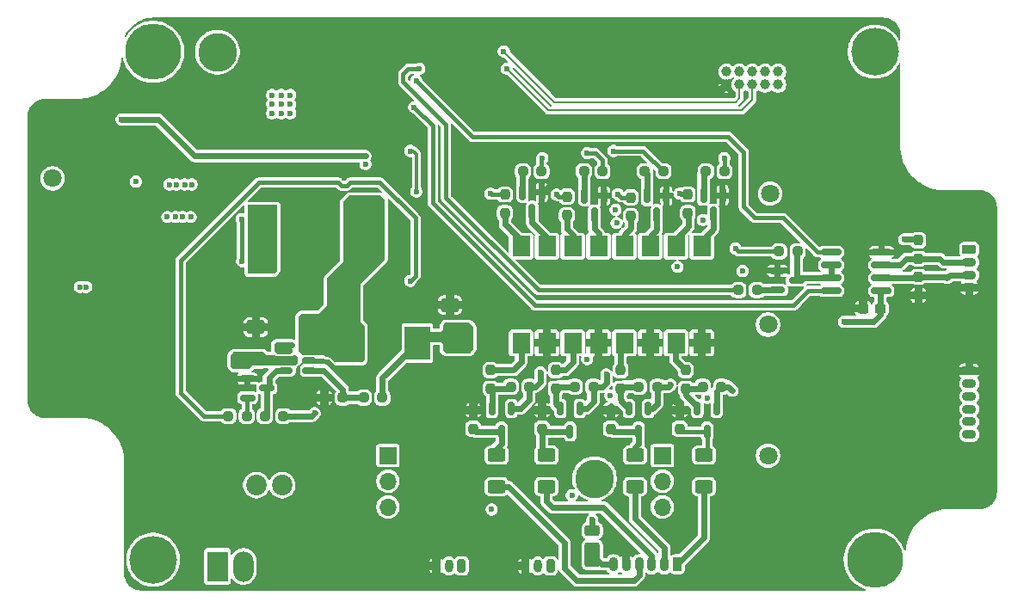
<source format=gbr>
%TF.GenerationSoftware,KiCad,Pcbnew,9.0.4*%
%TF.CreationDate,2025-09-18T14:16:59+03:00*%
%TF.ProjectId,HidroNode_Project,48696472-6f4e-46f6-9465-5f50726f6a65,rev?*%
%TF.SameCoordinates,Original*%
%TF.FileFunction,Copper,L4,Bot*%
%TF.FilePolarity,Positive*%
%FSLAX46Y46*%
G04 Gerber Fmt 4.6, Leading zero omitted, Abs format (unit mm)*
G04 Created by KiCad (PCBNEW 9.0.4) date 2025-09-18 14:16:59*
%MOMM*%
%LPD*%
G01*
G04 APERTURE LIST*
G04 Aperture macros list*
%AMRoundRect*
0 Rectangle with rounded corners*
0 $1 Rounding radius*
0 $2 $3 $4 $5 $6 $7 $8 $9 X,Y pos of 4 corners*
0 Add a 4 corners polygon primitive as box body*
4,1,4,$2,$3,$4,$5,$6,$7,$8,$9,$2,$3,0*
0 Add four circle primitives for the rounded corners*
1,1,$1+$1,$2,$3*
1,1,$1+$1,$4,$5*
1,1,$1+$1,$6,$7*
1,1,$1+$1,$8,$9*
0 Add four rect primitives between the rounded corners*
20,1,$1+$1,$2,$3,$4,$5,0*
20,1,$1+$1,$4,$5,$6,$7,0*
20,1,$1+$1,$6,$7,$8,$9,0*
20,1,$1+$1,$8,$9,$2,$3,0*%
G04 Aperture macros list end*
%TA.AperFunction,ComponentPad*%
%ADD10C,3.800000*%
%TD*%
%TA.AperFunction,ComponentPad*%
%ADD11C,1.800000*%
%TD*%
%TA.AperFunction,ComponentPad*%
%ADD12R,2.000000X3.000000*%
%TD*%
%TA.AperFunction,ComponentPad*%
%ADD13O,2.000000X3.000000*%
%TD*%
%TA.AperFunction,ComponentPad*%
%ADD14C,5.500000*%
%TD*%
%TA.AperFunction,ComponentPad*%
%ADD15R,1.700000X1.700000*%
%TD*%
%TA.AperFunction,ComponentPad*%
%ADD16O,1.700000X1.700000*%
%TD*%
%TA.AperFunction,ComponentPad*%
%ADD17C,1.000000*%
%TD*%
%TA.AperFunction,ComponentPad*%
%ADD18RoundRect,0.200000X0.200000X0.450000X-0.200000X0.450000X-0.200000X-0.450000X0.200000X-0.450000X0*%
%TD*%
%TA.AperFunction,ComponentPad*%
%ADD19O,0.800000X1.300000*%
%TD*%
%TA.AperFunction,ComponentPad*%
%ADD20C,4.700000*%
%TD*%
%TA.AperFunction,ComponentPad*%
%ADD21RoundRect,0.225000X0.225000X0.475000X-0.225000X0.475000X-0.225000X-0.475000X0.225000X-0.475000X0*%
%TD*%
%TA.AperFunction,ComponentPad*%
%ADD22O,0.900000X1.400000*%
%TD*%
%TA.AperFunction,ComponentPad*%
%ADD23C,2.020000*%
%TD*%
%TA.AperFunction,ComponentPad*%
%ADD24RoundRect,0.225000X-0.475000X0.225000X-0.475000X-0.225000X0.475000X-0.225000X0.475000X0.225000X0*%
%TD*%
%TA.AperFunction,ComponentPad*%
%ADD25O,1.400000X0.900000*%
%TD*%
%TA.AperFunction,SMDPad,CuDef*%
%ADD26RoundRect,0.237500X-0.237500X0.250000X-0.237500X-0.250000X0.237500X-0.250000X0.237500X0.250000X0*%
%TD*%
%TA.AperFunction,SMDPad,CuDef*%
%ADD27RoundRect,0.237500X0.250000X0.237500X-0.250000X0.237500X-0.250000X-0.237500X0.250000X-0.237500X0*%
%TD*%
%TA.AperFunction,SMDPad,CuDef*%
%ADD28RoundRect,0.237500X-0.250000X-0.237500X0.250000X-0.237500X0.250000X0.237500X-0.250000X0.237500X0*%
%TD*%
%TA.AperFunction,SMDPad,CuDef*%
%ADD29RoundRect,0.150000X-0.150000X0.587500X-0.150000X-0.587500X0.150000X-0.587500X0.150000X0.587500X0*%
%TD*%
%TA.AperFunction,SMDPad,CuDef*%
%ADD30RoundRect,0.250000X-0.650000X0.412500X-0.650000X-0.412500X0.650000X-0.412500X0.650000X0.412500X0*%
%TD*%
%TA.AperFunction,SMDPad,CuDef*%
%ADD31RoundRect,0.250000X0.625000X-0.400000X0.625000X0.400000X-0.625000X0.400000X-0.625000X-0.400000X0*%
%TD*%
%TA.AperFunction,SMDPad,CuDef*%
%ADD32RoundRect,0.150000X-0.150000X0.512500X-0.150000X-0.512500X0.150000X-0.512500X0.150000X0.512500X0*%
%TD*%
%TA.AperFunction,SMDPad,CuDef*%
%ADD33RoundRect,0.150000X-0.825000X-0.150000X0.825000X-0.150000X0.825000X0.150000X-0.825000X0.150000X0*%
%TD*%
%TA.AperFunction,SMDPad,CuDef*%
%ADD34RoundRect,0.237500X0.300000X0.237500X-0.300000X0.237500X-0.300000X-0.237500X0.300000X-0.237500X0*%
%TD*%
%TA.AperFunction,SMDPad,CuDef*%
%ADD35R,2.500000X3.300000*%
%TD*%
%TA.AperFunction,SMDPad,CuDef*%
%ADD36R,2.900000X5.400000*%
%TD*%
%TA.AperFunction,SMDPad,CuDef*%
%ADD37R,1.780000X2.000000*%
%TD*%
%TA.AperFunction,SMDPad,CuDef*%
%ADD38RoundRect,0.250000X-0.500000X0.950000X-0.500000X-0.950000X0.500000X-0.950000X0.500000X0.950000X0*%
%TD*%
%TA.AperFunction,SMDPad,CuDef*%
%ADD39RoundRect,0.250000X-0.500000X0.275000X-0.500000X-0.275000X0.500000X-0.275000X0.500000X0.275000X0*%
%TD*%
%TA.AperFunction,SMDPad,CuDef*%
%ADD40RoundRect,0.150000X-0.587500X-0.150000X0.587500X-0.150000X0.587500X0.150000X-0.587500X0.150000X0*%
%TD*%
%TA.AperFunction,SMDPad,CuDef*%
%ADD41RoundRect,0.150000X0.512500X0.150000X-0.512500X0.150000X-0.512500X-0.150000X0.512500X-0.150000X0*%
%TD*%
%TA.AperFunction,ViaPad*%
%ADD42C,0.600000*%
%TD*%
%TA.AperFunction,Conductor*%
%ADD43C,0.300000*%
%TD*%
%TA.AperFunction,Conductor*%
%ADD44C,0.600000*%
%TD*%
%TA.AperFunction,Conductor*%
%ADD45C,0.200000*%
%TD*%
%TA.AperFunction,Conductor*%
%ADD46C,0.400000*%
%TD*%
%TA.AperFunction,Conductor*%
%ADD47C,1.000000*%
%TD*%
G04 APERTURE END LIST*
D10*
%TO.P,REF\u002A\u002A,1*%
%TO.N,N/C*%
X94334037Y-82563464D03*
X57234037Y-40563464D03*
%TD*%
D11*
%TO.P,TP2,1,1*%
%TO.N,ADC3_Battary*%
X41000000Y-53000000D03*
%TD*%
D12*
%TO.P,J3,1,1*%
%TO.N,/POWER/POWER_IN_P*%
X57234037Y-91197500D03*
D13*
%TO.P,J3,2,2*%
%TO.N,/POWER/POWER_IN_N*%
X59774037Y-91197500D03*
%TD*%
D11*
%TO.P,TP1,1,1*%
%TO.N,ADC2_SolarP*%
X111600000Y-54500000D03*
%TD*%
%TO.P,TP3,1,1*%
%TO.N,ADC0_CH1*%
X111400000Y-80300000D03*
%TD*%
D14*
%TO.P,H1,1*%
%TO.N,N/C*%
X50900000Y-40532788D03*
%TD*%
D15*
%TO.P,J9,1*%
%TO.N,+3.3V*%
X101000000Y-80275000D03*
D16*
%TO.P,J9,2*%
%TO.N,+GPIO_OUT_POWER*%
X101000000Y-82815000D03*
%TO.P,J9,3*%
%TO.N,+5V*%
X101000000Y-85355000D03*
%TD*%
D17*
%TO.P,J4,1,Pin_1*%
%TO.N,GND*%
X107320000Y-43770000D03*
%TO.P,J4,2,Pin_2*%
%TO.N,PA9*%
X108590000Y-43770000D03*
%TO.P,J4,3,Pin_3*%
%TO.N,PA10*%
X109860000Y-43770000D03*
%TO.P,J4,4,Pin_4*%
%TO.N,PA3*%
X111130000Y-43770000D03*
%TO.P,J4,5,Pin_5*%
%TO.N,PA2*%
X112400000Y-43770000D03*
%TO.P,J4,6,Pin_6*%
%TO.N,PA4*%
X112400000Y-42500000D03*
%TO.P,J4,7,Pin_7*%
%TO.N,PA5*%
X111130000Y-42500000D03*
%TO.P,J4,8,Pin_8*%
%TO.N,PA7*%
X109860000Y-42500000D03*
%TO.P,J4,9,Pin_9*%
%TO.N,PA11*%
X108590000Y-42500000D03*
%TO.P,J4,10,Pin_10*%
%TO.N,+5V*%
X107320000Y-42500000D03*
%TD*%
D18*
%TO.P,J5,1*%
%TO.N,Net-(D4-K)*%
X90000000Y-91150000D03*
D19*
%TO.P,J5,2*%
%TO.N,Net-(J5-Pad2)*%
X88750000Y-91150000D03*
%TO.P,J5,3*%
%TO.N,GND*%
X87500000Y-91150000D03*
%TD*%
D14*
%TO.P,H2,1*%
%TO.N,N/C*%
X121900000Y-90532788D03*
%TD*%
D11*
%TO.P,TP4,1,1*%
%TO.N,ADC1_CH2*%
X111400000Y-67400000D03*
%TD*%
D20*
%TO.P,H3,1*%
%TO.N,N/C*%
X121900000Y-40532788D03*
%TD*%
D21*
%TO.P,J8,1,Pin_1*%
%TO.N,/DIGITAL OUTPUTS/GPIO_OUT4*%
X102450000Y-91000000D03*
D22*
%TO.P,J8,2,Pin_2*%
%TO.N,/DIGITAL OUTPUTS/GPIO_OUT3*%
X101200000Y-91000000D03*
%TO.P,J8,3,Pin_3*%
%TO.N,/DIGITAL OUTPUTS/GPIO_OUT2*%
X99950000Y-91000000D03*
%TO.P,J8,4,Pin_4*%
%TO.N,/DIGITAL OUTPUTS/GPIO_OUT1*%
X98700000Y-91000000D03*
%TO.P,J8,5,Pin_5*%
%TO.N,GND*%
X97450000Y-91000000D03*
%TO.P,J8,6,Pin_6*%
%TO.N,Net-(D6-K)*%
X96200000Y-91000000D03*
%TD*%
D23*
%TO.P,J10,1*%
%TO.N,+12V*%
X61060000Y-83200000D03*
%TO.P,J10,2*%
%TO.N,+15V*%
X63600000Y-83200000D03*
%TD*%
D20*
%TO.P,H4,1*%
%TO.N,N/C*%
X50900000Y-90532788D03*
%TD*%
D24*
%TO.P,J1,1,Pin_1*%
%TO.N,GND*%
X131200000Y-71950000D03*
D25*
%TO.P,J1,2,Pin_2*%
%TO.N,/ANALOG READING/Solar_ADC_P*%
X131200000Y-73200000D03*
%TO.P,J1,3,Pin_3*%
%TO.N,/ANALOG READING/ADC2_IN*%
X131200000Y-74450000D03*
%TO.P,J1,4,Pin_4*%
%TO.N,/ANALOG READING/ADC1_IN*%
X131200000Y-75700000D03*
%TO.P,J1,5,Pin_5*%
%TO.N,+15V*%
X131200000Y-76950000D03*
%TO.P,J1,6,Pin_6*%
X131200000Y-78200000D03*
%TD*%
D18*
%TO.P,J6,1*%
%TO.N,Net-(D5-K)*%
X81250000Y-91150000D03*
D19*
%TO.P,J6,2*%
%TO.N,Net-(J6-Pad2)*%
X80000000Y-91150000D03*
%TO.P,J6,3*%
%TO.N,GND*%
X78750000Y-91150000D03*
%TD*%
D15*
%TO.P,J7,1*%
%TO.N,+3.3V*%
X74000000Y-80275000D03*
D16*
%TO.P,J7,2*%
%TO.N,GPIO_IN_POWER*%
X74000000Y-82815000D03*
%TO.P,J7,3*%
%TO.N,+5V*%
X74000000Y-85355000D03*
%TD*%
D24*
%TO.P,J2,1*%
%TO.N,+15V*%
X131200000Y-60000000D03*
D25*
%TO.P,J2,2*%
%TO.N,/RS485/RS485_A*%
X131200000Y-61250000D03*
%TO.P,J2,3*%
%TO.N,/RS485/RS485_B*%
X131200000Y-62500000D03*
%TO.P,J2,4*%
%TO.N,GND*%
X131200000Y-63750000D03*
%TD*%
D26*
%TO.P,R30,1*%
%TO.N,+3.3V*%
X97900000Y-54875000D03*
%TO.P,R30,2*%
%TO.N,Net-(R30-Pad2)*%
X97900000Y-56700000D03*
%TD*%
%TO.P,R32,1*%
%TO.N,Net-(R32-Pad1)*%
X96900000Y-71875000D03*
%TO.P,R32,2*%
%TO.N,Net-(Q7-B)*%
X96900000Y-73700000D03*
%TD*%
%TO.P,R25,1*%
%TO.N,GND*%
X82391666Y-75825000D03*
%TO.P,R25,2*%
%TO.N,Net-(Q4-C)*%
X82391666Y-77650000D03*
%TD*%
D27*
%TO.P,R44,1*%
%TO.N,+5V*%
X63712500Y-76400000D03*
%TO.P,R44,2*%
%TO.N,Net-(Q9-C)*%
X61887500Y-76400000D03*
%TD*%
%TO.P,R16,1*%
%TO.N,GPIO_2*%
X95112500Y-52300000D03*
%TO.P,R16,2*%
%TO.N,Net-(Q1-B)*%
X93287500Y-52300000D03*
%TD*%
D28*
%TO.P,R23,1*%
%TO.N,Net-(Q4-B)*%
X86087500Y-73500000D03*
%TO.P,R23,2*%
%TO.N,+GPIO_OUT_POWER*%
X87912500Y-73500000D03*
%TD*%
D26*
%TO.P,R19,1*%
%TO.N,+3.3V*%
X85500000Y-54587500D03*
%TO.P,R19,2*%
%TO.N,Net-(R19-Pad2)*%
X85500000Y-56412500D03*
%TD*%
%TO.P,R24,1*%
%TO.N,GND*%
X89164444Y-75825000D03*
%TO.P,R24,2*%
%TO.N,Net-(Q3-C)*%
X89164444Y-77650000D03*
%TD*%
D28*
%TO.P,R35,1*%
%TO.N,Net-(Q8-B)*%
X105000000Y-73500000D03*
%TO.P,R35,2*%
%TO.N,+GPIO_OUT_POWER*%
X106825000Y-73500000D03*
%TD*%
D29*
%TO.P,Q2,1,B*%
%TO.N,Net-(Q2-B)*%
X87250000Y-54362500D03*
%TO.P,Q2,2,E*%
%TO.N,GND*%
X89150000Y-54362500D03*
%TO.P,Q2,3,C*%
%TO.N,Net-(Q2-C)*%
X88200000Y-56237500D03*
%TD*%
%TO.P,Q1,1,B*%
%TO.N,Net-(Q1-B)*%
X93350000Y-54725000D03*
%TO.P,Q1,2,E*%
%TO.N,GND*%
X95250000Y-54725000D03*
%TO.P,Q1,3,C*%
%TO.N,Net-(Q1-C)*%
X94300000Y-56600000D03*
%TD*%
D26*
%TO.P,R31,1*%
%TO.N,+3.3V*%
X103500000Y-54587500D03*
%TO.P,R31,2*%
%TO.N,Net-(R31-Pad2)*%
X103500000Y-56412500D03*
%TD*%
D28*
%TO.P,R43,1*%
%TO.N,EN_15V*%
X58287500Y-76400000D03*
%TO.P,R43,2*%
%TO.N,Net-(Q9-B)*%
X60112500Y-76400000D03*
%TD*%
D29*
%TO.P,Q6,1,B*%
%TO.N,Net-(Q6-B)*%
X105050000Y-54662500D03*
%TO.P,Q6,2,E*%
%TO.N,GND*%
X106950000Y-54662500D03*
%TO.P,Q6,3,C*%
%TO.N,Net-(Q6-C)*%
X106000000Y-56537500D03*
%TD*%
D28*
%TO.P,R22,1*%
%TO.N,Net-(Q3-B)*%
X92391667Y-73500000D03*
%TO.P,R22,2*%
%TO.N,+GPIO_OUT_POWER*%
X94216667Y-73500000D03*
%TD*%
D27*
%TO.P,R45,1*%
%TO.N,+15V*%
X73450000Y-74590000D03*
%TO.P,R45,2*%
%TO.N,Net-(U9-FB)*%
X71625000Y-74590000D03*
%TD*%
D28*
%TO.P,R51,1*%
%TO.N,+3.3V*%
X112487500Y-60200000D03*
%TO.P,R51,2*%
%TO.N,Net-(Q10-D)*%
X114312500Y-60200000D03*
%TD*%
D27*
%TO.P,R29,1*%
%TO.N,GPIO_4*%
X107112500Y-52300000D03*
%TO.P,R29,2*%
%TO.N,Net-(Q6-B)*%
X105287500Y-52300000D03*
%TD*%
D30*
%TO.P,C18,1*%
%TO.N,GND*%
X61000000Y-67637500D03*
%TO.P,C18,2*%
%TO.N,+5V*%
X61000000Y-70762500D03*
%TD*%
D31*
%TO.P,R26,1*%
%TO.N,/DIGITAL OUTPUTS/GPIO_OUT2*%
X89600000Y-83350000D03*
%TO.P,R26,2*%
%TO.N,Net-(Q3-C)*%
X89600000Y-80250000D03*
%TD*%
D32*
%TO.P,Q3,1,B*%
%TO.N,Net-(Q3-B)*%
X90975000Y-75650000D03*
%TO.P,Q3,2,E*%
%TO.N,+GPIO_OUT_POWER*%
X92875000Y-75650000D03*
%TO.P,Q3,3,C*%
%TO.N,Net-(Q3-C)*%
X91925000Y-77925000D03*
%TD*%
D33*
%TO.P,U10,1,RO*%
%TO.N,RS485_TX*%
X117600000Y-64070000D03*
%TO.P,U10,2,~{RE}*%
%TO.N,Net-(Q10-D)*%
X117600000Y-62800000D03*
%TO.P,U10,3,DE*%
X117600000Y-61530000D03*
%TO.P,U10,4,DI*%
%TO.N,RS485_RX*%
X117600000Y-60260000D03*
%TO.P,U10,5,GND*%
%TO.N,GND*%
X122550000Y-60260000D03*
%TO.P,U10,6,A*%
%TO.N,/RS485/RS485_A*%
X122550000Y-61530000D03*
%TO.P,U10,7,B*%
%TO.N,/RS485/RS485_B*%
X122550000Y-62800000D03*
%TO.P,U10,8,VCC*%
%TO.N,+3.3V*%
X122550000Y-64070000D03*
%TD*%
D31*
%TO.P,R27,1*%
%TO.N,/DIGITAL OUTPUTS/GPIO_OUT1*%
X84700000Y-83350000D03*
%TO.P,R27,2*%
%TO.N,Net-(Q4-C)*%
X84700000Y-80250000D03*
%TD*%
D34*
%TO.P,C24,1*%
%TO.N,+3.3V*%
X122462500Y-65800000D03*
%TO.P,C24,2*%
%TO.N,GND*%
X120737500Y-65800000D03*
%TD*%
D26*
%TO.P,R18,1*%
%TO.N,+3.3V*%
X91600000Y-54787500D03*
%TO.P,R18,2*%
%TO.N,Net-(R18-Pad2)*%
X91600000Y-56612500D03*
%TD*%
%TO.P,R33,1*%
%TO.N,Net-(R33-Pad1)*%
X103300000Y-71875000D03*
%TO.P,R33,2*%
%TO.N,Net-(Q8-B)*%
X103300000Y-73700000D03*
%TD*%
D35*
%TO.P,D10,A,A*%
%TO.N,Net-(U9-SW)*%
X70000000Y-69200000D03*
%TO.P,D10,K,K*%
%TO.N,+15V*%
X76900000Y-69190000D03*
%TD*%
D36*
%TO.P,L3,1*%
%TO.N,+5V*%
X61650000Y-58300000D03*
%TO.P,L3,2*%
%TO.N,Net-(U9-SW)*%
X71550000Y-58300000D03*
%TD*%
D37*
%TO.P,U6,1*%
%TO.N,Net-(R19-Pad2)*%
X87100000Y-59670000D03*
%TO.P,U6,2*%
%TO.N,Net-(Q2-C)*%
X89640000Y-59670000D03*
%TO.P,U6,3*%
%TO.N,Net-(R18-Pad2)*%
X92180000Y-59670000D03*
%TO.P,U6,4*%
%TO.N,Net-(Q1-C)*%
X94720000Y-59670000D03*
%TO.P,U6,5*%
%TO.N,Net-(R30-Pad2)*%
X97260000Y-59670000D03*
%TO.P,U6,6*%
%TO.N,Net-(Q5-C)*%
X99800000Y-59670000D03*
%TO.P,U6,7*%
%TO.N,Net-(R31-Pad2)*%
X102340000Y-59670000D03*
%TO.P,U6,8*%
%TO.N,Net-(Q6-C)*%
X104880000Y-59670000D03*
%TO.P,U6,9*%
%TO.N,GND*%
X104880000Y-69200000D03*
%TO.P,U6,10*%
%TO.N,Net-(R33-Pad1)*%
X102340000Y-69200000D03*
%TO.P,U6,11*%
%TO.N,GND*%
X99800000Y-69200000D03*
%TO.P,U6,12*%
%TO.N,Net-(R32-Pad1)*%
X97260000Y-69200000D03*
%TO.P,U6,13*%
%TO.N,GND*%
X94720000Y-69200000D03*
%TO.P,U6,14*%
%TO.N,Net-(R20-Pad1)*%
X92180000Y-69200000D03*
%TO.P,U6,15*%
%TO.N,GND*%
X89640000Y-69200000D03*
%TO.P,U6,16*%
%TO.N,Net-(R21-Pad1)*%
X87100000Y-69200000D03*
%TD*%
D26*
%TO.P,R53,1*%
%TO.N,/RS485/RS485_B*%
X126200000Y-62687500D03*
%TO.P,R53,2*%
%TO.N,GND*%
X126200000Y-64512500D03*
%TD*%
%TO.P,R37,1*%
%TO.N,GND*%
X102710000Y-75825000D03*
%TO.P,R37,2*%
%TO.N,Net-(Q8-C)*%
X102710000Y-77650000D03*
%TD*%
D38*
%TO.P,D6,1,K*%
%TO.N,Net-(D6-K)*%
X94100000Y-90050000D03*
D39*
%TO.P,D6,2,A*%
%TO.N,+5V*%
X94100000Y-87675000D03*
%TD*%
D29*
%TO.P,Q5,1,B*%
%TO.N,Net-(Q5-B)*%
X99500000Y-54700000D03*
%TO.P,Q5,2,E*%
%TO.N,GND*%
X101400000Y-54700000D03*
%TO.P,Q5,3,C*%
%TO.N,Net-(Q5-C)*%
X100450000Y-56575000D03*
%TD*%
D28*
%TO.P,R34,1*%
%TO.N,Net-(Q7-B)*%
X98695833Y-73500000D03*
%TO.P,R34,2*%
%TO.N,+GPIO_OUT_POWER*%
X100520833Y-73500000D03*
%TD*%
D32*
%TO.P,Q4,1,B*%
%TO.N,Net-(Q4-B)*%
X84237500Y-75650000D03*
%TO.P,Q4,2,E*%
%TO.N,+GPIO_OUT_POWER*%
X86137500Y-75650000D03*
%TO.P,Q4,3,C*%
%TO.N,Net-(Q4-C)*%
X85187500Y-77925000D03*
%TD*%
D26*
%TO.P,R21,1*%
%TO.N,Net-(R21-Pad1)*%
X84100000Y-71875000D03*
%TO.P,R21,2*%
%TO.N,Net-(Q4-B)*%
X84100000Y-73700000D03*
%TD*%
%TO.P,R20,1*%
%TO.N,Net-(R20-Pad1)*%
X90500000Y-71875000D03*
%TO.P,R20,2*%
%TO.N,Net-(Q3-B)*%
X90500000Y-73700000D03*
%TD*%
D32*
%TO.P,Q8,1,B*%
%TO.N,Net-(Q8-B)*%
X104450000Y-75650000D03*
%TO.P,Q8,2,E*%
%TO.N,+GPIO_OUT_POWER*%
X106350000Y-75650000D03*
%TO.P,Q8,3,C*%
%TO.N,Net-(Q8-C)*%
X105400000Y-77925000D03*
%TD*%
D40*
%TO.P,Q10,1,G*%
%TO.N,Net-(Q10-G)*%
X112325000Y-64000000D03*
%TO.P,Q10,2,S*%
%TO.N,GND*%
X112325000Y-62100000D03*
%TO.P,Q10,3,D*%
%TO.N,Net-(Q10-D)*%
X114200000Y-63050000D03*
%TD*%
D28*
%TO.P,R50,1*%
%TO.N,RS485_EN*%
X108487500Y-64000000D03*
%TO.P,R50,2*%
%TO.N,Net-(Q10-G)*%
X110312500Y-64000000D03*
%TD*%
D27*
%TO.P,R28,1*%
%TO.N,GPIO_3*%
X101112500Y-52300000D03*
%TO.P,R28,2*%
%TO.N,Net-(Q5-B)*%
X99287500Y-52300000D03*
%TD*%
%TO.P,R46,1*%
%TO.N,Net-(U9-FB)*%
X69562500Y-74590000D03*
%TO.P,R46,2*%
%TO.N,GND*%
X67737500Y-74590000D03*
%TD*%
D32*
%TO.P,Q7,1,B*%
%TO.N,Net-(Q7-B)*%
X97712500Y-75650000D03*
%TO.P,Q7,2,E*%
%TO.N,+GPIO_OUT_POWER*%
X99612500Y-75650000D03*
%TO.P,Q7,3,C*%
%TO.N,Net-(Q7-C)*%
X98662500Y-77925000D03*
%TD*%
D31*
%TO.P,R39,1*%
%TO.N,/DIGITAL OUTPUTS/GPIO_OUT4*%
X105100000Y-83350000D03*
%TO.P,R39,2*%
%TO.N,Net-(Q8-C)*%
X105100000Y-80250000D03*
%TD*%
D30*
%TO.P,C23,1*%
%TO.N,GND*%
X80100000Y-65475000D03*
%TO.P,C23,2*%
%TO.N,+15V*%
X80100000Y-68600000D03*
%TD*%
D27*
%TO.P,R17,1*%
%TO.N,GPIO_1*%
X89112500Y-52300000D03*
%TO.P,R17,2*%
%TO.N,Net-(Q2-B)*%
X87287500Y-52300000D03*
%TD*%
D26*
%TO.P,R36,1*%
%TO.N,GND*%
X95937222Y-75825000D03*
%TO.P,R36,2*%
%TO.N,Net-(Q7-C)*%
X95937222Y-77650000D03*
%TD*%
%TO.P,R52,1*%
%TO.N,+3.3V*%
X126200000Y-59087500D03*
%TO.P,R52,2*%
%TO.N,/RS485/RS485_A*%
X126200000Y-60912500D03*
%TD*%
D31*
%TO.P,R38,1*%
%TO.N,/DIGITAL OUTPUTS/GPIO_OUT3*%
X98300000Y-83350000D03*
%TO.P,R38,2*%
%TO.N,Net-(Q7-C)*%
X98300000Y-80250000D03*
%TD*%
D41*
%TO.P,U9,1,SW*%
%TO.N,Net-(U9-SW)*%
X66250000Y-69990000D03*
%TO.P,U9,2,GND*%
%TO.N,GND*%
X66250000Y-70940000D03*
%TO.P,U9,3,FB*%
%TO.N,Net-(U9-FB)*%
X66250000Y-71890000D03*
%TO.P,U9,4,EN*%
%TO.N,Net-(Q9-C)*%
X63975000Y-71890000D03*
%TO.P,U9,5,IN*%
%TO.N,+5V*%
X63975000Y-70940000D03*
%TO.P,U9,6,NC*%
%TO.N,unconnected-(U9-NC-Pad6)*%
X63975000Y-69990000D03*
%TD*%
D40*
%TO.P,Q9,1,B*%
%TO.N,Net-(Q9-B)*%
X60200000Y-74600000D03*
%TO.P,Q9,2,E*%
%TO.N,GND*%
X60200000Y-72700000D03*
%TO.P,Q9,3,C*%
%TO.N,Net-(Q9-C)*%
X62075000Y-73650000D03*
%TD*%
D42*
%TO.N,ADC_4*%
X76200000Y-50300000D03*
X76800000Y-54300000D03*
%TO.N,ADC_5*%
X93600000Y-70800000D03*
%TO.N,ADC_3*%
X95900000Y-74400000D03*
%TO.N,ADC_5*%
X96500000Y-57400000D03*
%TO.N,ADC_3*%
X96400000Y-56100000D03*
%TO.N,+5V*%
X64400000Y-46600000D03*
X59100000Y-70600000D03*
X63500000Y-44800000D03*
X62600000Y-44800000D03*
X64400000Y-44800000D03*
X59900000Y-70600000D03*
X62700000Y-61700000D03*
X94100000Y-86600000D03*
X64400000Y-45700000D03*
X62600000Y-45700000D03*
X63500000Y-45700000D03*
X62600000Y-46600000D03*
X59900000Y-71300000D03*
X59100000Y-71300000D03*
X61900000Y-61700000D03*
X66800000Y-76100000D03*
X61100000Y-61700000D03*
X63500000Y-46600000D03*
%TO.N,GND*%
X82900000Y-74800000D03*
X58500000Y-58800000D03*
X56400000Y-55700000D03*
X114100000Y-82200000D03*
X114000000Y-70700000D03*
X66200000Y-73400000D03*
X69600000Y-48200000D03*
X55600000Y-62600000D03*
X45500000Y-58200000D03*
X90800000Y-53100000D03*
X112300000Y-58200000D03*
X56700000Y-53700000D03*
X64400000Y-59900000D03*
X66900000Y-48400000D03*
X101500000Y-53500000D03*
X119900000Y-55900000D03*
X60300000Y-48400000D03*
X125100000Y-69000000D03*
X107000000Y-53500000D03*
X106800000Y-69000000D03*
X117000000Y-67500000D03*
X56300000Y-54500000D03*
X65100000Y-72800000D03*
X57100000Y-55000000D03*
X118700000Y-80000000D03*
X67600000Y-71000000D03*
X101800000Y-74600000D03*
X69700000Y-53000000D03*
X48600000Y-55600000D03*
X58300000Y-48400000D03*
X94700000Y-71100000D03*
X56300000Y-62600000D03*
X117500000Y-55800000D03*
X51000000Y-61100000D03*
X126400000Y-56900000D03*
X101100000Y-71200000D03*
X44200000Y-51400000D03*
X121300000Y-68400000D03*
X39500000Y-47300000D03*
X66300000Y-45600000D03*
X123600000Y-53800000D03*
X82900000Y-84000000D03*
X81600000Y-73100000D03*
X54800000Y-62600000D03*
X100000000Y-49800000D03*
X89500000Y-71000000D03*
X121500000Y-79800000D03*
X90100000Y-81900000D03*
X109200000Y-81500000D03*
X45600000Y-60400000D03*
X91600000Y-74400000D03*
X66500000Y-47100000D03*
X112100000Y-71600000D03*
X112200000Y-82800000D03*
X75900000Y-47300000D03*
%TO.N,+12V*%
X43700000Y-63700000D03*
X44300000Y-63700000D03*
%TO.N,+3.3V*%
X105000000Y-57100000D03*
X108200000Y-59900000D03*
X118900000Y-67100000D03*
X102500000Y-61700000D03*
X84100000Y-54500000D03*
X105400000Y-74600000D03*
X102700000Y-54500000D03*
X96618345Y-54553298D03*
X71800000Y-50800000D03*
X47800000Y-47200000D03*
X90600000Y-54600000D03*
X124796651Y-58994928D03*
X71800000Y-51600000D03*
%TO.N,+15V*%
X80900000Y-69800000D03*
X81700000Y-67900000D03*
X81700000Y-68800000D03*
X81700000Y-69800000D03*
X80700000Y-67500000D03*
%TO.N,ADC3_Battary*%
X49200000Y-53300000D03*
X108900000Y-62100000D03*
%TO.N,+GPIO_OUT_POWER*%
X95500000Y-72300000D03*
X107900000Y-73900000D03*
X101800000Y-73300000D03*
X89000000Y-72100000D03*
%TO.N,GPIO_IN_POWER*%
X92100000Y-84200000D03*
X84200000Y-85600000D03*
%TO.N,Net-(U8-SW)*%
X52300000Y-56800000D03*
X54000000Y-53600000D03*
X52500000Y-53600000D03*
X54700000Y-53600000D03*
X54600000Y-56800000D03*
X53100000Y-56800000D03*
X53200000Y-53600000D03*
X53800000Y-56800000D03*
%TO.N,GPIO_2*%
X93600000Y-50500000D03*
%TO.N,GPIO_1*%
X89200000Y-51000000D03*
%TO.N,GPIO_3*%
X96200000Y-50300000D03*
%TO.N,GPIO_4*%
X107100000Y-51000000D03*
%TO.N,EN_15V*%
X76200000Y-63100000D03*
%TO.N,RS485_EN*%
X77100000Y-42200000D03*
%TO.N,RS485_RX*%
X76800000Y-43400000D03*
%TO.N,RS485_TX*%
X76600000Y-46000000D03*
%TO.N,PA10*%
X85700000Y-42200000D03*
%TO.N,PA9*%
X85400000Y-40500000D03*
%TO.N,Net-(U8-EN)*%
X59650000Y-61150000D03*
X59600000Y-57000000D03*
%TD*%
D43*
%TO.N,ADC_4*%
X76500000Y-50300000D02*
X76200000Y-50300000D01*
X76800000Y-50600000D02*
X76500000Y-50300000D01*
X76800000Y-54300000D02*
X76800000Y-50600000D01*
D44*
%TO.N,+5V*%
X61177500Y-70940000D02*
X61000000Y-70762500D01*
X94100000Y-86600000D02*
X94100000Y-87675000D01*
X63712500Y-76400000D02*
X66500000Y-76400000D01*
X63975000Y-70940000D02*
X61177500Y-70940000D01*
X66500000Y-76400000D02*
X66800000Y-76100000D01*
D43*
%TO.N,GND*%
X65200000Y-71600000D02*
X65200000Y-72300000D01*
D45*
X106600000Y-69200000D02*
X104880000Y-69200000D01*
D46*
X95937222Y-75825000D02*
X95937222Y-75337222D01*
D45*
X65860000Y-70940000D02*
X65200000Y-71600000D01*
D46*
X67600000Y-71000000D02*
X67540000Y-70940000D01*
X67540000Y-70940000D02*
X66250000Y-70940000D01*
X82391666Y-75825000D02*
X82391666Y-75308334D01*
X67600000Y-71000000D02*
X68098000Y-71000000D01*
X101400000Y-53600000D02*
X101500000Y-53500000D01*
X66200000Y-74000000D02*
X66860000Y-74660000D01*
X66200000Y-73400000D02*
X66200000Y-74000000D01*
X66860000Y-74660000D02*
X67667500Y-74660000D01*
X99800000Y-70700000D02*
X99800000Y-69200000D01*
D43*
X66250000Y-70940000D02*
X65860000Y-70940000D01*
D46*
X101100000Y-71200000D02*
X100300000Y-71200000D01*
X101400000Y-54700000D02*
X101400000Y-53600000D01*
X89712500Y-53800000D02*
X89150000Y-54362500D01*
X90200000Y-53800000D02*
X89712500Y-53800000D01*
X89500000Y-71000000D02*
X89500000Y-69340000D01*
X100300000Y-71200000D02*
X99800000Y-70700000D01*
X94700000Y-71100000D02*
X94700000Y-69220000D01*
X67667500Y-74660000D02*
X67737500Y-74590000D01*
D45*
X106800000Y-69000000D02*
X106600000Y-69200000D01*
D46*
X106950000Y-53550000D02*
X107000000Y-53500000D01*
X69198000Y-72100000D02*
X69600000Y-72100000D01*
X102710000Y-75825000D02*
X102710000Y-75510000D01*
X89500000Y-69340000D02*
X89640000Y-69200000D01*
X82391666Y-75308334D02*
X82900000Y-74800000D01*
X102710000Y-75510000D02*
X101800000Y-74600000D01*
X94700000Y-69220000D02*
X94720000Y-69200000D01*
X90800000Y-53200000D02*
X90200000Y-53800000D01*
X106950000Y-54662500D02*
X106950000Y-53550000D01*
X68098000Y-71000000D02*
X69198000Y-72100000D01*
X90800000Y-53100000D02*
X90800000Y-53200000D01*
D44*
%TO.N,+3.3V*%
X122462500Y-64157500D02*
X122550000Y-64070000D01*
D46*
X108500000Y-60200000D02*
X108200000Y-59900000D01*
D44*
X122462500Y-65800000D02*
X122462500Y-64157500D01*
X121800000Y-67100000D02*
X118900000Y-67100000D01*
D46*
X90787500Y-54787500D02*
X91600000Y-54787500D01*
X90600000Y-54600000D02*
X90787500Y-54787500D01*
X84187500Y-54587500D02*
X84100000Y-54500000D01*
X97900000Y-54875000D02*
X96940047Y-54875000D01*
X103600000Y-54575000D02*
X102775000Y-54575000D01*
D44*
X122462500Y-65800000D02*
X122462500Y-66437500D01*
D46*
X102775000Y-54575000D02*
X102700000Y-54500000D01*
D44*
X122462500Y-66437500D02*
X121800000Y-67100000D01*
X51400000Y-47200000D02*
X47800000Y-47200000D01*
D46*
X96940047Y-54875000D02*
X96618345Y-54553298D01*
D44*
X71800000Y-50800000D02*
X55000000Y-50800000D01*
D46*
X85500000Y-54587500D02*
X84187500Y-54587500D01*
X112487500Y-60200000D02*
X108500000Y-60200000D01*
D44*
X55000000Y-50800000D02*
X51400000Y-47200000D01*
X126107428Y-58994928D02*
X126200000Y-59087500D01*
X124796651Y-58994928D02*
X126107428Y-58994928D01*
D47*
%TO.N,+15V*%
X80100000Y-68600000D02*
X77490000Y-68600000D01*
X77490000Y-68600000D02*
X76900000Y-69190000D01*
D44*
X76900000Y-69190000D02*
X73450000Y-72640000D01*
X73450000Y-72640000D02*
X73450000Y-74590000D01*
%TO.N,+GPIO_OUT_POWER*%
X101600000Y-73500000D02*
X101800000Y-73300000D01*
X100050000Y-75650000D02*
X100500000Y-75200000D01*
X99612500Y-75650000D02*
X100050000Y-75650000D01*
X94216667Y-73500000D02*
X94216667Y-74983333D01*
X94216667Y-74983333D02*
X93550000Y-75650000D01*
X95100000Y-73500000D02*
X95500000Y-73100000D01*
X87912500Y-74787500D02*
X87050000Y-75650000D01*
X106350000Y-73975000D02*
X106825000Y-73500000D01*
X95500000Y-73100000D02*
X95500000Y-72300000D01*
X100500000Y-75200000D02*
X100500000Y-74600000D01*
X87912500Y-73500000D02*
X87912500Y-74787500D01*
X89000000Y-73000000D02*
X88500000Y-73500000D01*
X107500000Y-73500000D02*
X107900000Y-73900000D01*
X89000000Y-72100000D02*
X89000000Y-73000000D01*
X94216667Y-73500000D02*
X95100000Y-73500000D01*
X100500000Y-74600000D02*
X100520833Y-74579167D01*
X93550000Y-75650000D02*
X92875000Y-75650000D01*
X106825000Y-73500000D02*
X107500000Y-73500000D01*
X88500000Y-73500000D02*
X87912500Y-73500000D01*
X100520833Y-74579167D02*
X100520833Y-73500000D01*
X100520833Y-73500000D02*
X101600000Y-73500000D01*
X87050000Y-75650000D02*
X86137500Y-75650000D01*
X106350000Y-75650000D02*
X106350000Y-73975000D01*
X106825000Y-73500000D02*
X106825000Y-73457278D01*
%TO.N,Net-(U9-FB)*%
X66250000Y-71890000D02*
X67690000Y-71890000D01*
X71625000Y-74590000D02*
X69562500Y-74590000D01*
X69562500Y-73762500D02*
X69562500Y-74590000D01*
X67690000Y-71890000D02*
X69562500Y-73762500D01*
%TO.N,Net-(D6-K)*%
X95050000Y-91000000D02*
X94100000Y-90050000D01*
X96200000Y-91000000D02*
X95050000Y-91000000D01*
%TO.N,/DIGITAL OUTPUTS/GPIO_OUT1*%
X98700000Y-92100000D02*
X98200000Y-92600000D01*
X98700000Y-91000000D02*
X98700000Y-92100000D01*
X92600000Y-92600000D02*
X91400000Y-91400000D01*
X91400000Y-88900000D02*
X85850000Y-83350000D01*
X98200000Y-92600000D02*
X92600000Y-92600000D01*
X91400000Y-91400000D02*
X91400000Y-88900000D01*
X85850000Y-83350000D02*
X84700000Y-83350000D01*
%TO.N,/DIGITAL OUTPUTS/GPIO_OUT2*%
X95200000Y-85400000D02*
X90200000Y-85400000D01*
X89600000Y-84800000D02*
X89600000Y-83350000D01*
X99950000Y-90150000D02*
X95200000Y-85400000D01*
X99950000Y-91000000D02*
X99950000Y-90150000D01*
X90200000Y-85400000D02*
X89600000Y-84800000D01*
%TO.N,/DIGITAL OUTPUTS/GPIO_OUT3*%
X101200000Y-89400000D02*
X98300000Y-86500000D01*
X98300000Y-86500000D02*
X98300000Y-83350000D01*
X101200000Y-91000000D02*
X101200000Y-89400000D01*
%TO.N,/DIGITAL OUTPUTS/GPIO_OUT4*%
X102450000Y-91000000D02*
X105100000Y-88350000D01*
X105100000Y-88350000D02*
X105100000Y-83350000D01*
%TO.N,Net-(Q1-B)*%
X93350000Y-54725000D02*
X93350000Y-52362500D01*
X93350000Y-52362500D02*
X93287500Y-52300000D01*
%TO.N,Net-(Q1-C)*%
X94720000Y-58420000D02*
X94300000Y-58000000D01*
X94300000Y-58000000D02*
X94300000Y-56600000D01*
X94720000Y-59670000D02*
X94720000Y-58420000D01*
%TO.N,Net-(Q2-C)*%
X88200000Y-57400000D02*
X88200000Y-56237500D01*
X89640000Y-58840000D02*
X88200000Y-57400000D01*
X89640000Y-59670000D02*
X89640000Y-58840000D01*
%TO.N,Net-(Q2-B)*%
X87250000Y-54362500D02*
X87250000Y-52337500D01*
X87250000Y-52337500D02*
X87287500Y-52300000D01*
%TO.N,Net-(Q3-C)*%
X89164444Y-77650000D02*
X89164444Y-79814444D01*
X91925000Y-77925000D02*
X89439444Y-77925000D01*
X89164444Y-79814444D02*
X89600000Y-80250000D01*
X89439444Y-77925000D02*
X89164444Y-77650000D01*
%TO.N,Net-(Q3-B)*%
X90500000Y-75175000D02*
X90500000Y-73700000D01*
X90975000Y-75650000D02*
X90500000Y-75175000D01*
X92391667Y-73500000D02*
X90700000Y-73500000D01*
X90700000Y-73500000D02*
X90500000Y-73700000D01*
%TO.N,Net-(Q4-C)*%
X85200000Y-79100000D02*
X85187500Y-79087500D01*
X84700000Y-79600000D02*
X85200000Y-79100000D01*
X85187500Y-79087500D02*
X85187500Y-77925000D01*
X85187500Y-77925000D02*
X82666666Y-77925000D01*
X82666666Y-77925000D02*
X82391666Y-77650000D01*
X84700000Y-80250000D02*
X84700000Y-79600000D01*
%TO.N,Net-(Q4-B)*%
X84237500Y-75650000D02*
X84237500Y-73837500D01*
X84100000Y-73700000D02*
X85887500Y-73700000D01*
X84237500Y-73837500D02*
X84100000Y-73700000D01*
X85887500Y-73700000D02*
X86087500Y-73500000D01*
%TO.N,Net-(Q5-C)*%
X99800000Y-59670000D02*
X99800000Y-58700000D01*
X99800000Y-58700000D02*
X100450000Y-58050000D01*
X100450000Y-58050000D02*
X100450000Y-56575000D01*
%TO.N,Net-(Q5-B)*%
X99500000Y-54700000D02*
X99500000Y-52512500D01*
X99500000Y-52512500D02*
X99287500Y-52300000D01*
%TO.N,Net-(Q6-C)*%
X104880000Y-59670000D02*
X104880000Y-59120000D01*
X106000000Y-58000000D02*
X106000000Y-56537500D01*
X104880000Y-59120000D02*
X106000000Y-58000000D01*
%TO.N,Net-(Q6-B)*%
X105050000Y-52537500D02*
X105287500Y-52300000D01*
X105050000Y-54662500D02*
X105050000Y-52537500D01*
%TO.N,Net-(Q7-C)*%
X98662500Y-77925000D02*
X96212222Y-77925000D01*
X98300000Y-80250000D02*
X98300000Y-79500000D01*
X98662500Y-79137500D02*
X98662500Y-77925000D01*
X96212222Y-77925000D02*
X95937222Y-77650000D01*
X98300000Y-79500000D02*
X98662500Y-79137500D01*
%TO.N,Net-(Q7-B)*%
X97712500Y-75650000D02*
X97000000Y-74937500D01*
X98695833Y-73500000D02*
X97100000Y-73500000D01*
X97100000Y-73500000D02*
X96900000Y-73700000D01*
X97000000Y-74937500D02*
X97000000Y-74800000D01*
X97000000Y-74800000D02*
X96900000Y-74700000D01*
X96900000Y-74700000D02*
X96900000Y-73700000D01*
%TO.N,Net-(Q8-B)*%
X104450000Y-75450000D02*
X103300000Y-74300000D01*
X104800000Y-73700000D02*
X105000000Y-73500000D01*
X103300000Y-74300000D02*
X103300000Y-73700000D01*
X103300000Y-73700000D02*
X104800000Y-73700000D01*
X104450000Y-75650000D02*
X104450000Y-75450000D01*
D46*
%TO.N,Net-(Q8-C)*%
X105100000Y-80250000D02*
X105400000Y-79950000D01*
X105100000Y-80250000D02*
X105500000Y-79850000D01*
X102985000Y-77925000D02*
X102710000Y-77650000D01*
X105400000Y-77925000D02*
X102985000Y-77925000D01*
X105500000Y-78025000D02*
X105400000Y-77925000D01*
X105400000Y-79950000D02*
X105400000Y-77925000D01*
%TO.N,Net-(Q9-B)*%
X60112500Y-74687500D02*
X60200000Y-74600000D01*
X60112500Y-76400000D02*
X60112500Y-74687500D01*
D44*
%TO.N,Net-(Q9-C)*%
X63975000Y-71890000D02*
X63010000Y-71890000D01*
X63010000Y-71890000D02*
X62300000Y-72600000D01*
X61887500Y-76400000D02*
X62100000Y-76187500D01*
X62300000Y-72600000D02*
X62300000Y-73425000D01*
X62300000Y-73425000D02*
X62075000Y-73650000D01*
X62100000Y-73675000D02*
X62075000Y-73650000D01*
X62100000Y-76187500D02*
X62100000Y-73675000D01*
%TO.N,Net-(Q10-D)*%
X117600000Y-62800000D02*
X114450000Y-62800000D01*
X117600000Y-62800000D02*
X117600000Y-62100000D01*
X114450000Y-62800000D02*
X114200000Y-63050000D01*
X117600000Y-62100000D02*
X117600000Y-61530000D01*
X114200000Y-60312500D02*
X114312500Y-60200000D01*
X114200000Y-63050000D02*
X114200000Y-60312500D01*
%TO.N,Net-(Q10-G)*%
X112325000Y-64000000D02*
X110312500Y-64000000D01*
D46*
%TO.N,GPIO_2*%
X95112500Y-51212500D02*
X95112500Y-52300000D01*
X94400000Y-50500000D02*
X95112500Y-51212500D01*
X93600000Y-50500000D02*
X94400000Y-50500000D01*
%TO.N,GPIO_1*%
X89112500Y-51087500D02*
X89200000Y-51000000D01*
X89112500Y-52300000D02*
X89112500Y-51087500D01*
D44*
%TO.N,Net-(R19-Pad2)*%
X85500000Y-57500000D02*
X85500000Y-56412500D01*
X87100000Y-59100000D02*
X85500000Y-57500000D01*
X87100000Y-59670000D02*
X87100000Y-59100000D01*
%TO.N,Net-(R21-Pad1)*%
X84100000Y-71875000D02*
X86325000Y-71875000D01*
X86325000Y-71875000D02*
X87100000Y-71100000D01*
X87100000Y-71100000D02*
X87100000Y-69200000D01*
D46*
%TO.N,GPIO_3*%
X96200000Y-50300000D02*
X99112500Y-50300000D01*
X99112500Y-50300000D02*
X101112500Y-52300000D01*
%TO.N,GPIO_4*%
X107100000Y-51000000D02*
X107100000Y-52287500D01*
X107100000Y-52287500D02*
X107112500Y-52300000D01*
D44*
%TO.N,Net-(R31-Pad2)*%
X103600000Y-56512500D02*
X103500000Y-56412500D01*
X102340000Y-59670000D02*
X102340000Y-58960000D01*
X103600000Y-57700000D02*
X103600000Y-56512500D01*
X102340000Y-58960000D02*
X103600000Y-57700000D01*
%TO.N,Net-(R33-Pad1)*%
X103300000Y-71875000D02*
X102300000Y-70875000D01*
X102300000Y-69240000D02*
X102340000Y-69200000D01*
X102300000Y-70875000D02*
X102300000Y-69240000D01*
%TO.N,/RS485/RS485_A*%
X131200000Y-61250000D02*
X128650000Y-61250000D01*
X128300000Y-60900000D02*
X128287500Y-60912500D01*
X124370000Y-61530000D02*
X122550000Y-61530000D01*
X128650000Y-61250000D02*
X128300000Y-60900000D01*
X124987500Y-60912500D02*
X124370000Y-61530000D01*
X128287500Y-60912500D02*
X126200000Y-60912500D01*
X126200000Y-60912500D02*
X124987500Y-60912500D01*
%TO.N,/RS485/RS485_B*%
X129000000Y-62800000D02*
X128887500Y-62687500D01*
X128887500Y-62687500D02*
X126200000Y-62687500D01*
X129300000Y-62500000D02*
X129000000Y-62800000D01*
X126200000Y-62687500D02*
X126087500Y-62800000D01*
X126087500Y-62800000D02*
X122550000Y-62800000D01*
X131200000Y-62500000D02*
X129300000Y-62500000D01*
D46*
%TO.N,EN_15V*%
X69108636Y-53400000D02*
X61300000Y-53400000D01*
X69990364Y-53701000D02*
X69409636Y-53701000D01*
X76700000Y-62600000D02*
X76700000Y-56900000D01*
X73200000Y-53400000D02*
X70291364Y-53400000D01*
X53600000Y-74100000D02*
X55900000Y-76400000D01*
X53600000Y-61100000D02*
X53600000Y-74100000D01*
X76200000Y-63100000D02*
X76700000Y-62600000D01*
X76700000Y-56900000D02*
X73200000Y-53400000D01*
X61300000Y-53400000D02*
X53600000Y-61100000D01*
X70291364Y-53400000D02*
X69990364Y-53701000D01*
X55900000Y-76400000D02*
X58287500Y-76400000D01*
X69409636Y-53701000D02*
X69108636Y-53400000D01*
%TO.N,RS485_EN*%
X79700000Y-47700000D02*
X75500000Y-43500000D01*
X75500000Y-43500000D02*
X75500000Y-42700000D01*
X108487500Y-64000000D02*
X88800000Y-64000000D01*
X79700000Y-54900000D02*
X79700000Y-47700000D01*
X88800000Y-64000000D02*
X79700000Y-54900000D01*
X75500000Y-42700000D02*
X76000000Y-42200000D01*
X76000000Y-42200000D02*
X77100000Y-42200000D01*
%TO.N,RS485_RX*%
X110100000Y-56900000D02*
X109000000Y-55800000D01*
X112900000Y-56900000D02*
X110100000Y-56900000D01*
X107500000Y-48900000D02*
X82300000Y-48900000D01*
X109000000Y-50400000D02*
X107500000Y-48900000D01*
X82300000Y-48900000D02*
X76800000Y-43400000D01*
X109000000Y-55800000D02*
X109000000Y-50400000D01*
X116260000Y-60260000D02*
X112900000Y-56900000D01*
X117600000Y-60260000D02*
X116260000Y-60260000D01*
%TO.N,RS485_TX*%
X113900000Y-65500000D02*
X88500000Y-65500000D01*
X115330000Y-64070000D02*
X113900000Y-65500000D01*
X78400000Y-55400000D02*
X78400000Y-47800000D01*
X88500000Y-65500000D02*
X78400000Y-55400000D01*
X117600000Y-64070000D02*
X115330000Y-64070000D01*
X78400000Y-47800000D02*
X76600000Y-46000000D01*
D45*
%TO.N,PA10*%
X109860000Y-45240000D02*
X109860000Y-43770000D01*
X89800000Y-46300000D02*
X108800000Y-46300000D01*
X85700000Y-42200000D02*
X89800000Y-46300000D01*
X108800000Y-46300000D02*
X109860000Y-45240000D01*
%TO.N,PA9*%
X90400000Y-45500000D02*
X108200000Y-45500000D01*
X108200000Y-45500000D02*
X108590000Y-45110000D01*
X85400000Y-40500000D02*
X90400000Y-45500000D01*
X108590000Y-45110000D02*
X108590000Y-43770000D01*
D44*
%TO.N,Net-(R18-Pad2)*%
X91600000Y-58000000D02*
X91600000Y-56612500D01*
X92180000Y-59670000D02*
X92180000Y-58580000D01*
X92180000Y-58580000D02*
X91600000Y-58000000D01*
%TO.N,Net-(R20-Pad1)*%
X90500000Y-71875000D02*
X91425000Y-71875000D01*
X91425000Y-71875000D02*
X92200000Y-71100000D01*
X92200000Y-71100000D02*
X92180000Y-71080000D01*
X92180000Y-71080000D02*
X92180000Y-69200000D01*
%TO.N,Net-(R30-Pad2)*%
X97900000Y-57900000D02*
X97900000Y-56700000D01*
X97260000Y-58540000D02*
X97900000Y-57900000D01*
X97260000Y-59670000D02*
X97260000Y-58540000D01*
%TO.N,Net-(R32-Pad1)*%
X96900000Y-71875000D02*
X96900000Y-69560000D01*
X96900000Y-69560000D02*
X97260000Y-69200000D01*
D46*
%TO.N,Net-(U8-EN)*%
X59600000Y-61100000D02*
X59600000Y-57100000D01*
X59600000Y-57100000D02*
X59600000Y-57000000D01*
X59650000Y-61150000D02*
X59600000Y-61100000D01*
D44*
%TO.N,unconnected-(U9-NC-Pad6)*%
X63100000Y-69900000D02*
X63100000Y-69400000D01*
X63975000Y-69990000D02*
X63190000Y-69990000D01*
X63190000Y-69990000D02*
X63100000Y-69900000D01*
X64500000Y-69400000D02*
X63100000Y-69400000D01*
%TD*%
%TA.AperFunction,Conductor*%
%TO.N,GND*%
G36*
X94972939Y-86022174D02*
G01*
X98823939Y-89873174D01*
X98845613Y-89925500D01*
X98823939Y-89977826D01*
X98771613Y-89999500D01*
X98626082Y-89999500D01*
X98589725Y-90006732D01*
X98481092Y-90028340D01*
X98481082Y-90028343D01*
X98344505Y-90084915D01*
X98221584Y-90167048D01*
X98221583Y-90167050D01*
X98126972Y-90261661D01*
X98074646Y-90283335D01*
X98022320Y-90261661D01*
X97928093Y-90167434D01*
X97850000Y-90115254D01*
X97850000Y-90926000D01*
X97828326Y-90978326D01*
X97776000Y-91000000D01*
X97750000Y-91000000D01*
X97750000Y-90960504D01*
X97729556Y-90884204D01*
X97690060Y-90815795D01*
X97634205Y-90759940D01*
X97565796Y-90720444D01*
X97489496Y-90700000D01*
X97410504Y-90700000D01*
X97334204Y-90720444D01*
X97265795Y-90759940D01*
X97209940Y-90815795D01*
X97170444Y-90884204D01*
X97150000Y-90960504D01*
X97150000Y-91000000D01*
X97124000Y-91000000D01*
X97071674Y-90978326D01*
X97050000Y-90926000D01*
X97050000Y-90115254D01*
X96971906Y-90167434D01*
X96971905Y-90167435D01*
X96877680Y-90261661D01*
X96825354Y-90283335D01*
X96773028Y-90261661D01*
X96678415Y-90167048D01*
X96555494Y-90084915D01*
X96418917Y-90028343D01*
X96418907Y-90028340D01*
X96321811Y-90009026D01*
X96273918Y-89999500D01*
X96126082Y-89999500D01*
X96089725Y-90006732D01*
X95981092Y-90028340D01*
X95981082Y-90028343D01*
X95844505Y-90084915D01*
X95721584Y-90167048D01*
X95721583Y-90167050D01*
X95617050Y-90271583D01*
X95617048Y-90271584D01*
X95581098Y-90325388D01*
X95553553Y-90366612D01*
X95506462Y-90398078D01*
X95492025Y-90399500D01*
X95329387Y-90399500D01*
X95277061Y-90377826D01*
X95172174Y-90272939D01*
X95150500Y-90220613D01*
X95150500Y-89056895D01*
X95143259Y-88996603D01*
X95139877Y-88968436D01*
X95084361Y-88827658D01*
X94992922Y-88707078D01*
X94872344Y-88615640D01*
X94872341Y-88615638D01*
X94817066Y-88593841D01*
X94776339Y-88554482D01*
X94775372Y-88497853D01*
X94814731Y-88457126D01*
X94817066Y-88456159D01*
X94872342Y-88434361D01*
X94992922Y-88342922D01*
X95084361Y-88222342D01*
X95139877Y-88081564D01*
X95150500Y-87993102D01*
X95150500Y-87356898D01*
X95139877Y-87268436D01*
X95084361Y-87127658D01*
X94992922Y-87007078D01*
X94963458Y-86984735D01*
X94872339Y-86915637D01*
X94747352Y-86866348D01*
X94706626Y-86826989D01*
X94700500Y-86797508D01*
X94700500Y-86520941D01*
X94700499Y-86520940D01*
X94688770Y-86477168D01*
X94659577Y-86368216D01*
X94580520Y-86231284D01*
X94476062Y-86126826D01*
X94454388Y-86074500D01*
X94476062Y-86022174D01*
X94528388Y-86000500D01*
X94920613Y-86000500D01*
X94972939Y-86022174D01*
G37*
%TD.AperFunction*%
%TA.AperFunction,Conductor*%
G36*
X80326826Y-47634640D02*
G01*
X81992686Y-49300500D01*
X82106814Y-49366392D01*
X82234105Y-49400499D01*
X82234106Y-49400500D01*
X82234108Y-49400500D01*
X82365893Y-49400500D01*
X107262034Y-49400500D01*
X107314360Y-49422174D01*
X108477826Y-50585640D01*
X108499500Y-50637966D01*
X108499500Y-55865894D01*
X108533606Y-55993181D01*
X108533610Y-55993190D01*
X108575647Y-56065999D01*
X108599500Y-56107314D01*
X109699500Y-57207314D01*
X109792686Y-57300500D01*
X109906814Y-57366392D01*
X110034105Y-57400499D01*
X110034106Y-57400500D01*
X110034108Y-57400500D01*
X112662034Y-57400500D01*
X112714360Y-57422174D01*
X114590360Y-59298174D01*
X114612034Y-59350500D01*
X114590360Y-59402826D01*
X114538034Y-59424500D01*
X114020381Y-59424500D01*
X113933922Y-59434883D01*
X113796342Y-59489137D01*
X113678500Y-59578499D01*
X113678499Y-59578500D01*
X113589137Y-59696342D01*
X113534883Y-59833922D01*
X113524500Y-59920380D01*
X113524500Y-60479619D01*
X113534883Y-60566077D01*
X113589137Y-60703656D01*
X113590001Y-60705192D01*
X113590511Y-60707140D01*
X113590995Y-60708367D01*
X113590847Y-60708425D01*
X113599500Y-60741464D01*
X113599500Y-62378245D01*
X113577826Y-62430571D01*
X113548039Y-62448729D01*
X113540396Y-62451172D01*
X113527801Y-62452354D01*
X113433355Y-62485401D01*
X113432376Y-62485715D01*
X113405082Y-62483438D01*
X113377729Y-62481903D01*
X113377009Y-62481097D01*
X113375935Y-62481008D01*
X113358244Y-62460099D01*
X113339990Y-62439671D01*
X113339990Y-62438522D01*
X113339353Y-62437770D01*
X113339990Y-62430131D01*
X113339990Y-62404542D01*
X113336767Y-62400000D01*
X112625000Y-62400000D01*
X112625000Y-62699999D01*
X112966694Y-62699999D01*
X112966705Y-62699998D01*
X112997102Y-62697149D01*
X112997108Y-62697148D01*
X113090329Y-62664529D01*
X113146877Y-62667704D01*
X113184617Y-62709935D01*
X113184618Y-62758816D01*
X113164855Y-62815297D01*
X113164854Y-62815301D01*
X113162000Y-62845734D01*
X113162000Y-63254266D01*
X113163997Y-63275569D01*
X113164854Y-63284702D01*
X113184407Y-63340580D01*
X113181231Y-63397128D01*
X113138999Y-63434868D01*
X113090118Y-63434867D01*
X112997204Y-63402355D01*
X112997205Y-63402355D01*
X112997200Y-63402354D01*
X112997199Y-63402354D01*
X112966766Y-63399500D01*
X112966760Y-63399500D01*
X110998152Y-63399500D01*
X110951562Y-63380202D01*
X110950534Y-63381559D01*
X110828657Y-63289137D01*
X110691077Y-63234883D01*
X110604619Y-63224500D01*
X110604618Y-63224500D01*
X110020382Y-63224500D01*
X110020381Y-63224500D01*
X109933922Y-63234883D01*
X109796342Y-63289137D01*
X109678500Y-63378499D01*
X109678499Y-63378500D01*
X109589137Y-63496342D01*
X109534883Y-63633922D01*
X109524500Y-63720380D01*
X109524500Y-64279619D01*
X109534883Y-64366077D01*
X109589137Y-64503657D01*
X109677209Y-64619797D01*
X109678500Y-64621500D01*
X109796342Y-64710862D01*
X109933923Y-64765117D01*
X110009998Y-64774252D01*
X110020381Y-64775500D01*
X110020382Y-64775500D01*
X110604619Y-64775500D01*
X110613888Y-64774386D01*
X110691077Y-64765117D01*
X110828658Y-64710862D01*
X110946500Y-64621500D01*
X110946501Y-64621499D01*
X110950534Y-64618441D01*
X110951562Y-64619797D01*
X110998152Y-64600500D01*
X112966758Y-64600500D01*
X112966766Y-64600500D01*
X112997199Y-64597646D01*
X113125382Y-64552793D01*
X113234650Y-64472150D01*
X113315293Y-64362882D01*
X113360146Y-64234699D01*
X113363000Y-64204266D01*
X113363000Y-63795734D01*
X113360146Y-63765301D01*
X113354371Y-63748796D01*
X113340593Y-63709420D01*
X113343768Y-63652872D01*
X113385999Y-63615132D01*
X113434881Y-63615132D01*
X113527795Y-63647644D01*
X113527801Y-63647646D01*
X113558234Y-63650500D01*
X114116397Y-63650500D01*
X114116413Y-63650501D01*
X114120943Y-63650501D01*
X114283587Y-63650501D01*
X114283603Y-63650500D01*
X114841758Y-63650500D01*
X114841766Y-63650500D01*
X114857967Y-63648980D01*
X114912087Y-63665674D01*
X114938553Y-63715747D01*
X114921859Y-63769868D01*
X114917202Y-63774983D01*
X113714360Y-64977826D01*
X113662034Y-64999500D01*
X88737966Y-64999500D01*
X88685640Y-64977826D01*
X78922174Y-55214360D01*
X78900500Y-55162034D01*
X78900500Y-47786966D01*
X78922174Y-47734640D01*
X78974500Y-47712966D01*
X79026826Y-47734640D01*
X79177826Y-47885640D01*
X79199500Y-47937966D01*
X79199500Y-54965894D01*
X79233606Y-55093181D01*
X79233610Y-55093190D01*
X79273847Y-55162882D01*
X79299500Y-55207314D01*
X88399500Y-64307314D01*
X88492686Y-64400500D01*
X88492688Y-64400501D01*
X88492689Y-64400502D01*
X88548771Y-64432881D01*
X88548773Y-64432882D01*
X88606814Y-64466392D01*
X88606815Y-64466392D01*
X88606817Y-64466393D01*
X88624679Y-64471179D01*
X88734104Y-64500499D01*
X88734105Y-64500500D01*
X88734107Y-64500500D01*
X88734108Y-64500500D01*
X107724988Y-64500500D01*
X107777314Y-64522174D01*
X107783952Y-64529787D01*
X107852208Y-64619797D01*
X107853500Y-64621500D01*
X107971342Y-64710862D01*
X108108923Y-64765117D01*
X108184998Y-64774252D01*
X108195381Y-64775500D01*
X108195382Y-64775500D01*
X108779619Y-64775500D01*
X108788888Y-64774386D01*
X108866077Y-64765117D01*
X109003658Y-64710862D01*
X109121500Y-64621500D01*
X109210862Y-64503658D01*
X109265117Y-64366077D01*
X109275500Y-64279618D01*
X109275500Y-63720382D01*
X109274943Y-63715747D01*
X109273112Y-63700499D01*
X109265117Y-63633923D01*
X109210862Y-63496342D01*
X109121500Y-63378500D01*
X109103900Y-63365153D01*
X109003657Y-63289137D01*
X108866077Y-63234883D01*
X108779619Y-63224500D01*
X108779618Y-63224500D01*
X108195382Y-63224500D01*
X108195381Y-63224500D01*
X108108922Y-63234883D01*
X107971342Y-63289137D01*
X107853500Y-63378499D01*
X107853499Y-63378500D01*
X107783952Y-63470213D01*
X107735064Y-63498811D01*
X107724988Y-63499500D01*
X89037966Y-63499500D01*
X88985640Y-63477826D01*
X86604639Y-61096825D01*
X86582965Y-61044499D01*
X86604639Y-60992173D01*
X86656965Y-60970499D01*
X88034863Y-60970499D01*
X88034864Y-60970499D01*
X88059991Y-60967585D01*
X88162765Y-60922206D01*
X88242206Y-60842765D01*
X88287585Y-60739991D01*
X88290500Y-60714865D01*
X88290499Y-58625136D01*
X88287585Y-58600009D01*
X88242206Y-58497235D01*
X88242205Y-58497234D01*
X88239436Y-58490962D01*
X88243147Y-58489323D01*
X88234263Y-58447354D01*
X88265150Y-58399880D01*
X88320559Y-58388150D01*
X88359339Y-58408574D01*
X88446698Y-58495933D01*
X88468372Y-58548259D01*
X88462067Y-58578148D01*
X88452414Y-58600010D01*
X88449500Y-58625135D01*
X88449500Y-60714863D01*
X88452414Y-60739986D01*
X88452415Y-60739992D01*
X88491419Y-60828328D01*
X88497794Y-60842765D01*
X88577235Y-60922206D01*
X88680009Y-60967585D01*
X88705135Y-60970500D01*
X90574864Y-60970499D01*
X90599991Y-60967585D01*
X90702765Y-60922206D01*
X90782206Y-60842765D01*
X90827585Y-60739991D01*
X90830500Y-60714865D01*
X90830499Y-58625136D01*
X90827585Y-58600009D01*
X90782206Y-58497235D01*
X90702765Y-58417794D01*
X90599991Y-58372415D01*
X90599990Y-58372414D01*
X90599988Y-58372414D01*
X90574865Y-58369500D01*
X90049388Y-58369500D01*
X89997062Y-58347826D01*
X88822174Y-57172938D01*
X88800500Y-57120612D01*
X88800500Y-56320380D01*
X90824500Y-56320380D01*
X90824500Y-56904619D01*
X90834883Y-56991077D01*
X90889137Y-57128657D01*
X90981559Y-57250534D01*
X90980202Y-57251562D01*
X90999500Y-57298152D01*
X90999500Y-57916396D01*
X90999499Y-57916414D01*
X90999499Y-58079059D01*
X91040421Y-58231781D01*
X91040423Y-58231786D01*
X91068504Y-58280423D01*
X91068504Y-58280424D01*
X91108230Y-58349233D01*
X91115622Y-58405385D01*
X91096470Y-58438557D01*
X91037795Y-58497232D01*
X90992414Y-58600011D01*
X90989500Y-58625135D01*
X90989500Y-60714863D01*
X90992414Y-60739986D01*
X90992415Y-60739992D01*
X91031419Y-60828328D01*
X91037794Y-60842765D01*
X91117235Y-60922206D01*
X91220009Y-60967585D01*
X91245135Y-60970500D01*
X93114864Y-60970499D01*
X93139991Y-60967585D01*
X93242765Y-60922206D01*
X93322206Y-60842765D01*
X93367585Y-60739991D01*
X93370500Y-60714865D01*
X93370499Y-58625136D01*
X93367585Y-58600009D01*
X93322206Y-58497235D01*
X93242765Y-58417794D01*
X93139991Y-58372415D01*
X93139990Y-58372414D01*
X93139988Y-58372414D01*
X93114865Y-58369500D01*
X92794590Y-58369500D01*
X92785352Y-58365673D01*
X92775438Y-58366979D01*
X92760111Y-58355218D01*
X92742264Y-58347826D01*
X92730504Y-58332500D01*
X92693678Y-58268716D01*
X92672357Y-58231787D01*
X92660520Y-58211284D01*
X92548716Y-58099480D01*
X92546137Y-58096901D01*
X92546126Y-58096891D01*
X92222174Y-57772939D01*
X92200500Y-57720613D01*
X92200500Y-57298152D01*
X92219797Y-57251562D01*
X92218441Y-57250534D01*
X92244510Y-57216157D01*
X92310862Y-57128658D01*
X92365117Y-56991077D01*
X92375500Y-56904618D01*
X92375500Y-56320382D01*
X92374995Y-56316180D01*
X92372416Y-56294704D01*
X92365117Y-56233923D01*
X92310862Y-56096342D01*
X92221500Y-55978500D01*
X92219044Y-55976637D01*
X92103657Y-55889137D01*
X91966077Y-55834883D01*
X91879619Y-55824500D01*
X91879618Y-55824500D01*
X91320382Y-55824500D01*
X91320381Y-55824500D01*
X91233922Y-55834883D01*
X91096342Y-55889137D01*
X90978500Y-55978499D01*
X90978499Y-55978500D01*
X90889137Y-56096342D01*
X90834883Y-56233922D01*
X90824500Y-56320380D01*
X88800500Y-56320380D01*
X88800500Y-55595740D01*
X88800500Y-55595734D01*
X88797646Y-55565301D01*
X88795657Y-55559618D01*
X88778597Y-55510862D01*
X88764920Y-55471775D01*
X88768095Y-55415228D01*
X88810326Y-55377488D01*
X88845460Y-55377487D01*
X88850000Y-55374266D01*
X88850000Y-55374265D01*
X89450000Y-55374265D01*
X89512647Y-55352344D01*
X89621791Y-55271792D01*
X89621792Y-55271791D01*
X89702347Y-55162643D01*
X89747146Y-55034614D01*
X89747148Y-55034606D01*
X89749999Y-55004198D01*
X89750000Y-55004197D01*
X89750000Y-54662500D01*
X89450000Y-54662500D01*
X89450000Y-55374265D01*
X88850000Y-55374265D01*
X88850000Y-54662500D01*
X88550001Y-54662500D01*
X88550001Y-55004205D01*
X88552850Y-55034602D01*
X88552850Y-55034604D01*
X88585471Y-55127830D01*
X88582294Y-55184378D01*
X88540063Y-55222118D01*
X88491183Y-55222118D01*
X88434702Y-55202354D01*
X88424554Y-55201402D01*
X88404266Y-55199500D01*
X87995734Y-55199500D01*
X87965301Y-55202354D01*
X87965298Y-55202354D01*
X87965297Y-55202355D01*
X87909419Y-55221907D01*
X87852871Y-55218730D01*
X87815131Y-55176499D01*
X87815132Y-55127618D01*
X87817696Y-55120292D01*
X87847646Y-55034699D01*
X87850500Y-55004266D01*
X87850500Y-54520940D01*
X89999500Y-54520940D01*
X89999500Y-54679059D01*
X90040421Y-54831779D01*
X90040422Y-54831781D01*
X90040423Y-54831784D01*
X90119480Y-54968716D01*
X90231284Y-55080520D01*
X90368216Y-55159577D01*
X90475881Y-55188425D01*
X90493723Y-55195815D01*
X90594314Y-55253892D01*
X90721608Y-55288000D01*
X90840509Y-55288000D01*
X90892835Y-55309674D01*
X90899473Y-55317287D01*
X90960409Y-55397644D01*
X90978500Y-55421500D01*
X91096342Y-55510862D01*
X91233923Y-55565117D01*
X91309998Y-55574252D01*
X91320381Y-55575500D01*
X91320382Y-55575500D01*
X91879619Y-55575500D01*
X91888888Y-55574386D01*
X91966077Y-55565117D01*
X92103658Y-55510862D01*
X92221500Y-55421500D01*
X92310862Y-55303658D01*
X92365117Y-55166077D01*
X92375500Y-55079618D01*
X92375500Y-54495382D01*
X92365117Y-54408923D01*
X92310862Y-54271342D01*
X92221500Y-54153500D01*
X92219044Y-54151637D01*
X92103657Y-54064137D01*
X91966077Y-54009883D01*
X91879619Y-53999500D01*
X91879618Y-53999500D01*
X91320382Y-53999500D01*
X91320381Y-53999500D01*
X91233922Y-54009883D01*
X91096343Y-54064137D01*
X91038895Y-54107700D01*
X90984105Y-54122046D01*
X90957184Y-54112821D01*
X90831788Y-54040425D01*
X90831779Y-54040421D01*
X90679059Y-53999500D01*
X90679057Y-53999500D01*
X90520943Y-53999500D01*
X90520941Y-53999500D01*
X90368220Y-54040421D01*
X90368214Y-54040424D01*
X90231283Y-54119480D01*
X90119480Y-54231283D01*
X90040424Y-54368214D01*
X90040421Y-54368220D01*
X89999500Y-54520940D01*
X87850500Y-54520940D01*
X87850500Y-53720801D01*
X88550000Y-53720801D01*
X88550000Y-54062500D01*
X88850000Y-54062500D01*
X89450000Y-54062500D01*
X89749999Y-54062500D01*
X89749999Y-53720806D01*
X89749998Y-53720794D01*
X89747149Y-53690397D01*
X89747147Y-53690388D01*
X89702347Y-53562356D01*
X89621792Y-53453208D01*
X89621791Y-53453207D01*
X89512644Y-53372652D01*
X89450000Y-53350732D01*
X89450000Y-54062500D01*
X88850000Y-54062500D01*
X88850000Y-53350732D01*
X88849999Y-53350732D01*
X88787355Y-53372652D01*
X88678208Y-53453207D01*
X88678207Y-53453208D01*
X88597652Y-53562356D01*
X88552853Y-53690385D01*
X88552851Y-53690393D01*
X88550000Y-53720801D01*
X87850500Y-53720801D01*
X87850500Y-53720734D01*
X87850500Y-53012095D01*
X87872174Y-52959769D01*
X87879783Y-52953133D01*
X87921500Y-52921500D01*
X88010862Y-52803658D01*
X88065117Y-52666077D01*
X88075500Y-52579618D01*
X88075500Y-52020382D01*
X88075500Y-52020380D01*
X88324500Y-52020380D01*
X88324500Y-52579619D01*
X88334883Y-52666077D01*
X88389137Y-52803657D01*
X88478498Y-52921497D01*
X88478500Y-52921500D01*
X88596342Y-53010862D01*
X88733923Y-53065117D01*
X88809998Y-53074252D01*
X88820381Y-53075500D01*
X88820382Y-53075500D01*
X89404619Y-53075500D01*
X89413888Y-53074386D01*
X89491077Y-53065117D01*
X89628658Y-53010862D01*
X89746500Y-52921500D01*
X89835862Y-52803658D01*
X89890117Y-52666077D01*
X89900500Y-52579618D01*
X89900500Y-52020382D01*
X89900500Y-52020380D01*
X92499500Y-52020380D01*
X92499500Y-52579619D01*
X92509883Y-52666077D01*
X92564137Y-52803657D01*
X92564138Y-52803658D01*
X92653500Y-52921500D01*
X92720213Y-52972089D01*
X92748811Y-53020976D01*
X92749500Y-53031053D01*
X92749500Y-54083234D01*
X92749500Y-55366766D01*
X92752354Y-55397199D01*
X92752354Y-55397201D01*
X92752355Y-55397204D01*
X92797206Y-55525381D01*
X92797207Y-55525383D01*
X92877846Y-55634646D01*
X92877853Y-55634653D01*
X92987116Y-55715292D01*
X92987118Y-55715293D01*
X93115295Y-55760144D01*
X93115301Y-55760146D01*
X93145734Y-55763000D01*
X93145741Y-55763000D01*
X93554258Y-55763000D01*
X93554266Y-55763000D01*
X93584699Y-55760146D01*
X93631505Y-55743768D01*
X93640579Y-55740593D01*
X93697127Y-55743768D01*
X93734867Y-55785999D01*
X93734867Y-55834880D01*
X93702355Y-55927792D01*
X93702355Y-55927794D01*
X93702354Y-55927799D01*
X93702354Y-55927801D01*
X93699500Y-55958234D01*
X93699500Y-55958240D01*
X93699500Y-57916396D01*
X93699499Y-57916414D01*
X93699499Y-58079059D01*
X93740421Y-58231781D01*
X93740424Y-58231787D01*
X93767880Y-58279343D01*
X93775272Y-58335496D01*
X93740794Y-58380429D01*
X93733685Y-58384038D01*
X93657233Y-58417795D01*
X93577794Y-58497234D01*
X93532414Y-58600011D01*
X93529500Y-58625135D01*
X93529500Y-60714863D01*
X93532414Y-60739986D01*
X93532415Y-60739992D01*
X93571419Y-60828328D01*
X93577794Y-60842765D01*
X93657235Y-60922206D01*
X93760009Y-60967585D01*
X93785135Y-60970500D01*
X95654864Y-60970499D01*
X95679991Y-60967585D01*
X95782765Y-60922206D01*
X95862206Y-60842765D01*
X95907585Y-60739991D01*
X95910500Y-60714865D01*
X95910499Y-58625136D01*
X95907585Y-58600009D01*
X95862206Y-58497235D01*
X95782765Y-58417794D01*
X95679991Y-58372415D01*
X95679990Y-58372414D01*
X95679988Y-58372414D01*
X95654865Y-58369500D01*
X95384935Y-58369500D01*
X95332609Y-58347826D01*
X95313457Y-58314653D01*
X95279578Y-58188218D01*
X95279577Y-58188216D01*
X95200520Y-58051284D01*
X94922174Y-57772938D01*
X94900500Y-57720612D01*
X94900500Y-56020940D01*
X95799500Y-56020940D01*
X95799500Y-56179059D01*
X95840421Y-56331779D01*
X95840422Y-56331781D01*
X95840423Y-56331784D01*
X95919480Y-56468716D01*
X96031284Y-56580520D01*
X96168216Y-56659577D01*
X96288919Y-56691919D01*
X96333851Y-56726397D01*
X96341244Y-56782550D01*
X96306765Y-56827483D01*
X96288920Y-56834875D01*
X96268217Y-56840422D01*
X96268214Y-56840424D01*
X96131283Y-56919480D01*
X96019480Y-57031283D01*
X95940424Y-57168214D01*
X95940421Y-57168220D01*
X95899500Y-57320940D01*
X95899500Y-57479059D01*
X95940421Y-57631779D01*
X95940422Y-57631781D01*
X95940423Y-57631784D01*
X96019480Y-57768716D01*
X96131284Y-57880520D01*
X96268216Y-57959577D01*
X96420940Y-58000499D01*
X96420941Y-58000500D01*
X96420943Y-58000500D01*
X96579059Y-58000500D01*
X96579059Y-58000499D01*
X96731784Y-57959577D01*
X96858757Y-57886269D01*
X96877907Y-57883748D01*
X96895754Y-57876356D01*
X96904993Y-57880183D01*
X96914908Y-57878878D01*
X96930234Y-57890638D01*
X96948080Y-57898030D01*
X96951906Y-57907267D01*
X96959841Y-57913356D01*
X96962362Y-57932508D01*
X96969755Y-57950355D01*
X96965927Y-57959594D01*
X96967233Y-57969509D01*
X96948081Y-58002681D01*
X96891286Y-58059477D01*
X96891286Y-58059478D01*
X96779480Y-58171283D01*
X96745236Y-58230596D01*
X96745226Y-58230614D01*
X96744551Y-58231784D01*
X96700423Y-58308215D01*
X96696539Y-58322708D01*
X96692639Y-58330086D01*
X96676766Y-58343233D01*
X96664216Y-58359588D01*
X96653583Y-58362436D01*
X96649022Y-58366215D01*
X96641956Y-58365551D01*
X96627219Y-58369500D01*
X96325136Y-58369500D01*
X96300013Y-58372414D01*
X96300007Y-58372415D01*
X96197234Y-58417794D01*
X96117794Y-58497234D01*
X96072414Y-58600011D01*
X96069500Y-58625135D01*
X96069500Y-60714863D01*
X96072414Y-60739986D01*
X96072415Y-60739992D01*
X96111419Y-60828328D01*
X96117794Y-60842765D01*
X96197235Y-60922206D01*
X96300009Y-60967585D01*
X96325135Y-60970500D01*
X98194864Y-60970499D01*
X98219991Y-60967585D01*
X98322765Y-60922206D01*
X98402206Y-60842765D01*
X98447585Y-60739991D01*
X98450500Y-60714865D01*
X98450499Y-58625136D01*
X98447585Y-58600009D01*
X98402206Y-58497235D01*
X98329428Y-58424457D01*
X98307754Y-58372131D01*
X98329426Y-58319808D01*
X98380520Y-58268716D01*
X98459577Y-58131784D01*
X98500500Y-57979059D01*
X98500501Y-57979059D01*
X98500501Y-57816413D01*
X98500500Y-57816395D01*
X98500500Y-57385652D01*
X98519797Y-57339062D01*
X98518441Y-57338034D01*
X98562055Y-57280520D01*
X98610862Y-57216158D01*
X98665117Y-57078577D01*
X98674822Y-56997765D01*
X98675500Y-56992119D01*
X98675500Y-56407880D01*
X98673273Y-56389340D01*
X98665117Y-56321423D01*
X98610862Y-56183842D01*
X98521500Y-56066000D01*
X98462080Y-56020940D01*
X98403657Y-55976637D01*
X98266077Y-55922383D01*
X98179619Y-55912000D01*
X98179618Y-55912000D01*
X97620382Y-55912000D01*
X97620381Y-55912000D01*
X97533922Y-55922383D01*
X97396342Y-55976637D01*
X97278500Y-56065999D01*
X97278499Y-56066000D01*
X97189137Y-56183842D01*
X97134883Y-56321422D01*
X97124500Y-56407880D01*
X97124500Y-56992123D01*
X97125177Y-56997765D01*
X97109890Y-57052300D01*
X97060519Y-57080053D01*
X97005984Y-57064766D01*
X96987619Y-57043581D01*
X96980520Y-57031284D01*
X96868716Y-56919480D01*
X96731784Y-56840423D01*
X96731781Y-56840422D01*
X96731779Y-56840421D01*
X96611081Y-56808080D01*
X96566148Y-56773602D01*
X96558756Y-56717449D01*
X96593234Y-56672516D01*
X96611077Y-56665125D01*
X96631784Y-56659577D01*
X96768716Y-56580520D01*
X96880520Y-56468716D01*
X96959577Y-56331784D01*
X97000499Y-56179059D01*
X97000500Y-56179059D01*
X97000500Y-56020941D01*
X97000499Y-56020940D01*
X96993063Y-55993190D01*
X96959577Y-55868216D01*
X96880520Y-55731284D01*
X96768716Y-55619480D01*
X96631784Y-55540423D01*
X96631781Y-55540422D01*
X96631779Y-55540421D01*
X96479059Y-55499500D01*
X96479057Y-55499500D01*
X96320943Y-55499500D01*
X96320941Y-55499500D01*
X96168220Y-55540421D01*
X96168214Y-55540424D01*
X96031283Y-55619480D01*
X95919480Y-55731283D01*
X95840424Y-55868214D01*
X95840421Y-55868220D01*
X95799500Y-56020940D01*
X94900500Y-56020940D01*
X94900500Y-55958240D01*
X94900500Y-55958234D01*
X94897646Y-55927801D01*
X94864920Y-55834275D01*
X94868095Y-55777728D01*
X94910326Y-55739988D01*
X94945460Y-55739987D01*
X94950000Y-55736766D01*
X94950000Y-55736765D01*
X95550000Y-55736765D01*
X95612647Y-55714844D01*
X95721791Y-55634292D01*
X95721792Y-55634291D01*
X95802347Y-55525143D01*
X95847146Y-55397114D01*
X95847148Y-55397106D01*
X95849999Y-55366698D01*
X95850000Y-55366697D01*
X95850000Y-55025000D01*
X95550000Y-55025000D01*
X95550000Y-55736765D01*
X94950000Y-55736765D01*
X94950000Y-55025000D01*
X94650001Y-55025000D01*
X94650001Y-55366705D01*
X94652850Y-55397102D01*
X94652850Y-55397104D01*
X94685471Y-55490330D01*
X94682294Y-55546878D01*
X94640063Y-55584618D01*
X94591183Y-55584618D01*
X94534702Y-55564854D01*
X94524554Y-55563902D01*
X94504266Y-55562000D01*
X94095734Y-55562000D01*
X94065301Y-55564854D01*
X94065298Y-55564854D01*
X94065297Y-55564855D01*
X94009419Y-55584407D01*
X93952871Y-55581230D01*
X93915131Y-55538999D01*
X93915132Y-55490118D01*
X93919898Y-55476499D01*
X93947646Y-55397199D01*
X93950500Y-55366766D01*
X93950500Y-54474238D01*
X96017845Y-54474238D01*
X96017845Y-54632357D01*
X96058766Y-54785077D01*
X96058767Y-54785079D01*
X96058768Y-54785082D01*
X96137825Y-54922014D01*
X96249629Y-55033818D01*
X96386561Y-55112875D01*
X96481537Y-55138323D01*
X96514709Y-55157475D01*
X96539545Y-55182312D01*
X96539547Y-55182314D01*
X96632733Y-55275500D01*
X96746861Y-55341392D01*
X96746862Y-55341392D01*
X96746864Y-55341393D01*
X96787734Y-55352344D01*
X96874151Y-55375499D01*
X96874152Y-55375500D01*
X96874154Y-55375500D01*
X96874155Y-55375500D01*
X97140509Y-55375500D01*
X97192835Y-55397174D01*
X97199473Y-55404787D01*
X97271965Y-55500383D01*
X97278500Y-55509000D01*
X97396342Y-55598362D01*
X97533923Y-55652617D01*
X97609998Y-55661752D01*
X97620381Y-55663000D01*
X97620382Y-55663000D01*
X98179619Y-55663000D01*
X98188888Y-55661886D01*
X98266077Y-55652617D01*
X98403658Y-55598362D01*
X98521500Y-55509000D01*
X98610862Y-55391158D01*
X98665117Y-55253577D01*
X98674773Y-55173174D01*
X98675500Y-55167119D01*
X98675500Y-54582880D01*
X98673273Y-54564340D01*
X98665117Y-54496423D01*
X98610862Y-54358842D01*
X98521500Y-54241000D01*
X98512010Y-54233803D01*
X98403657Y-54151637D01*
X98266077Y-54097383D01*
X98179619Y-54087000D01*
X98179618Y-54087000D01*
X97620382Y-54087000D01*
X97620381Y-54087000D01*
X97533922Y-54097383D01*
X97396342Y-54151637D01*
X97278500Y-54240999D01*
X97278498Y-54241001D01*
X97262337Y-54262313D01*
X97213449Y-54290910D01*
X97158660Y-54276562D01*
X97139288Y-54254598D01*
X97131437Y-54241000D01*
X97098865Y-54184582D01*
X96987061Y-54072778D01*
X96850129Y-53993721D01*
X96850126Y-53993720D01*
X96850124Y-53993719D01*
X96697404Y-53952798D01*
X96697402Y-53952798D01*
X96539288Y-53952798D01*
X96539286Y-53952798D01*
X96386565Y-53993719D01*
X96386559Y-53993722D01*
X96249628Y-54072778D01*
X96137825Y-54184581D01*
X96058769Y-54321512D01*
X96058766Y-54321518D01*
X96017845Y-54474238D01*
X93950500Y-54474238D01*
X93950500Y-54083301D01*
X94650000Y-54083301D01*
X94650000Y-54425000D01*
X94950000Y-54425000D01*
X95550000Y-54425000D01*
X95849999Y-54425000D01*
X95849999Y-54083306D01*
X95849998Y-54083294D01*
X95847149Y-54052897D01*
X95847147Y-54052888D01*
X95802347Y-53924856D01*
X95721792Y-53815708D01*
X95721791Y-53815707D01*
X95612644Y-53735152D01*
X95550000Y-53713232D01*
X95550000Y-54425000D01*
X94950000Y-54425000D01*
X94950000Y-53713232D01*
X94949999Y-53713232D01*
X94887355Y-53735152D01*
X94778208Y-53815707D01*
X94778207Y-53815708D01*
X94697652Y-53924856D01*
X94652853Y-54052885D01*
X94652851Y-54052893D01*
X94650000Y-54083301D01*
X93950500Y-54083301D01*
X93950500Y-54083234D01*
X93950500Y-52908142D01*
X93965536Y-52863429D01*
X94010862Y-52803658D01*
X94065117Y-52666077D01*
X94075500Y-52579618D01*
X94075500Y-52020382D01*
X94065117Y-51933923D01*
X94010862Y-51796342D01*
X93921500Y-51678500D01*
X93921498Y-51678498D01*
X93803657Y-51589137D01*
X93666077Y-51534883D01*
X93579619Y-51524500D01*
X93579618Y-51524500D01*
X92995382Y-51524500D01*
X92995381Y-51524500D01*
X92908922Y-51534883D01*
X92771342Y-51589137D01*
X92653500Y-51678499D01*
X92653499Y-51678500D01*
X92564137Y-51796342D01*
X92509883Y-51933922D01*
X92499500Y-52020380D01*
X89900500Y-52020380D01*
X89890117Y-51933923D01*
X89835862Y-51796342D01*
X89746500Y-51678500D01*
X89746497Y-51678498D01*
X89642287Y-51599473D01*
X89639596Y-51594874D01*
X89634674Y-51592835D01*
X89625626Y-51570991D01*
X89613689Y-51550585D01*
X89613000Y-51540509D01*
X89613000Y-51466888D01*
X89634674Y-51414562D01*
X89651096Y-51398140D01*
X89680520Y-51368716D01*
X89759577Y-51231784D01*
X89800499Y-51079059D01*
X89800500Y-51079059D01*
X89800500Y-50920941D01*
X89800499Y-50920940D01*
X89796277Y-50905185D01*
X89759577Y-50768216D01*
X89680520Y-50631284D01*
X89568716Y-50519480D01*
X89500643Y-50480178D01*
X89500643Y-50480177D01*
X89431788Y-50440425D01*
X89431779Y-50440421D01*
X89359075Y-50420940D01*
X92999500Y-50420940D01*
X92999500Y-50579059D01*
X93040421Y-50731779D01*
X93040422Y-50731781D01*
X93040423Y-50731784D01*
X93119480Y-50868716D01*
X93231284Y-50980520D01*
X93368216Y-51059577D01*
X93520940Y-51100499D01*
X93520941Y-51100500D01*
X93520943Y-51100500D01*
X93679059Y-51100500D01*
X93679059Y-51100499D01*
X93831784Y-51059577D01*
X93916937Y-51010413D01*
X93953937Y-51000500D01*
X94162034Y-51000500D01*
X94214360Y-51022174D01*
X94590326Y-51398140D01*
X94612000Y-51450466D01*
X94612000Y-51540509D01*
X94590326Y-51592835D01*
X94582713Y-51599473D01*
X94478500Y-51678499D01*
X94478499Y-51678500D01*
X94389137Y-51796342D01*
X94334883Y-51933922D01*
X94324500Y-52020380D01*
X94324500Y-52579619D01*
X94334883Y-52666077D01*
X94389137Y-52803657D01*
X94478498Y-52921497D01*
X94478500Y-52921500D01*
X94596342Y-53010862D01*
X94733923Y-53065117D01*
X94809998Y-53074252D01*
X94820381Y-53075500D01*
X94820382Y-53075500D01*
X95404619Y-53075500D01*
X95413888Y-53074386D01*
X95491077Y-53065117D01*
X95628658Y-53010862D01*
X95746500Y-52921500D01*
X95835862Y-52803658D01*
X95890117Y-52666077D01*
X95900500Y-52579618D01*
X95900500Y-52020382D01*
X95890117Y-51933923D01*
X95835862Y-51796342D01*
X95746500Y-51678500D01*
X95746497Y-51678498D01*
X95642287Y-51599473D01*
X95613689Y-51550585D01*
X95613000Y-51540509D01*
X95613000Y-51146606D01*
X95612999Y-51146605D01*
X95591372Y-51065892D01*
X95591372Y-51065890D01*
X95578893Y-51019318D01*
X95578892Y-51019314D01*
X95513000Y-50905186D01*
X94828754Y-50220940D01*
X95599500Y-50220940D01*
X95599500Y-50379059D01*
X95640421Y-50531779D01*
X95640422Y-50531781D01*
X95640423Y-50531784D01*
X95719480Y-50668716D01*
X95831284Y-50780520D01*
X95968216Y-50859577D01*
X96120940Y-50900499D01*
X96120941Y-50900500D01*
X96120943Y-50900500D01*
X96279059Y-50900500D01*
X96279059Y-50900499D01*
X96431784Y-50859577D01*
X96516937Y-50810413D01*
X96553937Y-50800500D01*
X98874534Y-50800500D01*
X98926860Y-50822174D01*
X99502860Y-51398174D01*
X99524534Y-51450500D01*
X99502860Y-51502826D01*
X99450534Y-51524500D01*
X98995381Y-51524500D01*
X98908922Y-51534883D01*
X98771342Y-51589137D01*
X98653500Y-51678499D01*
X98653499Y-51678500D01*
X98564137Y-51796342D01*
X98509883Y-51933922D01*
X98499500Y-52020380D01*
X98499500Y-52579619D01*
X98509883Y-52666077D01*
X98564137Y-52803657D01*
X98653498Y-52921497D01*
X98653500Y-52921500D01*
X98771342Y-53010862D01*
X98852647Y-53042924D01*
X98893373Y-53082283D01*
X98899500Y-53111765D01*
X98899500Y-54058234D01*
X98899500Y-55341766D01*
X98902354Y-55372199D01*
X98902354Y-55372201D01*
X98902355Y-55372204D01*
X98947206Y-55500381D01*
X98947207Y-55500383D01*
X99027846Y-55609646D01*
X99027853Y-55609653D01*
X99137116Y-55690292D01*
X99137118Y-55690293D01*
X99265295Y-55735144D01*
X99265301Y-55735146D01*
X99295734Y-55738000D01*
X99295741Y-55738000D01*
X99704258Y-55738000D01*
X99704266Y-55738000D01*
X99734699Y-55735146D01*
X99781505Y-55718768D01*
X99790579Y-55715593D01*
X99847127Y-55718768D01*
X99884867Y-55760999D01*
X99884867Y-55809880D01*
X99852355Y-55902792D01*
X99852355Y-55902794D01*
X99852354Y-55902799D01*
X99852354Y-55902801D01*
X99849500Y-55933234D01*
X99849500Y-55933240D01*
X99849500Y-57770612D01*
X99827826Y-57822938D01*
X99319479Y-58331284D01*
X99319477Y-58331286D01*
X99318775Y-58332504D01*
X99318213Y-58332935D01*
X99316529Y-58335130D01*
X99315940Y-58334678D01*
X99273840Y-58366980D01*
X99254692Y-58369500D01*
X98865136Y-58369500D01*
X98840013Y-58372414D01*
X98840007Y-58372415D01*
X98737234Y-58417794D01*
X98657794Y-58497234D01*
X98612414Y-58600011D01*
X98609500Y-58625135D01*
X98609500Y-60714863D01*
X98612414Y-60739986D01*
X98612415Y-60739992D01*
X98651419Y-60828328D01*
X98657794Y-60842765D01*
X98737235Y-60922206D01*
X98840009Y-60967585D01*
X98865135Y-60970500D01*
X100734864Y-60970499D01*
X100759991Y-60967585D01*
X100862765Y-60922206D01*
X100942206Y-60842765D01*
X100987585Y-60739991D01*
X100990500Y-60714865D01*
X100990499Y-58625136D01*
X100990499Y-58625135D01*
X101149500Y-58625135D01*
X101149500Y-60714863D01*
X101152414Y-60739986D01*
X101152415Y-60739992D01*
X101191419Y-60828328D01*
X101197794Y-60842765D01*
X101277235Y-60922206D01*
X101380009Y-60967585D01*
X101405135Y-60970500D01*
X102340294Y-60970499D01*
X102392619Y-60992173D01*
X102414293Y-61044499D01*
X102392619Y-61096825D01*
X102359446Y-61115977D01*
X102268220Y-61140421D01*
X102268214Y-61140424D01*
X102131283Y-61219480D01*
X102019480Y-61331283D01*
X101940424Y-61468214D01*
X101940421Y-61468220D01*
X101899500Y-61620940D01*
X101899500Y-61779059D01*
X101940421Y-61931779D01*
X101940422Y-61931781D01*
X101940423Y-61931784D01*
X102019480Y-62068716D01*
X102131284Y-62180520D01*
X102268216Y-62259577D01*
X102420940Y-62300499D01*
X102420941Y-62300500D01*
X102420943Y-62300500D01*
X102579059Y-62300500D01*
X102579059Y-62300499D01*
X102731784Y-62259577D01*
X102868716Y-62180520D01*
X102980520Y-62068716D01*
X103008103Y-62020940D01*
X108299500Y-62020940D01*
X108299500Y-62179059D01*
X108340421Y-62331779D01*
X108340422Y-62331781D01*
X108340423Y-62331784D01*
X108419480Y-62468716D01*
X108531284Y-62580520D01*
X108668216Y-62659577D01*
X108820940Y-62700499D01*
X108820941Y-62700500D01*
X108820943Y-62700500D01*
X108979059Y-62700500D01*
X108979059Y-62700499D01*
X109131784Y-62659577D01*
X109268716Y-62580520D01*
X109380520Y-62468716D01*
X109420193Y-62400000D01*
X111313232Y-62400000D01*
X111335152Y-62462644D01*
X111415707Y-62571791D01*
X111415708Y-62571792D01*
X111524856Y-62652347D01*
X111524855Y-62652347D01*
X111652885Y-62697146D01*
X111652893Y-62697148D01*
X111683302Y-62699999D01*
X112025000Y-62699999D01*
X112025000Y-62400000D01*
X111313232Y-62400000D01*
X109420193Y-62400000D01*
X109459577Y-62331784D01*
X109500499Y-62179059D01*
X109500500Y-62179059D01*
X109500500Y-62020941D01*
X109500499Y-62020940D01*
X109476608Y-61931779D01*
X109459577Y-61868216D01*
X109420192Y-61799999D01*
X111313232Y-61799999D01*
X111313233Y-61800000D01*
X112025000Y-61800000D01*
X112625000Y-61800000D01*
X113336767Y-61800000D01*
X113336767Y-61799999D01*
X113314847Y-61737355D01*
X113234292Y-61628208D01*
X113234291Y-61628207D01*
X113125143Y-61547652D01*
X113125144Y-61547652D01*
X112997114Y-61502853D01*
X112997106Y-61502851D01*
X112966698Y-61500000D01*
X112625000Y-61500000D01*
X112625000Y-61800000D01*
X112025000Y-61800000D01*
X112025000Y-61500000D01*
X111683306Y-61500000D01*
X111683293Y-61500001D01*
X111652897Y-61502850D01*
X111652888Y-61502852D01*
X111524856Y-61547652D01*
X111415708Y-61628207D01*
X111415707Y-61628208D01*
X111335152Y-61737355D01*
X111313232Y-61799999D01*
X109420192Y-61799999D01*
X109380520Y-61731284D01*
X109268716Y-61619480D01*
X109131784Y-61540423D01*
X109131781Y-61540422D01*
X109131779Y-61540421D01*
X108979059Y-61499500D01*
X108979057Y-61499500D01*
X108820943Y-61499500D01*
X108820941Y-61499500D01*
X108668220Y-61540421D01*
X108668214Y-61540424D01*
X108531283Y-61619480D01*
X108419480Y-61731283D01*
X108340424Y-61868214D01*
X108340421Y-61868220D01*
X108299500Y-62020940D01*
X103008103Y-62020940D01*
X103059577Y-61931784D01*
X103100499Y-61779059D01*
X103100500Y-61779059D01*
X103100500Y-61620941D01*
X103100499Y-61620940D01*
X103080552Y-61546498D01*
X103059577Y-61468216D01*
X102980520Y-61331284D01*
X102868716Y-61219480D01*
X102731784Y-61140423D01*
X102731781Y-61140422D01*
X102731779Y-61140421D01*
X102640552Y-61115977D01*
X102595619Y-61081499D01*
X102588227Y-61025346D01*
X102622705Y-60980413D01*
X102659703Y-60970499D01*
X103274864Y-60970499D01*
X103299991Y-60967585D01*
X103402765Y-60922206D01*
X103482206Y-60842765D01*
X103527585Y-60739991D01*
X103530500Y-60714865D01*
X103530499Y-58649385D01*
X103552172Y-58597061D01*
X103563175Y-58586058D01*
X103615500Y-58564385D01*
X103667826Y-58586059D01*
X103689500Y-58638385D01*
X103689500Y-60714863D01*
X103692414Y-60739986D01*
X103692415Y-60739992D01*
X103731419Y-60828328D01*
X103737794Y-60842765D01*
X103817235Y-60922206D01*
X103920009Y-60967585D01*
X103945135Y-60970500D01*
X105814864Y-60970499D01*
X105839991Y-60967585D01*
X105942765Y-60922206D01*
X106022206Y-60842765D01*
X106067585Y-60739991D01*
X106070500Y-60714865D01*
X106070499Y-59820940D01*
X107599500Y-59820940D01*
X107599500Y-59979059D01*
X107640421Y-60131779D01*
X107640422Y-60131781D01*
X107640423Y-60131784D01*
X107719480Y-60268716D01*
X107831284Y-60380520D01*
X107968216Y-60459577D01*
X108063191Y-60485025D01*
X108096363Y-60504177D01*
X108192686Y-60600500D01*
X108306814Y-60666392D01*
X108306815Y-60666392D01*
X108306817Y-60666393D01*
X108362940Y-60681431D01*
X108434104Y-60700499D01*
X108434105Y-60700500D01*
X108434107Y-60700500D01*
X108434108Y-60700500D01*
X111724988Y-60700500D01*
X111777314Y-60722174D01*
X111783952Y-60729787D01*
X111846896Y-60812792D01*
X111853500Y-60821500D01*
X111971342Y-60910862D01*
X112108923Y-60965117D01*
X112184998Y-60974252D01*
X112195381Y-60975500D01*
X112195382Y-60975500D01*
X112779619Y-60975500D01*
X112788888Y-60974386D01*
X112866077Y-60965117D01*
X113003658Y-60910862D01*
X113121500Y-60821500D01*
X113210862Y-60703658D01*
X113265117Y-60566077D01*
X113275500Y-60479618D01*
X113275500Y-59920382D01*
X113274609Y-59912966D01*
X113268863Y-59865116D01*
X113265117Y-59833923D01*
X113210862Y-59696342D01*
X113121500Y-59578500D01*
X113037796Y-59515025D01*
X113003657Y-59489137D01*
X112866077Y-59434883D01*
X112779619Y-59424500D01*
X112779618Y-59424500D01*
X112195382Y-59424500D01*
X112195381Y-59424500D01*
X112108922Y-59434883D01*
X111971342Y-59489137D01*
X111853500Y-59578499D01*
X111853499Y-59578500D01*
X111783952Y-59670213D01*
X111735064Y-59698811D01*
X111724988Y-59699500D01*
X108820363Y-59699500D01*
X108768037Y-59677826D01*
X108756277Y-59662500D01*
X108717553Y-59595428D01*
X108680520Y-59531284D01*
X108568716Y-59419480D01*
X108431784Y-59340423D01*
X108431781Y-59340422D01*
X108431779Y-59340421D01*
X108279059Y-59299500D01*
X108279057Y-59299500D01*
X108120943Y-59299500D01*
X108120941Y-59299500D01*
X107968220Y-59340421D01*
X107968214Y-59340424D01*
X107831283Y-59419480D01*
X107719480Y-59531283D01*
X107640424Y-59668214D01*
X107640421Y-59668220D01*
X107599500Y-59820940D01*
X106070499Y-59820940D01*
X106070499Y-59745486D01*
X106070499Y-58809386D01*
X106092172Y-58757061D01*
X106368713Y-58480521D01*
X106368716Y-58480520D01*
X106480520Y-58368716D01*
X106531496Y-58280423D01*
X106559577Y-58231785D01*
X106600499Y-58079060D01*
X106600500Y-58079060D01*
X106600500Y-55895740D01*
X106600500Y-55895734D01*
X106597646Y-55865301D01*
X106564920Y-55771775D01*
X106568095Y-55715228D01*
X106610326Y-55677488D01*
X106645460Y-55677487D01*
X106650000Y-55674266D01*
X106650000Y-55674265D01*
X107250000Y-55674265D01*
X107312647Y-55652344D01*
X107421791Y-55571792D01*
X107421792Y-55571791D01*
X107502347Y-55462643D01*
X107547146Y-55334614D01*
X107547148Y-55334606D01*
X107549999Y-55304198D01*
X107550000Y-55304197D01*
X107550000Y-54962500D01*
X107250000Y-54962500D01*
X107250000Y-55674265D01*
X106650000Y-55674265D01*
X106650000Y-54962500D01*
X106350001Y-54962500D01*
X106350001Y-55304205D01*
X106352850Y-55334602D01*
X106352850Y-55334604D01*
X106385471Y-55427830D01*
X106382294Y-55484378D01*
X106340063Y-55522118D01*
X106291183Y-55522118D01*
X106234702Y-55502354D01*
X106224554Y-55501402D01*
X106204266Y-55499500D01*
X105795734Y-55499500D01*
X105765301Y-55502354D01*
X105765298Y-55502354D01*
X105765297Y-55502355D01*
X105709419Y-55521907D01*
X105652871Y-55518730D01*
X105615131Y-55476499D01*
X105615132Y-55427618D01*
X105615267Y-55427234D01*
X105647646Y-55334699D01*
X105650500Y-55304266D01*
X105650500Y-54020801D01*
X106350000Y-54020801D01*
X106350000Y-54362500D01*
X106650000Y-54362500D01*
X107250000Y-54362500D01*
X107549999Y-54362500D01*
X107549999Y-54020806D01*
X107549998Y-54020794D01*
X107547149Y-53990397D01*
X107547147Y-53990388D01*
X107502347Y-53862356D01*
X107421792Y-53753208D01*
X107421791Y-53753207D01*
X107312644Y-53672652D01*
X107250000Y-53650732D01*
X107250000Y-54362500D01*
X106650000Y-54362500D01*
X106650000Y-53650732D01*
X106649999Y-53650732D01*
X106587355Y-53672652D01*
X106478208Y-53753207D01*
X106478207Y-53753208D01*
X106397652Y-53862356D01*
X106352853Y-53990385D01*
X106352851Y-53990393D01*
X106350000Y-54020801D01*
X105650500Y-54020801D01*
X105650500Y-54020734D01*
X105650500Y-53121623D01*
X105672174Y-53069297D01*
X105697347Y-53052785D01*
X105803658Y-53010862D01*
X105921500Y-52921500D01*
X106010862Y-52803658D01*
X106065117Y-52666077D01*
X106075500Y-52579618D01*
X106075500Y-52020382D01*
X106075500Y-52020380D01*
X106324500Y-52020380D01*
X106324500Y-52579619D01*
X106334883Y-52666077D01*
X106389137Y-52803657D01*
X106478498Y-52921497D01*
X106478500Y-52921500D01*
X106596342Y-53010862D01*
X106733923Y-53065117D01*
X106809998Y-53074252D01*
X106820381Y-53075500D01*
X106820382Y-53075500D01*
X107404619Y-53075500D01*
X107413888Y-53074386D01*
X107491077Y-53065117D01*
X107628658Y-53010862D01*
X107746500Y-52921500D01*
X107835862Y-52803658D01*
X107890117Y-52666077D01*
X107900500Y-52579618D01*
X107900500Y-52020382D01*
X107890117Y-51933923D01*
X107835862Y-51796342D01*
X107746500Y-51678500D01*
X107746499Y-51678499D01*
X107746498Y-51678498D01*
X107629786Y-51589992D01*
X107601189Y-51541105D01*
X107600500Y-51531029D01*
X107600500Y-51353937D01*
X107610414Y-51316937D01*
X107631439Y-51280520D01*
X107659577Y-51231784D01*
X107700499Y-51079059D01*
X107700500Y-51079059D01*
X107700500Y-50920941D01*
X107700499Y-50920940D01*
X107696277Y-50905185D01*
X107659577Y-50768216D01*
X107580520Y-50631284D01*
X107468716Y-50519480D01*
X107331784Y-50440423D01*
X107331781Y-50440422D01*
X107331779Y-50440421D01*
X107179059Y-50399500D01*
X107179057Y-50399500D01*
X107020943Y-50399500D01*
X107020941Y-50399500D01*
X106868220Y-50440421D01*
X106868214Y-50440424D01*
X106731283Y-50519480D01*
X106619480Y-50631283D01*
X106540424Y-50768214D01*
X106540421Y-50768220D01*
X106499500Y-50920940D01*
X106499500Y-51079059D01*
X106540421Y-51231779D01*
X106540422Y-51231781D01*
X106540423Y-51231784D01*
X106567803Y-51279208D01*
X106589586Y-51316937D01*
X106599500Y-51353937D01*
X106599500Y-51549988D01*
X106577826Y-51602314D01*
X106570213Y-51608952D01*
X106478500Y-51678499D01*
X106478499Y-51678500D01*
X106389137Y-51796342D01*
X106334883Y-51933922D01*
X106324500Y-52020380D01*
X106075500Y-52020380D01*
X106065117Y-51933923D01*
X106010862Y-51796342D01*
X105921500Y-51678500D01*
X105921498Y-51678498D01*
X105803657Y-51589137D01*
X105666077Y-51534883D01*
X105579619Y-51524500D01*
X105579618Y-51524500D01*
X104995382Y-51524500D01*
X104995381Y-51524500D01*
X104908922Y-51534883D01*
X104771342Y-51589137D01*
X104653500Y-51678499D01*
X104653499Y-51678500D01*
X104564137Y-51796342D01*
X104509883Y-51933922D01*
X104499500Y-52020380D01*
X104499500Y-52270165D01*
X104491286Y-52300825D01*
X104492278Y-52301236D01*
X104490422Y-52305714D01*
X104449499Y-52458440D01*
X104449499Y-52622515D01*
X104449500Y-52622528D01*
X104449500Y-54020734D01*
X104449500Y-55304266D01*
X104452354Y-55334699D01*
X104452354Y-55334701D01*
X104452355Y-55334704D01*
X104497206Y-55462881D01*
X104497207Y-55462883D01*
X104577846Y-55572146D01*
X104577853Y-55572153D01*
X104687116Y-55652792D01*
X104687118Y-55652793D01*
X104815295Y-55697644D01*
X104815301Y-55697646D01*
X104845734Y-55700500D01*
X104845741Y-55700500D01*
X105254258Y-55700500D01*
X105254266Y-55700500D01*
X105284699Y-55697646D01*
X105331505Y-55681268D01*
X105340579Y-55678093D01*
X105397127Y-55681268D01*
X105434867Y-55723499D01*
X105434867Y-55772380D01*
X105402355Y-55865292D01*
X105402355Y-55865294D01*
X105402354Y-55865299D01*
X105402354Y-55865301D01*
X105399500Y-55895734D01*
X105399500Y-55895740D01*
X105399500Y-56509082D01*
X105377826Y-56561408D01*
X105325500Y-56583082D01*
X105288500Y-56573168D01*
X105231784Y-56540423D01*
X105231781Y-56540422D01*
X105231779Y-56540421D01*
X105079059Y-56499500D01*
X105079057Y-56499500D01*
X104920943Y-56499500D01*
X104920941Y-56499500D01*
X104768220Y-56540421D01*
X104768214Y-56540424D01*
X104631283Y-56619480D01*
X104519480Y-56731283D01*
X104440424Y-56868214D01*
X104440421Y-56868220D01*
X104399500Y-57020940D01*
X104399500Y-57179059D01*
X104440421Y-57331779D01*
X104440422Y-57331781D01*
X104440423Y-57331784D01*
X104519480Y-57468716D01*
X104631284Y-57580520D01*
X104768216Y-57659577D01*
X104920940Y-57700499D01*
X104920941Y-57700500D01*
X104920943Y-57700500D01*
X105079059Y-57700500D01*
X105079059Y-57700499D01*
X105231784Y-57659577D01*
X105288502Y-57626830D01*
X105307653Y-57624309D01*
X105325500Y-57616917D01*
X105334737Y-57620743D01*
X105344652Y-57619438D01*
X105359978Y-57631198D01*
X105377826Y-57638591D01*
X105381652Y-57647829D01*
X105389586Y-57653917D01*
X105399500Y-57690917D01*
X105399500Y-57720612D01*
X105377826Y-57772938D01*
X104802937Y-58347826D01*
X104750611Y-58369500D01*
X103958385Y-58369500D01*
X103906059Y-58347826D01*
X103884385Y-58295500D01*
X103906058Y-58243175D01*
X103968713Y-58180521D01*
X103968716Y-58180520D01*
X104080520Y-58068716D01*
X104143531Y-57959577D01*
X104159577Y-57931785D01*
X104200500Y-57779057D01*
X104200500Y-57620943D01*
X104200500Y-56966464D01*
X104209152Y-56933425D01*
X104209005Y-56933367D01*
X104209488Y-56932140D01*
X104209999Y-56930192D01*
X104210857Y-56928663D01*
X104210862Y-56928658D01*
X104265117Y-56791077D01*
X104275500Y-56704618D01*
X104275500Y-56120382D01*
X104265117Y-56033923D01*
X104210862Y-55896342D01*
X104121500Y-55778500D01*
X104098422Y-55760999D01*
X104003657Y-55689137D01*
X103866077Y-55634883D01*
X103779619Y-55624500D01*
X103779618Y-55624500D01*
X103220382Y-55624500D01*
X103220381Y-55624500D01*
X103133922Y-55634883D01*
X102996342Y-55689137D01*
X102878500Y-55778499D01*
X102878499Y-55778500D01*
X102789137Y-55896342D01*
X102734883Y-56033922D01*
X102724500Y-56120380D01*
X102724500Y-56704619D01*
X102734883Y-56791077D01*
X102789137Y-56928657D01*
X102867341Y-57031784D01*
X102878500Y-57046500D01*
X102970213Y-57116048D01*
X102998811Y-57164934D01*
X102999500Y-57175011D01*
X102999500Y-57420612D01*
X102977826Y-57472938D01*
X102102937Y-58347826D01*
X102050611Y-58369500D01*
X101405136Y-58369500D01*
X101380013Y-58372414D01*
X101380007Y-58372415D01*
X101277234Y-58417794D01*
X101197794Y-58497234D01*
X101152414Y-58600011D01*
X101149500Y-58625135D01*
X100990499Y-58625135D01*
X100987585Y-58600009D01*
X100942206Y-58497235D01*
X100942205Y-58497234D01*
X100942204Y-58497231D01*
X100938331Y-58491577D01*
X100941350Y-58489508D01*
X100938814Y-58483387D01*
X100927056Y-58468064D01*
X100928361Y-58458150D01*
X100924534Y-58448911D01*
X100934448Y-58411912D01*
X100994317Y-58308215D01*
X101009577Y-58281785D01*
X101050500Y-58129059D01*
X101050501Y-58129059D01*
X101050501Y-57966414D01*
X101050500Y-57966396D01*
X101050500Y-55933240D01*
X101050500Y-55933234D01*
X101047646Y-55902801D01*
X101014920Y-55809275D01*
X101018095Y-55752728D01*
X101060326Y-55714988D01*
X101095460Y-55714987D01*
X101100000Y-55711766D01*
X101100000Y-55711765D01*
X101700000Y-55711765D01*
X101762647Y-55689844D01*
X101871791Y-55609292D01*
X101871792Y-55609291D01*
X101952347Y-55500143D01*
X101997146Y-55372114D01*
X101997148Y-55372106D01*
X101999999Y-55341698D01*
X102000000Y-55341697D01*
X102000000Y-55000000D01*
X101700000Y-55000000D01*
X101700000Y-55711765D01*
X101100000Y-55711765D01*
X101100000Y-55000000D01*
X100800001Y-55000000D01*
X100800001Y-55341705D01*
X100802850Y-55372102D01*
X100802850Y-55372104D01*
X100835471Y-55465330D01*
X100832294Y-55521878D01*
X100790063Y-55559618D01*
X100741183Y-55559618D01*
X100684702Y-55539854D01*
X100674554Y-55538902D01*
X100654266Y-55537000D01*
X100245734Y-55537000D01*
X100215301Y-55539854D01*
X100215298Y-55539854D01*
X100215297Y-55539855D01*
X100159419Y-55559407D01*
X100102871Y-55556230D01*
X100065131Y-55513999D01*
X100065132Y-55465118D01*
X100065915Y-55462882D01*
X100097646Y-55372199D01*
X100100500Y-55341766D01*
X100100500Y-54058301D01*
X100800000Y-54058301D01*
X100800000Y-54400000D01*
X101100000Y-54400000D01*
X101700000Y-54400000D01*
X102025500Y-54400000D01*
X102077826Y-54421674D01*
X102099500Y-54474000D01*
X102099500Y-54579059D01*
X102140421Y-54731779D01*
X102140422Y-54731781D01*
X102140423Y-54731784D01*
X102219480Y-54868716D01*
X102331284Y-54980520D01*
X102468216Y-55059577D01*
X102620940Y-55100499D01*
X102620941Y-55100500D01*
X102749988Y-55100500D01*
X102802314Y-55122174D01*
X102808952Y-55129787D01*
X102873085Y-55214360D01*
X102878500Y-55221500D01*
X102996342Y-55310862D01*
X103133923Y-55365117D01*
X103209998Y-55374252D01*
X103220381Y-55375500D01*
X103220382Y-55375500D01*
X103779619Y-55375500D01*
X103789902Y-55374265D01*
X103866077Y-55365117D01*
X104003658Y-55310862D01*
X104121500Y-55221500D01*
X104210862Y-55103658D01*
X104265117Y-54966077D01*
X104275500Y-54879618D01*
X104275500Y-54295382D01*
X104265117Y-54208923D01*
X104210862Y-54071342D01*
X104121500Y-53953500D01*
X104120575Y-53952798D01*
X104003657Y-53864137D01*
X103866077Y-53809883D01*
X103779619Y-53799500D01*
X103779618Y-53799500D01*
X103220382Y-53799500D01*
X103220381Y-53799500D01*
X103133922Y-53809883D01*
X102996342Y-53864137D01*
X102934023Y-53911395D01*
X102879233Y-53925742D01*
X102870158Y-53923910D01*
X102839461Y-53915685D01*
X102779057Y-53899500D01*
X102620943Y-53899500D01*
X102620941Y-53899500D01*
X102468220Y-53940421D01*
X102468214Y-53940424D01*
X102331283Y-54019480D01*
X102219480Y-54131283D01*
X102168912Y-54218871D01*
X102156136Y-54241001D01*
X102138085Y-54272266D01*
X102093152Y-54306744D01*
X102036999Y-54299352D01*
X102002521Y-54254419D01*
X101999999Y-54235266D01*
X101999999Y-54058306D01*
X101999998Y-54058294D01*
X101997149Y-54027897D01*
X101997147Y-54027888D01*
X101952347Y-53899856D01*
X101871792Y-53790708D01*
X101871791Y-53790707D01*
X101762644Y-53710152D01*
X101700000Y-53688232D01*
X101700000Y-54400000D01*
X101100000Y-54400000D01*
X101100000Y-53688232D01*
X101099999Y-53688232D01*
X101037355Y-53710152D01*
X100928208Y-53790707D01*
X100928207Y-53790708D01*
X100847652Y-53899856D01*
X100802853Y-54027885D01*
X100802851Y-54027893D01*
X100800000Y-54058301D01*
X100100500Y-54058301D01*
X100100500Y-54058234D01*
X100100500Y-52433443D01*
X100100500Y-52433440D01*
X100095976Y-52416561D01*
X100095975Y-52416557D01*
X100079050Y-52353392D01*
X100078020Y-52349547D01*
X100075500Y-52330401D01*
X100075500Y-52149466D01*
X100097174Y-52097140D01*
X100149500Y-52075466D01*
X100201826Y-52097140D01*
X100302826Y-52198140D01*
X100324500Y-52250466D01*
X100324500Y-52579619D01*
X100334883Y-52666077D01*
X100389137Y-52803657D01*
X100478498Y-52921497D01*
X100478500Y-52921500D01*
X100596342Y-53010862D01*
X100733923Y-53065117D01*
X100809998Y-53074252D01*
X100820381Y-53075500D01*
X100820382Y-53075500D01*
X101404619Y-53075500D01*
X101413888Y-53074386D01*
X101491077Y-53065117D01*
X101628658Y-53010862D01*
X101746500Y-52921500D01*
X101835862Y-52803658D01*
X101890117Y-52666077D01*
X101900500Y-52579618D01*
X101900500Y-52020382D01*
X101890117Y-51933923D01*
X101835862Y-51796342D01*
X101746500Y-51678500D01*
X101746498Y-51678498D01*
X101628657Y-51589137D01*
X101491077Y-51534883D01*
X101404619Y-51524500D01*
X101404618Y-51524500D01*
X101075466Y-51524500D01*
X101023140Y-51502826D01*
X99419814Y-49899500D01*
X99305690Y-49833610D01*
X99305681Y-49833606D01*
X99178394Y-49799500D01*
X99178392Y-49799500D01*
X96553937Y-49799500D01*
X96516937Y-49789586D01*
X96431784Y-49740423D01*
X96431781Y-49740422D01*
X96431779Y-49740421D01*
X96279059Y-49699500D01*
X96279057Y-49699500D01*
X96120943Y-49699500D01*
X96120941Y-49699500D01*
X95968220Y-49740421D01*
X95968214Y-49740424D01*
X95831283Y-49819480D01*
X95719480Y-49931283D01*
X95640424Y-50068214D01*
X95640421Y-50068220D01*
X95599500Y-50220940D01*
X94828754Y-50220940D01*
X94707314Y-50099500D01*
X94653125Y-50068214D01*
X94593190Y-50033610D01*
X94593181Y-50033606D01*
X94465894Y-49999500D01*
X94465892Y-49999500D01*
X93953937Y-49999500D01*
X93916937Y-49989586D01*
X93831784Y-49940423D01*
X93831781Y-49940422D01*
X93831779Y-49940421D01*
X93679059Y-49899500D01*
X93679057Y-49899500D01*
X93520943Y-49899500D01*
X93520941Y-49899500D01*
X93368220Y-49940421D01*
X93368214Y-49940424D01*
X93231283Y-50019480D01*
X93119480Y-50131283D01*
X93040424Y-50268214D01*
X93040421Y-50268220D01*
X92999500Y-50420940D01*
X89359075Y-50420940D01*
X89279059Y-50399500D01*
X89279057Y-50399500D01*
X89120943Y-50399500D01*
X89120941Y-50399500D01*
X88968220Y-50440421D01*
X88968214Y-50440424D01*
X88831283Y-50519480D01*
X88719480Y-50631283D01*
X88640424Y-50768214D01*
X88640421Y-50768220D01*
X88599500Y-50920940D01*
X88599500Y-51079058D01*
X88609478Y-51116294D01*
X88612000Y-51135448D01*
X88612000Y-51540509D01*
X88590326Y-51592835D01*
X88582713Y-51599473D01*
X88478500Y-51678499D01*
X88478499Y-51678500D01*
X88389137Y-51796342D01*
X88334883Y-51933922D01*
X88324500Y-52020380D01*
X88075500Y-52020380D01*
X88065117Y-51933923D01*
X88010862Y-51796342D01*
X87921500Y-51678500D01*
X87921498Y-51678498D01*
X87803657Y-51589137D01*
X87666077Y-51534883D01*
X87579619Y-51524500D01*
X87579618Y-51524500D01*
X86995382Y-51524500D01*
X86995381Y-51524500D01*
X86908922Y-51534883D01*
X86771342Y-51589137D01*
X86653500Y-51678499D01*
X86653499Y-51678500D01*
X86564137Y-51796342D01*
X86509883Y-51933922D01*
X86499500Y-52020380D01*
X86499500Y-52579619D01*
X86509883Y-52666077D01*
X86564136Y-52803655D01*
X86564137Y-52803657D01*
X86564138Y-52803658D01*
X86634465Y-52896398D01*
X86649500Y-52941109D01*
X86649500Y-53720734D01*
X86649500Y-55004266D01*
X86652354Y-55034699D01*
X86652354Y-55034701D01*
X86652355Y-55034704D01*
X86697206Y-55162881D01*
X86697207Y-55162883D01*
X86777846Y-55272146D01*
X86777853Y-55272153D01*
X86887116Y-55352792D01*
X86887118Y-55352793D01*
X87015295Y-55397644D01*
X87015301Y-55397646D01*
X87045734Y-55400500D01*
X87045741Y-55400500D01*
X87454258Y-55400500D01*
X87454266Y-55400500D01*
X87484699Y-55397646D01*
X87535969Y-55379706D01*
X87540579Y-55378093D01*
X87597127Y-55381268D01*
X87634867Y-55423499D01*
X87634867Y-55472380D01*
X87602355Y-55565292D01*
X87602355Y-55565294D01*
X87602354Y-55565299D01*
X87602354Y-55565301D01*
X87599500Y-55595734D01*
X87599500Y-55595740D01*
X87599500Y-57316396D01*
X87599499Y-57316414D01*
X87599499Y-57479059D01*
X87640421Y-57631781D01*
X87640422Y-57631782D01*
X87640423Y-57631785D01*
X87656469Y-57659577D01*
X87719480Y-57768716D01*
X87835499Y-57884735D01*
X87835505Y-57884740D01*
X88251425Y-58300660D01*
X88273099Y-58352986D01*
X88251425Y-58405312D01*
X88199099Y-58426986D01*
X88170155Y-58418032D01*
X88169038Y-58420564D01*
X88149441Y-58411911D01*
X88059991Y-58372415D01*
X88059990Y-58372414D01*
X88059988Y-58372414D01*
X88034865Y-58369500D01*
X87249388Y-58369500D01*
X87197062Y-58347826D01*
X86122174Y-57272938D01*
X86100500Y-57220612D01*
X86100500Y-57098152D01*
X86119797Y-57051562D01*
X86118441Y-57050534D01*
X86140883Y-57020940D01*
X86210862Y-56928658D01*
X86265117Y-56791077D01*
X86275500Y-56704618D01*
X86275500Y-56120382D01*
X86265117Y-56033923D01*
X86210862Y-55896342D01*
X86121500Y-55778500D01*
X86098422Y-55760999D01*
X86003657Y-55689137D01*
X85866077Y-55634883D01*
X85779619Y-55624500D01*
X85779618Y-55624500D01*
X85220382Y-55624500D01*
X85220381Y-55624500D01*
X85133922Y-55634883D01*
X84996342Y-55689137D01*
X84878500Y-55778499D01*
X84878499Y-55778500D01*
X84789137Y-55896342D01*
X84734883Y-56033922D01*
X84724500Y-56120380D01*
X84724500Y-56704619D01*
X84734883Y-56791077D01*
X84789137Y-56928657D01*
X84881559Y-57050534D01*
X84880202Y-57051562D01*
X84899500Y-57098152D01*
X84899500Y-57416396D01*
X84899499Y-57416414D01*
X84899499Y-57579059D01*
X84940421Y-57731781D01*
X84940423Y-57731786D01*
X84967713Y-57779053D01*
X84967716Y-57779057D01*
X85019480Y-57868716D01*
X85135499Y-57984735D01*
X85135505Y-57984740D01*
X85887826Y-58737061D01*
X85909500Y-58789387D01*
X85909500Y-60223034D01*
X85887826Y-60275360D01*
X85835500Y-60297034D01*
X85783174Y-60275360D01*
X80222174Y-54714360D01*
X80200500Y-54662034D01*
X80200500Y-54420940D01*
X83499500Y-54420940D01*
X83499500Y-54579059D01*
X83540421Y-54731779D01*
X83540422Y-54731781D01*
X83540423Y-54731784D01*
X83619480Y-54868716D01*
X83731284Y-54980520D01*
X83868216Y-55059577D01*
X84020940Y-55100499D01*
X84020941Y-55100500D01*
X84020943Y-55100500D01*
X84179056Y-55100500D01*
X84179057Y-55100500D01*
X84216300Y-55090520D01*
X84235451Y-55088000D01*
X84740509Y-55088000D01*
X84792835Y-55109674D01*
X84799473Y-55117287D01*
X84873085Y-55214360D01*
X84878500Y-55221500D01*
X84996342Y-55310862D01*
X85133923Y-55365117D01*
X85209998Y-55374252D01*
X85220381Y-55375500D01*
X85220382Y-55375500D01*
X85779619Y-55375500D01*
X85789902Y-55374265D01*
X85866077Y-55365117D01*
X86003658Y-55310862D01*
X86121500Y-55221500D01*
X86210862Y-55103658D01*
X86265117Y-54966077D01*
X86275500Y-54879618D01*
X86275500Y-54295382D01*
X86265117Y-54208923D01*
X86210862Y-54071342D01*
X86121500Y-53953500D01*
X86120575Y-53952798D01*
X86003657Y-53864137D01*
X85866077Y-53809883D01*
X85779619Y-53799500D01*
X85779618Y-53799500D01*
X85220382Y-53799500D01*
X85220381Y-53799500D01*
X85133922Y-53809883D01*
X84996342Y-53864137D01*
X84878500Y-53953499D01*
X84878499Y-53953500D01*
X84799473Y-54057713D01*
X84750585Y-54086311D01*
X84740509Y-54087000D01*
X84566888Y-54087000D01*
X84514562Y-54065326D01*
X84468716Y-54019480D01*
X84424101Y-53993722D01*
X84331784Y-53940423D01*
X84331781Y-53940422D01*
X84331779Y-53940421D01*
X84179059Y-53899500D01*
X84179057Y-53899500D01*
X84020943Y-53899500D01*
X84020941Y-53899500D01*
X83868220Y-53940421D01*
X83868214Y-53940424D01*
X83731283Y-54019480D01*
X83619480Y-54131283D01*
X83540424Y-54268214D01*
X83540421Y-54268220D01*
X83499500Y-54420940D01*
X80200500Y-54420940D01*
X80200500Y-47686966D01*
X80222174Y-47634640D01*
X80274500Y-47612966D01*
X80326826Y-47634640D01*
G37*
%TD.AperFunction*%
%TA.AperFunction,Conductor*%
G36*
X122736646Y-37164152D02*
G01*
X122970621Y-37180889D01*
X122981048Y-37182388D01*
X123207670Y-37231690D01*
X123217789Y-37234662D01*
X123412233Y-37307188D01*
X123435065Y-37315704D01*
X123444669Y-37320090D01*
X123648198Y-37431228D01*
X123657079Y-37436936D01*
X123842723Y-37575907D01*
X123850703Y-37582821D01*
X124014678Y-37746797D01*
X124021592Y-37754776D01*
X124160564Y-37940419D01*
X124166272Y-37949301D01*
X124277409Y-38152831D01*
X124281795Y-38162435D01*
X124362836Y-38379706D01*
X124365811Y-38389836D01*
X124415109Y-38616440D01*
X124416611Y-38626891D01*
X124433347Y-38860848D01*
X124433536Y-38866126D01*
X124433537Y-38905490D01*
X124433537Y-39360736D01*
X124411863Y-39413062D01*
X124359537Y-39434736D01*
X124307211Y-39413062D01*
X124292865Y-39392844D01*
X124266600Y-39338305D01*
X124223435Y-39248671D01*
X124065050Y-38996603D01*
X124065047Y-38996599D01*
X124065045Y-38996596D01*
X123879443Y-38763859D01*
X123668928Y-38553344D01*
X123436191Y-38367742D01*
X123184112Y-38209350D01*
X122915900Y-38080186D01*
X122634916Y-37981866D01*
X122634911Y-37981864D01*
X122634909Y-37981864D01*
X122344675Y-37915620D01*
X122344678Y-37915620D01*
X122217892Y-37901334D01*
X122048849Y-37882288D01*
X121751151Y-37882288D01*
X121582107Y-37901334D01*
X121455322Y-37915620D01*
X121165095Y-37981863D01*
X121165083Y-37981866D01*
X120884099Y-38080186D01*
X120615887Y-38209350D01*
X120363808Y-38367742D01*
X120131071Y-38553344D01*
X119920556Y-38763859D01*
X119734954Y-38996596D01*
X119576562Y-39248675D01*
X119447398Y-39516887D01*
X119349078Y-39797871D01*
X119349075Y-39797883D01*
X119282832Y-40088110D01*
X119277746Y-40133248D01*
X119249500Y-40383939D01*
X119249500Y-40681637D01*
X119264625Y-40815869D01*
X119282832Y-40977465D01*
X119349075Y-41267692D01*
X119349078Y-41267704D01*
X119447398Y-41548688D01*
X119576562Y-41816900D01*
X119576564Y-41816904D01*
X119576565Y-41816905D01*
X119698333Y-42010698D01*
X119734954Y-42068979D01*
X119920556Y-42301716D01*
X120131071Y-42512231D01*
X120363808Y-42697833D01*
X120363811Y-42697835D01*
X120363815Y-42697838D01*
X120615883Y-42856223D01*
X120615886Y-42856224D01*
X120615887Y-42856225D01*
X120785624Y-42937966D01*
X120884099Y-42985389D01*
X121165091Y-43083712D01*
X121455325Y-43149956D01*
X121751151Y-43183288D01*
X121751155Y-43183288D01*
X122048845Y-43183288D01*
X122048849Y-43183288D01*
X122344675Y-43149956D01*
X122634909Y-43083712D01*
X122915901Y-42985389D01*
X123184117Y-42856223D01*
X123436185Y-42697838D01*
X123668934Y-42512226D01*
X123879438Y-42301722D01*
X123880169Y-42300806D01*
X124023607Y-42120941D01*
X124065050Y-42068973D01*
X124223435Y-41816905D01*
X124292865Y-41672731D01*
X124335096Y-41634992D01*
X124391644Y-41638167D01*
X124429384Y-41680398D01*
X124433537Y-41704839D01*
X124433537Y-49832808D01*
X124433536Y-49832810D01*
X124433534Y-50062284D01*
X124433534Y-50062294D01*
X124470219Y-50458229D01*
X124543285Y-50849116D01*
X124652105Y-51231587D01*
X124652108Y-51231596D01*
X124775453Y-51549988D01*
X124792841Y-51594874D01*
X124795754Y-51602392D01*
X124972990Y-51958334D01*
X124972995Y-51958343D01*
X124972998Y-51958349D01*
X124982218Y-51973240D01*
X125182334Y-52296440D01*
X125182337Y-52296445D01*
X125285794Y-52433443D01*
X125396180Y-52579618D01*
X125421965Y-52613762D01*
X125421970Y-52613769D01*
X125689861Y-52907632D01*
X125689868Y-52907639D01*
X125983730Y-53175530D01*
X125983736Y-53175535D01*
X126253246Y-53379059D01*
X126301063Y-53415168D01*
X126639152Y-53624502D01*
X126639165Y-53624508D01*
X126639166Y-53624509D01*
X126811162Y-53710152D01*
X126995114Y-53801748D01*
X127365912Y-53945394D01*
X127748382Y-54054214D01*
X128139261Y-54127279D01*
X128139270Y-54127279D01*
X128139271Y-54127280D01*
X128180650Y-54131113D01*
X128535215Y-54163966D01*
X128734040Y-54163964D01*
X128781634Y-54163964D01*
X132186436Y-54163964D01*
X132231418Y-54163964D01*
X132236646Y-54164152D01*
X132470621Y-54180889D01*
X132481048Y-54182388D01*
X132707670Y-54231690D01*
X132717789Y-54234662D01*
X132880581Y-54295382D01*
X132935065Y-54315704D01*
X132944669Y-54320090D01*
X133148198Y-54431228D01*
X133157079Y-54436936D01*
X133342723Y-54575907D01*
X133350703Y-54582821D01*
X133514678Y-54746797D01*
X133521592Y-54754776D01*
X133660564Y-54940419D01*
X133666272Y-54949301D01*
X133777409Y-55152831D01*
X133781795Y-55162435D01*
X133862836Y-55379706D01*
X133865811Y-55389836D01*
X133915109Y-55616440D01*
X133916611Y-55626891D01*
X133933347Y-55860849D01*
X133933536Y-55866126D01*
X133933537Y-55889138D01*
X133933537Y-83811329D01*
X133933536Y-83811347D01*
X133933536Y-83860821D01*
X133933348Y-83866098D01*
X133916620Y-84100062D01*
X133915117Y-84110514D01*
X133865827Y-84337112D01*
X133862853Y-84347242D01*
X133781814Y-84564527D01*
X133777428Y-84574131D01*
X133666293Y-84777668D01*
X133660585Y-84786550D01*
X133521618Y-84972197D01*
X133514704Y-84980177D01*
X133350725Y-85144161D01*
X133342746Y-85151075D01*
X133157105Y-85290050D01*
X133148223Y-85295759D01*
X132944685Y-85406904D01*
X132935081Y-85411290D01*
X132717804Y-85492335D01*
X132707673Y-85495310D01*
X132481066Y-85544610D01*
X132470615Y-85546112D01*
X132237693Y-85562775D01*
X132232413Y-85562964D01*
X129296512Y-85562964D01*
X129290547Y-85562963D01*
X129290545Y-85562963D01*
X129279110Y-85562963D01*
X129273608Y-85562963D01*
X129273586Y-85562954D01*
X129242951Y-85562954D01*
X129219532Y-85562954D01*
X129044128Y-85562955D01*
X129044122Y-85562956D01*
X128648181Y-85599649D01*
X128648165Y-85599651D01*
X128257303Y-85672720D01*
X127874836Y-85781545D01*
X127504042Y-85925194D01*
X127148082Y-86102442D01*
X127148072Y-86102448D01*
X126809998Y-86311777D01*
X126492675Y-86551409D01*
X126492668Y-86551414D01*
X126492667Y-86551416D01*
X126462344Y-86579059D01*
X126198797Y-86819315D01*
X125930909Y-87113174D01*
X125930904Y-87113181D01*
X125691277Y-87430496D01*
X125691274Y-87430501D01*
X125481940Y-87768587D01*
X125481935Y-87768597D01*
X125304691Y-88124547D01*
X125161040Y-88495349D01*
X125052219Y-88877809D01*
X124979147Y-89268697D01*
X124949850Y-89584830D01*
X124923440Y-89634932D01*
X124869337Y-89651685D01*
X124819235Y-89625275D01*
X124806319Y-89602441D01*
X124722739Y-89363579D01*
X124667402Y-89248671D01*
X124574076Y-89054878D01*
X124391789Y-88764770D01*
X124178166Y-88496895D01*
X123935893Y-88254622D01*
X123668018Y-88040999D01*
X123377910Y-87858712D01*
X123377908Y-87858711D01*
X123069208Y-87710048D01*
X122745830Y-87596895D01*
X122745812Y-87596889D01*
X122411786Y-87520649D01*
X122265866Y-87504208D01*
X122071312Y-87482288D01*
X121728688Y-87482288D01*
X121558452Y-87501468D01*
X121388213Y-87520649D01*
X121054187Y-87596889D01*
X121054169Y-87596895D01*
X120730791Y-87710048D01*
X120422091Y-87858711D01*
X120131981Y-88040999D01*
X119864103Y-88254625D01*
X119621837Y-88496891D01*
X119408211Y-88764769D01*
X119225923Y-89054879D01*
X119077260Y-89363579D01*
X118964107Y-89686957D01*
X118964101Y-89686975D01*
X118887861Y-90021001D01*
X118882234Y-90070943D01*
X118849500Y-90361476D01*
X118849500Y-90704100D01*
X118854672Y-90750000D01*
X118887861Y-91044574D01*
X118964101Y-91378600D01*
X118964107Y-91378618D01*
X119077260Y-91701996D01*
X119220531Y-91999500D01*
X119225924Y-92010698D01*
X119408211Y-92300806D01*
X119621834Y-92568681D01*
X119864107Y-92810954D01*
X120131982Y-93024577D01*
X120422090Y-93206864D01*
X120601337Y-93293185D01*
X120730791Y-93355527D01*
X120938006Y-93428034D01*
X120980238Y-93465773D01*
X120983413Y-93522321D01*
X120945674Y-93564553D01*
X120913566Y-93571881D01*
X49820795Y-93571881D01*
X49812993Y-93571469D01*
X49805294Y-93570652D01*
X49781626Y-93562963D01*
X49734031Y-93562964D01*
X49730185Y-93562689D01*
X49730138Y-93562684D01*
X49497442Y-93546047D01*
X49486991Y-93544544D01*
X49260398Y-93495254D01*
X49250268Y-93492280D01*
X49032985Y-93411241D01*
X49023380Y-93406854D01*
X48819853Y-93295721D01*
X48810971Y-93290013D01*
X48625330Y-93151045D01*
X48617350Y-93144131D01*
X48453369Y-92980150D01*
X48446455Y-92972170D01*
X48307487Y-92786529D01*
X48301779Y-92777647D01*
X48296234Y-92767492D01*
X48190642Y-92574114D01*
X48186259Y-92564516D01*
X48178877Y-92544724D01*
X48105219Y-92347230D01*
X48102245Y-92337100D01*
X48099456Y-92324279D01*
X48052954Y-92110499D01*
X48051454Y-92100068D01*
X48034725Y-91866111D01*
X48034537Y-91860833D01*
X48034537Y-91840519D01*
X48034538Y-91815875D01*
X48034537Y-91815871D01*
X48034537Y-90383939D01*
X48249500Y-90383939D01*
X48249500Y-90681637D01*
X48251569Y-90700000D01*
X48282832Y-90977465D01*
X48349075Y-91267692D01*
X48349078Y-91267704D01*
X48447398Y-91548688D01*
X48576562Y-91816900D01*
X48576564Y-91816904D01*
X48576565Y-91816905D01*
X48701924Y-92016413D01*
X48734954Y-92068979D01*
X48920556Y-92301716D01*
X49131071Y-92512231D01*
X49363808Y-92697833D01*
X49363811Y-92697835D01*
X49363815Y-92697838D01*
X49615883Y-92856223D01*
X49615886Y-92856224D01*
X49615887Y-92856225D01*
X49712435Y-92902720D01*
X49884099Y-92985389D01*
X50165091Y-93083712D01*
X50455325Y-93149956D01*
X50751151Y-93183288D01*
X50751155Y-93183288D01*
X51048845Y-93183288D01*
X51048849Y-93183288D01*
X51344675Y-93149956D01*
X51634909Y-93083712D01*
X51915901Y-92985389D01*
X52184117Y-92856223D01*
X52436185Y-92697838D01*
X52552559Y-92605032D01*
X52668928Y-92512231D01*
X52668929Y-92512229D01*
X52668934Y-92512226D01*
X52879438Y-92301722D01*
X52880169Y-92300806D01*
X53045020Y-92094090D01*
X53065050Y-92068973D01*
X53223435Y-91816905D01*
X53352601Y-91548689D01*
X53450924Y-91267697D01*
X53517168Y-90977463D01*
X53550500Y-90681637D01*
X53550500Y-90383939D01*
X53517168Y-90088113D01*
X53450924Y-89797879D01*
X53418613Y-89705539D01*
X53407906Y-89674938D01*
X53400102Y-89652635D01*
X55933537Y-89652635D01*
X55933537Y-92742363D01*
X55936451Y-92767486D01*
X55936452Y-92767492D01*
X55975631Y-92856223D01*
X55981831Y-92870265D01*
X56061272Y-92949706D01*
X56164046Y-92995085D01*
X56189172Y-92998000D01*
X58278901Y-92997999D01*
X58304028Y-92995085D01*
X58406802Y-92949706D01*
X58486243Y-92870265D01*
X58531622Y-92767491D01*
X58534537Y-92742365D01*
X58534536Y-92431762D01*
X58556210Y-92379438D01*
X58608536Y-92357764D01*
X58660862Y-92379438D01*
X58668403Y-92388268D01*
X58758467Y-92512231D01*
X58782071Y-92544719D01*
X58926818Y-92689466D01*
X58999628Y-92742365D01*
X59092426Y-92809787D01*
X59180337Y-92854579D01*
X59274818Y-92902720D01*
X59274820Y-92902720D01*
X59274823Y-92902722D01*
X59469492Y-92965974D01*
X59469498Y-92965975D01*
X59469503Y-92965977D01*
X59570594Y-92981988D01*
X59671683Y-92998000D01*
X59671685Y-92998000D01*
X59876391Y-92998000D01*
X59957261Y-92985190D01*
X60078571Y-92965977D01*
X60078578Y-92965974D01*
X60078581Y-92965974D01*
X60273250Y-92902722D01*
X60273250Y-92902721D01*
X60273256Y-92902720D01*
X60455647Y-92809787D01*
X60621256Y-92689466D01*
X60766003Y-92544719D01*
X60886324Y-92379110D01*
X60979257Y-92196719D01*
X61008950Y-92105334D01*
X61042511Y-92002044D01*
X61042511Y-92002041D01*
X61042514Y-92002034D01*
X61069356Y-91832563D01*
X61074537Y-91799853D01*
X61074537Y-91550000D01*
X78066123Y-91550000D01*
X78076899Y-91604177D01*
X78076901Y-91604184D01*
X78129667Y-91731573D01*
X78206273Y-91846223D01*
X78303773Y-91943723D01*
X78303778Y-91943727D01*
X78350000Y-91974610D01*
X78350000Y-91550000D01*
X78066123Y-91550000D01*
X61074537Y-91550000D01*
X61074537Y-91100272D01*
X78500000Y-91100272D01*
X78500000Y-91199728D01*
X78538060Y-91291614D01*
X78608386Y-91361940D01*
X78700272Y-91400000D01*
X78799728Y-91400000D01*
X78891614Y-91361940D01*
X78961940Y-91291614D01*
X79000000Y-91199728D01*
X79000000Y-91100272D01*
X78961940Y-91008386D01*
X78891614Y-90938060D01*
X78799728Y-90900000D01*
X78700272Y-90900000D01*
X78608386Y-90938060D01*
X78538060Y-91008386D01*
X78500000Y-91100272D01*
X61074537Y-91100272D01*
X61074537Y-90750000D01*
X78066123Y-90750000D01*
X78350000Y-90750000D01*
X78350000Y-90325388D01*
X79150000Y-90325388D01*
X79150000Y-91974610D01*
X79196221Y-91943727D01*
X79196226Y-91943723D01*
X79293724Y-91846225D01*
X79313169Y-91817123D01*
X79360260Y-91785656D01*
X79415810Y-91796704D01*
X79436226Y-91817119D01*
X79455886Y-91846542D01*
X79553458Y-91944114D01*
X79668189Y-92020775D01*
X79668190Y-92020775D01*
X79668191Y-92020776D01*
X79784564Y-92068979D01*
X79795672Y-92073580D01*
X79931007Y-92100500D01*
X79931009Y-92100500D01*
X80068991Y-92100500D01*
X80068993Y-92100500D01*
X80204328Y-92073580D01*
X80331811Y-92020775D01*
X80446542Y-91944114D01*
X80521040Y-91869615D01*
X80573363Y-91847943D01*
X80625689Y-91869617D01*
X80632603Y-91877596D01*
X80637951Y-91884740D01*
X80692454Y-91957546D01*
X80777135Y-92020938D01*
X80807669Y-92043796D01*
X80807670Y-92043797D01*
X80918605Y-92085172D01*
X80942517Y-92094091D01*
X81002127Y-92100500D01*
X81497872Y-92100499D01*
X81557483Y-92094091D01*
X81624907Y-92068943D01*
X81692329Y-92043797D01*
X81692329Y-92043796D01*
X81692331Y-92043796D01*
X81807546Y-91957546D01*
X81893796Y-91842331D01*
X81903664Y-91815875D01*
X81916621Y-91781133D01*
X81944091Y-91707483D01*
X81950500Y-91647873D01*
X81950500Y-91550000D01*
X86816123Y-91550000D01*
X86826899Y-91604177D01*
X86826901Y-91604184D01*
X86879667Y-91731573D01*
X86956273Y-91846223D01*
X87053773Y-91943723D01*
X87053778Y-91943727D01*
X87100000Y-91974610D01*
X87100000Y-91550000D01*
X86816123Y-91550000D01*
X81950500Y-91550000D01*
X81950499Y-91100272D01*
X87250000Y-91100272D01*
X87250000Y-91199728D01*
X87288060Y-91291614D01*
X87358386Y-91361940D01*
X87450272Y-91400000D01*
X87549728Y-91400000D01*
X87641614Y-91361940D01*
X87711940Y-91291614D01*
X87750000Y-91199728D01*
X87750000Y-91100272D01*
X87711940Y-91008386D01*
X87641614Y-90938060D01*
X87549728Y-90900000D01*
X87450272Y-90900000D01*
X87358386Y-90938060D01*
X87288060Y-91008386D01*
X87250000Y-91100272D01*
X81950499Y-91100272D01*
X81950499Y-90750000D01*
X86816123Y-90750000D01*
X87100000Y-90750000D01*
X87100000Y-90325388D01*
X87053779Y-90356271D01*
X87053778Y-90356272D01*
X86956274Y-90453775D01*
X86956273Y-90453776D01*
X86879667Y-90568426D01*
X86826901Y-90695815D01*
X86826899Y-90695822D01*
X86816123Y-90750000D01*
X81950499Y-90750000D01*
X81950499Y-90652128D01*
X81944091Y-90592517D01*
X81928460Y-90550607D01*
X81893797Y-90457670D01*
X81893796Y-90457669D01*
X81873369Y-90430382D01*
X81807546Y-90342454D01*
X81692331Y-90256204D01*
X81692330Y-90256203D01*
X81692329Y-90256202D01*
X81557487Y-90205910D01*
X81557484Y-90205909D01*
X81557483Y-90205909D01*
X81497873Y-90199500D01*
X81002127Y-90199500D01*
X80942514Y-90205909D01*
X80807670Y-90256202D01*
X80807669Y-90256203D01*
X80692453Y-90342454D01*
X80632602Y-90422404D01*
X80583893Y-90451303D01*
X80529015Y-90437295D01*
X80521044Y-90430388D01*
X80446542Y-90355886D01*
X80331811Y-90279225D01*
X80331810Y-90279224D01*
X80331808Y-90279223D01*
X80204332Y-90226421D01*
X80204322Y-90226418D01*
X80113694Y-90208391D01*
X80068993Y-90199500D01*
X79931007Y-90199500D01*
X79898787Y-90205909D01*
X79795677Y-90226418D01*
X79795667Y-90226421D01*
X79668191Y-90279223D01*
X79553461Y-90355883D01*
X79455884Y-90453460D01*
X79455881Y-90453464D01*
X79436227Y-90482878D01*
X79389134Y-90514343D01*
X79333586Y-90503293D01*
X79313170Y-90482876D01*
X79293729Y-90453780D01*
X79293725Y-90453775D01*
X79196221Y-90356272D01*
X79196220Y-90356271D01*
X79150000Y-90325388D01*
X78350000Y-90325388D01*
X78303779Y-90356271D01*
X78303778Y-90356272D01*
X78206274Y-90453775D01*
X78206273Y-90453776D01*
X78129667Y-90568426D01*
X78076901Y-90695815D01*
X78076899Y-90695822D01*
X78066123Y-90750000D01*
X61074537Y-90750000D01*
X61074537Y-90595146D01*
X61052146Y-90453780D01*
X61042514Y-90392966D01*
X61042512Y-90392961D01*
X61042511Y-90392955D01*
X60979259Y-90198286D01*
X60979257Y-90198283D01*
X60979257Y-90198281D01*
X60914356Y-90070905D01*
X60886324Y-90015889D01*
X60810158Y-89911056D01*
X60766003Y-89850281D01*
X60621256Y-89705534D01*
X60524080Y-89634932D01*
X60455647Y-89585212D01*
X60273250Y-89492277D01*
X60078581Y-89429025D01*
X60078568Y-89429022D01*
X59876391Y-89397000D01*
X59876389Y-89397000D01*
X59671685Y-89397000D01*
X59671683Y-89397000D01*
X59469505Y-89429022D01*
X59469492Y-89429025D01*
X59274823Y-89492277D01*
X59092426Y-89585212D01*
X58952387Y-89686957D01*
X58926818Y-89705534D01*
X58926813Y-89705539D01*
X58782067Y-89850285D01*
X58668403Y-90006732D01*
X58620112Y-90036325D01*
X58565040Y-90023103D01*
X58535447Y-89974812D01*
X58534536Y-89963236D01*
X58534536Y-89652636D01*
X58531622Y-89627513D01*
X58531622Y-89627511D01*
X58531622Y-89627509D01*
X58486243Y-89524735D01*
X58406802Y-89445294D01*
X58304028Y-89399915D01*
X58304027Y-89399914D01*
X58304025Y-89399914D01*
X58282696Y-89397440D01*
X58278902Y-89397000D01*
X58278901Y-89397000D01*
X56189173Y-89397000D01*
X56164050Y-89399914D01*
X56164044Y-89399915D01*
X56061271Y-89445294D01*
X55981831Y-89524734D01*
X55936451Y-89627511D01*
X55933537Y-89652635D01*
X53400102Y-89652635D01*
X53352601Y-89516887D01*
X53223437Y-89248675D01*
X53223436Y-89248674D01*
X53223435Y-89248671D01*
X53065050Y-88996603D01*
X53065047Y-88996599D01*
X53065045Y-88996596D01*
X52879443Y-88763859D01*
X52668928Y-88553344D01*
X52436191Y-88367742D01*
X52396690Y-88342922D01*
X52184117Y-88209353D01*
X52184116Y-88209352D01*
X52184112Y-88209350D01*
X51915900Y-88080186D01*
X51634916Y-87981866D01*
X51634911Y-87981864D01*
X51634909Y-87981864D01*
X51344675Y-87915620D01*
X51344678Y-87915620D01*
X51217892Y-87901334D01*
X51048849Y-87882288D01*
X50751151Y-87882288D01*
X50582107Y-87901334D01*
X50455322Y-87915620D01*
X50165095Y-87981863D01*
X50165083Y-87981866D01*
X49884099Y-88080186D01*
X49615887Y-88209350D01*
X49363808Y-88367742D01*
X49131071Y-88553344D01*
X48920556Y-88763859D01*
X48734954Y-88996596D01*
X48576562Y-89248675D01*
X48447398Y-89516887D01*
X48349078Y-89797871D01*
X48349075Y-89797883D01*
X48282832Y-90088110D01*
X48270281Y-90199501D01*
X48249500Y-90383939D01*
X48034537Y-90383939D01*
X48034537Y-85264453D01*
X72849500Y-85264453D01*
X72849500Y-85445546D01*
X72877828Y-85624406D01*
X72877831Y-85624419D01*
X72933787Y-85796635D01*
X72933788Y-85796638D01*
X72933789Y-85796639D01*
X72999291Y-85925194D01*
X73016005Y-85957995D01*
X73016005Y-85957996D01*
X73046886Y-86000500D01*
X73122447Y-86104501D01*
X73250499Y-86232553D01*
X73397006Y-86338996D01*
X73558361Y-86421211D01*
X73558364Y-86421212D01*
X73558363Y-86421212D01*
X73730580Y-86477168D01*
X73730586Y-86477169D01*
X73730591Y-86477171D01*
X73849833Y-86496057D01*
X73909453Y-86505500D01*
X73909454Y-86505500D01*
X74090547Y-86505500D01*
X74135261Y-86498417D01*
X74269409Y-86477171D01*
X74269416Y-86477168D01*
X74269419Y-86477168D01*
X74366656Y-86445574D01*
X74441639Y-86421211D01*
X74602994Y-86338996D01*
X74749501Y-86232553D01*
X74877553Y-86104501D01*
X74983996Y-85957994D01*
X75066211Y-85796639D01*
X75096765Y-85702601D01*
X75122168Y-85624419D01*
X75122168Y-85624416D01*
X75122171Y-85624409D01*
X75138559Y-85520940D01*
X83599500Y-85520940D01*
X83599500Y-85679059D01*
X83640421Y-85831779D01*
X83640422Y-85831781D01*
X83640423Y-85831784D01*
X83719480Y-85968716D01*
X83831284Y-86080520D01*
X83968216Y-86159577D01*
X84120940Y-86200499D01*
X84120941Y-86200500D01*
X84120943Y-86200500D01*
X84279059Y-86200500D01*
X84279059Y-86200499D01*
X84431784Y-86159577D01*
X84568716Y-86080520D01*
X84680520Y-85968716D01*
X84759577Y-85831784D01*
X84800499Y-85679059D01*
X84800500Y-85679059D01*
X84800500Y-85520941D01*
X84800499Y-85520940D01*
X84796098Y-85504517D01*
X84759577Y-85368216D01*
X84680520Y-85231284D01*
X84568716Y-85119480D01*
X84431784Y-85040423D01*
X84431781Y-85040422D01*
X84431779Y-85040421D01*
X84279059Y-84999500D01*
X84279057Y-84999500D01*
X84120943Y-84999500D01*
X84120941Y-84999500D01*
X83968220Y-85040421D01*
X83968214Y-85040424D01*
X83831283Y-85119480D01*
X83719480Y-85231283D01*
X83640424Y-85368214D01*
X83640421Y-85368220D01*
X83599500Y-85520940D01*
X75138559Y-85520940D01*
X75150500Y-85445546D01*
X75150500Y-85264454D01*
X75122171Y-85085591D01*
X75122169Y-85085586D01*
X75122168Y-85085580D01*
X75066212Y-84913364D01*
X75066211Y-84913363D01*
X75066211Y-84913361D01*
X74983996Y-84752006D01*
X74877553Y-84605499D01*
X74749501Y-84477447D01*
X74638831Y-84397041D01*
X74602996Y-84371005D01*
X74441635Y-84288787D01*
X74441636Y-84288787D01*
X74269419Y-84232831D01*
X74269406Y-84232828D01*
X74090547Y-84204500D01*
X74090546Y-84204500D01*
X73909454Y-84204500D01*
X73909453Y-84204500D01*
X73730593Y-84232828D01*
X73730580Y-84232831D01*
X73558364Y-84288787D01*
X73397004Y-84371005D01*
X73397003Y-84371005D01*
X73250503Y-84477444D01*
X73250499Y-84477447D01*
X73122447Y-84605499D01*
X73122444Y-84605502D01*
X73122444Y-84605503D01*
X73016005Y-84752003D01*
X73016005Y-84752004D01*
X72933787Y-84913364D01*
X72877831Y-85085580D01*
X72877828Y-85085593D01*
X72849500Y-85264453D01*
X48034537Y-85264453D01*
X48034537Y-83096859D01*
X59749500Y-83096859D01*
X59749500Y-83303140D01*
X59781768Y-83506873D01*
X59781771Y-83506886D01*
X59845509Y-83703051D01*
X59939159Y-83886851D01*
X60034058Y-84017468D01*
X60060407Y-84053733D01*
X60206267Y-84199593D01*
X60373148Y-84320840D01*
X60556943Y-84414488D01*
X60556945Y-84414488D01*
X60556948Y-84414490D01*
X60753113Y-84478228D01*
X60753119Y-84478229D01*
X60753124Y-84478231D01*
X60854992Y-84494365D01*
X60956859Y-84510500D01*
X60956861Y-84510500D01*
X61163141Y-84510500D01*
X61244633Y-84497592D01*
X61366876Y-84478231D01*
X61366883Y-84478228D01*
X61366886Y-84478228D01*
X61563051Y-84414490D01*
X61563051Y-84414489D01*
X61563057Y-84414488D01*
X61746852Y-84320840D01*
X61913733Y-84199593D01*
X62059593Y-84053733D01*
X62180840Y-83886852D01*
X62264066Y-83723510D01*
X62307132Y-83686729D01*
X62363595Y-83691172D01*
X62395933Y-83723510D01*
X62431392Y-83793102D01*
X62479159Y-83886851D01*
X62574058Y-84017468D01*
X62600407Y-84053733D01*
X62746267Y-84199593D01*
X62913148Y-84320840D01*
X63096943Y-84414488D01*
X63096945Y-84414488D01*
X63096948Y-84414490D01*
X63293113Y-84478228D01*
X63293119Y-84478229D01*
X63293124Y-84478231D01*
X63394992Y-84494365D01*
X63496859Y-84510500D01*
X63496861Y-84510500D01*
X63703141Y-84510500D01*
X63784633Y-84497592D01*
X63906876Y-84478231D01*
X63906883Y-84478228D01*
X63906886Y-84478228D01*
X64103051Y-84414490D01*
X64103051Y-84414489D01*
X64103057Y-84414488D01*
X64286852Y-84320840D01*
X64453733Y-84199593D01*
X64599593Y-84053733D01*
X64720840Y-83886852D01*
X64814488Y-83703057D01*
X64848136Y-83599500D01*
X64878228Y-83506886D01*
X64878228Y-83506883D01*
X64878231Y-83506876D01*
X64910500Y-83303139D01*
X64910500Y-83096861D01*
X64908529Y-83084419D01*
X64892194Y-82981284D01*
X64878231Y-82893124D01*
X64878229Y-82893119D01*
X64878228Y-82893113D01*
X64829913Y-82744414D01*
X64823427Y-82724453D01*
X72849500Y-82724453D01*
X72849500Y-82905546D01*
X72877828Y-83084406D01*
X72877831Y-83084419D01*
X72933787Y-83256635D01*
X72933788Y-83256638D01*
X72933789Y-83256639D01*
X73016004Y-83417994D01*
X73122447Y-83564501D01*
X73250499Y-83692553D01*
X73293111Y-83723512D01*
X73388893Y-83793102D01*
X73397006Y-83798996D01*
X73558361Y-83881211D01*
X73558364Y-83881212D01*
X73558363Y-83881212D01*
X73730580Y-83937168D01*
X73730586Y-83937169D01*
X73730591Y-83937171D01*
X73849833Y-83956057D01*
X73909453Y-83965500D01*
X73909454Y-83965500D01*
X74090547Y-83965500D01*
X74135261Y-83958417D01*
X74269409Y-83937171D01*
X74269416Y-83937168D01*
X74269419Y-83937168D01*
X74347601Y-83911765D01*
X74441639Y-83881211D01*
X74602994Y-83798996D01*
X74611104Y-83793104D01*
X83524499Y-83793104D01*
X83532949Y-83863459D01*
X83535123Y-83881564D01*
X83557015Y-83937079D01*
X83590638Y-84022341D01*
X83649402Y-84099832D01*
X83682078Y-84142922D01*
X83802658Y-84234361D01*
X83943436Y-84289877D01*
X84014764Y-84298442D01*
X84031896Y-84300500D01*
X84031898Y-84300500D01*
X85368104Y-84300500D01*
X85383722Y-84298624D01*
X85456564Y-84289877D01*
X85597342Y-84234361D01*
X85709599Y-84149233D01*
X85764387Y-84134887D01*
X85806637Y-84155872D01*
X90777826Y-89127061D01*
X90799500Y-89179387D01*
X90799500Y-90464973D01*
X90777826Y-90517299D01*
X90725500Y-90538973D01*
X90673174Y-90517299D01*
X90656166Y-90490833D01*
X90643797Y-90457670D01*
X90643796Y-90457669D01*
X90623369Y-90430382D01*
X90557546Y-90342454D01*
X90442331Y-90256204D01*
X90442330Y-90256203D01*
X90442329Y-90256202D01*
X90307487Y-90205910D01*
X90307484Y-90205909D01*
X90307483Y-90205909D01*
X90247873Y-90199500D01*
X89752127Y-90199500D01*
X89692514Y-90205909D01*
X89557670Y-90256202D01*
X89557669Y-90256203D01*
X89442453Y-90342454D01*
X89382602Y-90422404D01*
X89333893Y-90451303D01*
X89279015Y-90437295D01*
X89271044Y-90430388D01*
X89196542Y-90355886D01*
X89081811Y-90279225D01*
X89081810Y-90279224D01*
X89081808Y-90279223D01*
X88954332Y-90226421D01*
X88954322Y-90226418D01*
X88863694Y-90208391D01*
X88818993Y-90199500D01*
X88681007Y-90199500D01*
X88648787Y-90205909D01*
X88545677Y-90226418D01*
X88545667Y-90226421D01*
X88418191Y-90279223D01*
X88303461Y-90355883D01*
X88205884Y-90453460D01*
X88205881Y-90453464D01*
X88186227Y-90482878D01*
X88139134Y-90514343D01*
X88083586Y-90503293D01*
X88063170Y-90482876D01*
X88043729Y-90453780D01*
X88043725Y-90453775D01*
X87946221Y-90356272D01*
X87946220Y-90356271D01*
X87900000Y-90325388D01*
X87900000Y-91974610D01*
X87946221Y-91943727D01*
X87946226Y-91943723D01*
X88043724Y-91846225D01*
X88063169Y-91817123D01*
X88110260Y-91785656D01*
X88165810Y-91796704D01*
X88186226Y-91817119D01*
X88205886Y-91846542D01*
X88303458Y-91944114D01*
X88418189Y-92020775D01*
X88418190Y-92020775D01*
X88418191Y-92020776D01*
X88534564Y-92068979D01*
X88545672Y-92073580D01*
X88681007Y-92100500D01*
X88681009Y-92100500D01*
X88818991Y-92100500D01*
X88818993Y-92100500D01*
X88954328Y-92073580D01*
X89081811Y-92020775D01*
X89196542Y-91944114D01*
X89271040Y-91869615D01*
X89323363Y-91847943D01*
X89375689Y-91869617D01*
X89382603Y-91877596D01*
X89387951Y-91884740D01*
X89442454Y-91957546D01*
X89527135Y-92020938D01*
X89557669Y-92043796D01*
X89557670Y-92043797D01*
X89668605Y-92085172D01*
X89692517Y-92094091D01*
X89752127Y-92100500D01*
X90247872Y-92100499D01*
X90307483Y-92094091D01*
X90374907Y-92068943D01*
X90442329Y-92043797D01*
X90442329Y-92043796D01*
X90442331Y-92043796D01*
X90557546Y-91957546D01*
X90643796Y-91842331D01*
X90653664Y-91815875D01*
X90666621Y-91781133D01*
X90694091Y-91707483D01*
X90699715Y-91655172D01*
X90702686Y-91649731D01*
X90701907Y-91643578D01*
X90715907Y-91625519D01*
X90726857Y-91605466D01*
X90732808Y-91603718D01*
X90736609Y-91598816D01*
X90759279Y-91595945D01*
X90781200Y-91589509D01*
X90786643Y-91592481D01*
X90792797Y-91591702D01*
X90805153Y-91602588D01*
X90830909Y-91616652D01*
X90837559Y-91626404D01*
X90840239Y-91631100D01*
X90840423Y-91631785D01*
X90858436Y-91662984D01*
X90858481Y-91663063D01*
X90858517Y-91663125D01*
X90919480Y-91768716D01*
X91035499Y-91884735D01*
X91035505Y-91884740D01*
X92116891Y-92966126D01*
X92116896Y-92966132D01*
X92119480Y-92968716D01*
X92231284Y-93080520D01*
X92318095Y-93130639D01*
X92368215Y-93159577D01*
X92368217Y-93159577D01*
X92368218Y-93159578D01*
X92444578Y-93180038D01*
X92520939Y-93200499D01*
X92520940Y-93200500D01*
X92520942Y-93200500D01*
X92520943Y-93200500D01*
X98116397Y-93200500D01*
X98116413Y-93200501D01*
X98120943Y-93200501D01*
X98279059Y-93200501D01*
X98279059Y-93200500D01*
X98431785Y-93159577D01*
X98481904Y-93130639D01*
X98568716Y-93080520D01*
X98680520Y-92968716D01*
X98680521Y-92968714D01*
X99180520Y-92468716D01*
X99259577Y-92331784D01*
X99300500Y-92179059D01*
X99300501Y-92179059D01*
X99300501Y-92016413D01*
X99300500Y-92016395D01*
X99300500Y-91840519D01*
X99322174Y-91788193D01*
X99374500Y-91766519D01*
X99426826Y-91788193D01*
X99471584Y-91832951D01*
X99594505Y-91915084D01*
X99697017Y-91957546D01*
X99731087Y-91971658D01*
X99876082Y-92000500D01*
X99876084Y-92000500D01*
X100023916Y-92000500D01*
X100023918Y-92000500D01*
X100168913Y-91971658D01*
X100305495Y-91915084D01*
X100428416Y-91832951D01*
X100522674Y-91738693D01*
X100575000Y-91717019D01*
X100627326Y-91738693D01*
X100721584Y-91832951D01*
X100844505Y-91915084D01*
X100947017Y-91957546D01*
X100981087Y-91971658D01*
X101126082Y-92000500D01*
X101126084Y-92000500D01*
X101273916Y-92000500D01*
X101273918Y-92000500D01*
X101418913Y-91971658D01*
X101555495Y-91915084D01*
X101678416Y-91832951D01*
X101708558Y-91802807D01*
X101760882Y-91781133D01*
X101813208Y-91802805D01*
X101819847Y-91810419D01*
X101849919Y-91850075D01*
X101849920Y-91850076D01*
X101849922Y-91850078D01*
X101965025Y-91937364D01*
X101965026Y-91937364D01*
X101965027Y-91937365D01*
X101999783Y-91951071D01*
X102099410Y-91990359D01*
X102173714Y-91999282D01*
X102183855Y-92000500D01*
X102183856Y-92000500D01*
X102716145Y-92000500D01*
X102725198Y-91999412D01*
X102800590Y-91990359D01*
X102934975Y-91937364D01*
X103050078Y-91850078D01*
X103137364Y-91734975D01*
X103190359Y-91600590D01*
X103200500Y-91516144D01*
X103200500Y-91129386D01*
X103222173Y-91077061D01*
X105468713Y-88830521D01*
X105468716Y-88830520D01*
X105580520Y-88718716D01*
X105640031Y-88615639D01*
X105659577Y-88581785D01*
X105700500Y-88429059D01*
X105700501Y-88429059D01*
X105700501Y-88266414D01*
X105700500Y-88266396D01*
X105700500Y-84374249D01*
X105722174Y-84321923D01*
X105766085Y-84302258D01*
X105765906Y-84300764D01*
X105784669Y-84298510D01*
X105856564Y-84289877D01*
X105997342Y-84234361D01*
X106117922Y-84142922D01*
X106209361Y-84022342D01*
X106264877Y-83881564D01*
X106274792Y-83798996D01*
X106275500Y-83793104D01*
X106275500Y-82906895D01*
X106272686Y-82883467D01*
X106264877Y-82818436D01*
X106209361Y-82677658D01*
X106117922Y-82557078D01*
X105997342Y-82465639D01*
X105997341Y-82465638D01*
X105879675Y-82419237D01*
X105856564Y-82410123D01*
X105827076Y-82406582D01*
X105768104Y-82399500D01*
X105768102Y-82399500D01*
X104431898Y-82399500D01*
X104431896Y-82399500D01*
X104343436Y-82410123D01*
X104202658Y-82465638D01*
X104082078Y-82557077D01*
X104082077Y-82557078D01*
X103990638Y-82677658D01*
X103935123Y-82818436D01*
X103924500Y-82906898D01*
X103924500Y-83793102D01*
X103924500Y-83793104D01*
X103924499Y-83793104D01*
X103932949Y-83863459D01*
X103935123Y-83881564D01*
X103957015Y-83937079D01*
X103990638Y-84022341D01*
X104049402Y-84099832D01*
X104082078Y-84142922D01*
X104202658Y-84234361D01*
X104343436Y-84289877D01*
X104413586Y-84298301D01*
X104434094Y-84300764D01*
X104433898Y-84302395D01*
X104480707Y-84324973D01*
X104499500Y-84374249D01*
X104499500Y-88070613D01*
X104477826Y-88122939D01*
X102622939Y-89977826D01*
X102570613Y-89999500D01*
X102183855Y-89999500D01*
X102099409Y-90009641D01*
X101965025Y-90062635D01*
X101919213Y-90097376D01*
X101864423Y-90111723D01*
X101815536Y-90083125D01*
X101800500Y-90038412D01*
X101800500Y-89320941D01*
X101800499Y-89320940D01*
X101759578Y-89168220D01*
X101759577Y-89168216D01*
X101680520Y-89031284D01*
X101568716Y-88919480D01*
X101566137Y-88916901D01*
X101566126Y-88916891D01*
X98922174Y-86272939D01*
X98900500Y-86220613D01*
X98900500Y-85264453D01*
X99849500Y-85264453D01*
X99849500Y-85445546D01*
X99877828Y-85624406D01*
X99877831Y-85624419D01*
X99933787Y-85796635D01*
X99933788Y-85796638D01*
X99933789Y-85796639D01*
X99999291Y-85925194D01*
X100016005Y-85957995D01*
X100016005Y-85957996D01*
X100046886Y-86000500D01*
X100122447Y-86104501D01*
X100250499Y-86232553D01*
X100397006Y-86338996D01*
X100558361Y-86421211D01*
X100558364Y-86421212D01*
X100558363Y-86421212D01*
X100730580Y-86477168D01*
X100730586Y-86477169D01*
X100730591Y-86477171D01*
X100849833Y-86496057D01*
X100909453Y-86505500D01*
X100909454Y-86505500D01*
X101090547Y-86505500D01*
X101135261Y-86498417D01*
X101269409Y-86477171D01*
X101269416Y-86477168D01*
X101269419Y-86477168D01*
X101366656Y-86445574D01*
X101441639Y-86421211D01*
X101602994Y-86338996D01*
X101749501Y-86232553D01*
X101877553Y-86104501D01*
X101983996Y-85957994D01*
X102066211Y-85796639D01*
X102096765Y-85702601D01*
X102122168Y-85624419D01*
X102122168Y-85624416D01*
X102122171Y-85624409D01*
X102150500Y-85445546D01*
X102150500Y-85264454D01*
X102122171Y-85085591D01*
X102122169Y-85085586D01*
X102122168Y-85085580D01*
X102066212Y-84913364D01*
X102066211Y-84913363D01*
X102066211Y-84913361D01*
X101983996Y-84752006D01*
X101877553Y-84605499D01*
X101749501Y-84477447D01*
X101638831Y-84397041D01*
X101602996Y-84371005D01*
X101441635Y-84288787D01*
X101441636Y-84288787D01*
X101269419Y-84232831D01*
X101269406Y-84232828D01*
X101090547Y-84204500D01*
X101090546Y-84204500D01*
X100909454Y-84204500D01*
X100909453Y-84204500D01*
X100730593Y-84232828D01*
X100730580Y-84232831D01*
X100558364Y-84288787D01*
X100397004Y-84371005D01*
X100397003Y-84371005D01*
X100250503Y-84477444D01*
X100250499Y-84477447D01*
X100122447Y-84605499D01*
X100122444Y-84605502D01*
X100122444Y-84605503D01*
X100016005Y-84752003D01*
X100016005Y-84752004D01*
X99933787Y-84913364D01*
X99877831Y-85085580D01*
X99877828Y-85085593D01*
X99849500Y-85264453D01*
X98900500Y-85264453D01*
X98900500Y-84374249D01*
X98922174Y-84321923D01*
X98966085Y-84302258D01*
X98965906Y-84300764D01*
X98984669Y-84298510D01*
X99056564Y-84289877D01*
X99197342Y-84234361D01*
X99317922Y-84142922D01*
X99409361Y-84022342D01*
X99464877Y-83881564D01*
X99474792Y-83798996D01*
X99475500Y-83793104D01*
X99475500Y-82906895D01*
X99472686Y-82883467D01*
X99464877Y-82818436D01*
X99427815Y-82724453D01*
X99849500Y-82724453D01*
X99849500Y-82905546D01*
X99877828Y-83084406D01*
X99877831Y-83084419D01*
X99933787Y-83256635D01*
X99933788Y-83256638D01*
X99933789Y-83256639D01*
X100016004Y-83417994D01*
X100122447Y-83564501D01*
X100250499Y-83692553D01*
X100293111Y-83723512D01*
X100388893Y-83793102D01*
X100397006Y-83798996D01*
X100558361Y-83881211D01*
X100558364Y-83881212D01*
X100558363Y-83881212D01*
X100730580Y-83937168D01*
X100730586Y-83937169D01*
X100730591Y-83937171D01*
X100849833Y-83956057D01*
X100909453Y-83965500D01*
X100909454Y-83965500D01*
X101090547Y-83965500D01*
X101135261Y-83958417D01*
X101269409Y-83937171D01*
X101269416Y-83937168D01*
X101269419Y-83937168D01*
X101347601Y-83911765D01*
X101441639Y-83881211D01*
X101602994Y-83798996D01*
X101749501Y-83692553D01*
X101877553Y-83564501D01*
X101983996Y-83417994D01*
X102066211Y-83256639D01*
X102122171Y-83084409D01*
X102150500Y-82905546D01*
X102150500Y-82724454D01*
X102146143Y-82696948D01*
X102122171Y-82545593D01*
X102122168Y-82545580D01*
X102066212Y-82373364D01*
X102066211Y-82373363D01*
X102066211Y-82373361D01*
X101983996Y-82212006D01*
X101877553Y-82065499D01*
X101749501Y-81937447D01*
X101664128Y-81875420D01*
X101602996Y-81831005D01*
X101441635Y-81748787D01*
X101441636Y-81748787D01*
X101269419Y-81692831D01*
X101269406Y-81692828D01*
X101090547Y-81664500D01*
X101090546Y-81664500D01*
X100909454Y-81664500D01*
X100909453Y-81664500D01*
X100730593Y-81692828D01*
X100730580Y-81692831D01*
X100558364Y-81748787D01*
X100397004Y-81831005D01*
X100397003Y-81831005D01*
X100272079Y-81921768D01*
X100250499Y-81937447D01*
X100122447Y-82065499D01*
X100122444Y-82065502D01*
X100122444Y-82065503D01*
X100016005Y-82212003D01*
X100016005Y-82212004D01*
X99933787Y-82373364D01*
X99877831Y-82545580D01*
X99877828Y-82545593D01*
X99849500Y-82724453D01*
X99427815Y-82724453D01*
X99409361Y-82677658D01*
X99317922Y-82557078D01*
X99197342Y-82465639D01*
X99197341Y-82465638D01*
X99079675Y-82419237D01*
X99056564Y-82410123D01*
X99027076Y-82406582D01*
X98968104Y-82399500D01*
X98968102Y-82399500D01*
X97631898Y-82399500D01*
X97631896Y-82399500D01*
X97543436Y-82410123D01*
X97402658Y-82465638D01*
X97282078Y-82557077D01*
X97282077Y-82557078D01*
X97190638Y-82677658D01*
X97135123Y-82818436D01*
X97124500Y-82906898D01*
X97124500Y-83793102D01*
X97124500Y-83793104D01*
X97124499Y-83793104D01*
X97132949Y-83863459D01*
X97135123Y-83881564D01*
X97157015Y-83937079D01*
X97190638Y-84022341D01*
X97249402Y-84099832D01*
X97282078Y-84142922D01*
X97402658Y-84234361D01*
X97543436Y-84289877D01*
X97613586Y-84298301D01*
X97634094Y-84300764D01*
X97633898Y-84302395D01*
X97680707Y-84324973D01*
X97699500Y-84374249D01*
X97699500Y-86416396D01*
X97699499Y-86416414D01*
X97699499Y-86579059D01*
X97740421Y-86731781D01*
X97740423Y-86731786D01*
X97764730Y-86773886D01*
X97819480Y-86868716D01*
X97935499Y-86984735D01*
X97935505Y-86984740D01*
X100577826Y-89627061D01*
X100599500Y-89679387D01*
X100599500Y-89797794D01*
X100577826Y-89850120D01*
X100525500Y-89871794D01*
X100473174Y-89850120D01*
X100461414Y-89834794D01*
X100430519Y-89781283D01*
X100316137Y-89666901D01*
X100316126Y-89666891D01*
X95684740Y-85035505D01*
X95684738Y-85035502D01*
X95568715Y-84919479D01*
X95481904Y-84869360D01*
X95481902Y-84869359D01*
X95431788Y-84840424D01*
X95431781Y-84840421D01*
X95279059Y-84799499D01*
X95279057Y-84799499D01*
X95120943Y-84799499D01*
X95116413Y-84799499D01*
X95116397Y-84799500D01*
X95053204Y-84799500D01*
X95000878Y-84777826D01*
X94979204Y-84725500D01*
X95000878Y-84673174D01*
X95034051Y-84654022D01*
X95040892Y-84652187D01*
X95042882Y-84651655D01*
X95309382Y-84541268D01*
X95559193Y-84397039D01*
X95788041Y-84221438D01*
X95992011Y-84017468D01*
X96167612Y-83788620D01*
X96311841Y-83538809D01*
X96422228Y-83272309D01*
X96496886Y-82993681D01*
X96534537Y-82707692D01*
X96534537Y-82419236D01*
X96496886Y-82133247D01*
X96422228Y-81854619D01*
X96311841Y-81588119D01*
X96261254Y-81500500D01*
X96167614Y-81338311D01*
X96167610Y-81338305D01*
X96038361Y-81169865D01*
X95992011Y-81109460D01*
X95788041Y-80905490D01*
X95733272Y-80863464D01*
X95559195Y-80729890D01*
X95559189Y-80729886D01*
X95309381Y-80585659D01*
X95309373Y-80585656D01*
X95042883Y-80475273D01*
X94764252Y-80400614D01*
X94553565Y-80372877D01*
X94478265Y-80362964D01*
X94189809Y-80362964D01*
X94123269Y-80371724D01*
X93903821Y-80400614D01*
X93625190Y-80475273D01*
X93358700Y-80585656D01*
X93358692Y-80585659D01*
X93108884Y-80729886D01*
X93108878Y-80729890D01*
X92880032Y-80905490D01*
X92676063Y-81109459D01*
X92500463Y-81338305D01*
X92500459Y-81338311D01*
X92356232Y-81588119D01*
X92356229Y-81588127D01*
X92245846Y-81854617D01*
X92171187Y-82133248D01*
X92143143Y-82346271D01*
X92133537Y-82419236D01*
X92133537Y-82707692D01*
X92135744Y-82724453D01*
X92171187Y-82993679D01*
X92245846Y-83272310D01*
X92349205Y-83521843D01*
X92349205Y-83578480D01*
X92309156Y-83618528D01*
X92261686Y-83621640D01*
X92179057Y-83599500D01*
X92020943Y-83599500D01*
X92020941Y-83599500D01*
X91868220Y-83640421D01*
X91868214Y-83640424D01*
X91731283Y-83719480D01*
X91619480Y-83831283D01*
X91540424Y-83968214D01*
X91540421Y-83968220D01*
X91499500Y-84120940D01*
X91499500Y-84279059D01*
X91540421Y-84431779D01*
X91540422Y-84431781D01*
X91540423Y-84431784D01*
X91566789Y-84477452D01*
X91619480Y-84568716D01*
X91723938Y-84673174D01*
X91745612Y-84725500D01*
X91723938Y-84777826D01*
X91671612Y-84799500D01*
X90479387Y-84799500D01*
X90427061Y-84777826D01*
X90222174Y-84572939D01*
X90200500Y-84520613D01*
X90200500Y-84374249D01*
X90222174Y-84321923D01*
X90266085Y-84302258D01*
X90265906Y-84300764D01*
X90284669Y-84298510D01*
X90356564Y-84289877D01*
X90497342Y-84234361D01*
X90617922Y-84142922D01*
X90709361Y-84022342D01*
X90764877Y-83881564D01*
X90774792Y-83798996D01*
X90775500Y-83793104D01*
X90775500Y-82906895D01*
X90772686Y-82883467D01*
X90764877Y-82818436D01*
X90709361Y-82677658D01*
X90617922Y-82557078D01*
X90497342Y-82465639D01*
X90497341Y-82465638D01*
X90379675Y-82419237D01*
X90356564Y-82410123D01*
X90327076Y-82406582D01*
X90268104Y-82399500D01*
X90268102Y-82399500D01*
X88931898Y-82399500D01*
X88931896Y-82399500D01*
X88843436Y-82410123D01*
X88702658Y-82465638D01*
X88582078Y-82557077D01*
X88582077Y-82557078D01*
X88490638Y-82677658D01*
X88435123Y-82818436D01*
X88424500Y-82906898D01*
X88424500Y-83793102D01*
X88424500Y-83793104D01*
X88424499Y-83793104D01*
X88432949Y-83863459D01*
X88435123Y-83881564D01*
X88457015Y-83937079D01*
X88490638Y-84022341D01*
X88549402Y-84099832D01*
X88582078Y-84142922D01*
X88702658Y-84234361D01*
X88843436Y-84289877D01*
X88913586Y-84298301D01*
X88934094Y-84300764D01*
X88933898Y-84302395D01*
X88980707Y-84324973D01*
X88999500Y-84374249D01*
X88999500Y-84716396D01*
X88999499Y-84716414D01*
X88999499Y-84879059D01*
X89040421Y-85031781D01*
X89040422Y-85031783D01*
X89040423Y-85031785D01*
X89054285Y-85055794D01*
X89119480Y-85168716D01*
X89235499Y-85284735D01*
X89235505Y-85284740D01*
X89716891Y-85766126D01*
X89716896Y-85766132D01*
X89719480Y-85768716D01*
X89831284Y-85880520D01*
X89908664Y-85925195D01*
X89968215Y-85959577D01*
X90120940Y-86000499D01*
X90120941Y-86000500D01*
X90120943Y-86000500D01*
X90279057Y-86000500D01*
X93671612Y-86000500D01*
X93723938Y-86022174D01*
X93745612Y-86074500D01*
X93723938Y-86126826D01*
X93619480Y-86231283D01*
X93540424Y-86368214D01*
X93540421Y-86368220D01*
X93499500Y-86520940D01*
X93499500Y-86797508D01*
X93477826Y-86849834D01*
X93452648Y-86866348D01*
X93327660Y-86915637D01*
X93207078Y-87007077D01*
X93207077Y-87007078D01*
X93115638Y-87127658D01*
X93068368Y-87247529D01*
X93060123Y-87268436D01*
X93049500Y-87356898D01*
X93049500Y-87993102D01*
X93049500Y-87993104D01*
X93049499Y-87993104D01*
X93060123Y-88081563D01*
X93115638Y-88222341D01*
X93115639Y-88222342D01*
X93207078Y-88342922D01*
X93327658Y-88434361D01*
X93327659Y-88434361D01*
X93327660Y-88434362D01*
X93382934Y-88456160D01*
X93423660Y-88495519D01*
X93424626Y-88552148D01*
X93385267Y-88592874D01*
X93382934Y-88593840D01*
X93327660Y-88615637D01*
X93207078Y-88707077D01*
X93207077Y-88707078D01*
X93115638Y-88827658D01*
X93060123Y-88968436D01*
X93049743Y-89054878D01*
X93049500Y-89056898D01*
X93049500Y-91043102D01*
X93049500Y-91043104D01*
X93049499Y-91043104D01*
X93056365Y-91100272D01*
X93059861Y-91129386D01*
X93060123Y-91131563D01*
X93115638Y-91272341D01*
X93183584Y-91361940D01*
X93207078Y-91392922D01*
X93327658Y-91484361D01*
X93468436Y-91539877D01*
X93539764Y-91548442D01*
X93556896Y-91550500D01*
X93556898Y-91550500D01*
X94643104Y-91550500D01*
X94662071Y-91548221D01*
X94731564Y-91539877D01*
X94731569Y-91539874D01*
X94736170Y-91538713D01*
X94736695Y-91540794D01*
X94786174Y-91541632D01*
X94793704Y-91545425D01*
X94818211Y-91559575D01*
X94818213Y-91559575D01*
X94818215Y-91559577D01*
X94818216Y-91559577D01*
X94818218Y-91559578D01*
X94894579Y-91580039D01*
X94970940Y-91600500D01*
X94970941Y-91600501D01*
X94970943Y-91600501D01*
X95133587Y-91600501D01*
X95133603Y-91600500D01*
X95492025Y-91600500D01*
X95544351Y-91622174D01*
X95553551Y-91633384D01*
X95617049Y-91728416D01*
X95721584Y-91832951D01*
X95763312Y-91860833D01*
X95768009Y-91863971D01*
X95799475Y-91911063D01*
X95788426Y-91966612D01*
X95741334Y-91998078D01*
X95726897Y-91999500D01*
X92879387Y-91999500D01*
X92827061Y-91977826D01*
X92022174Y-91172939D01*
X92000500Y-91120613D01*
X92000500Y-88820944D01*
X92000499Y-88820938D01*
X91994756Y-88799501D01*
X91959578Y-88668218D01*
X91959576Y-88668213D01*
X91909676Y-88581784D01*
X91893913Y-88554482D01*
X91880520Y-88531284D01*
X91768716Y-88419480D01*
X91766137Y-88416901D01*
X91766126Y-88416891D01*
X86334740Y-82985505D01*
X86334738Y-82985502D01*
X86218716Y-82869480D01*
X86126231Y-82816084D01*
X86081786Y-82790423D01*
X86081781Y-82790421D01*
X85929059Y-82749499D01*
X85929057Y-82749499D01*
X85888055Y-82749499D01*
X85835729Y-82727825D01*
X85819216Y-82702650D01*
X85809361Y-82677658D01*
X85717922Y-82557078D01*
X85597342Y-82465639D01*
X85597341Y-82465638D01*
X85479675Y-82419237D01*
X85456564Y-82410123D01*
X85427076Y-82406582D01*
X85368104Y-82399500D01*
X85368102Y-82399500D01*
X84031898Y-82399500D01*
X84031896Y-82399500D01*
X83943436Y-82410123D01*
X83802658Y-82465638D01*
X83682078Y-82557077D01*
X83682077Y-82557078D01*
X83590638Y-82677658D01*
X83535123Y-82818436D01*
X83524500Y-82906898D01*
X83524500Y-83793102D01*
X83524500Y-83793104D01*
X83524499Y-83793104D01*
X74611104Y-83793104D01*
X74749501Y-83692553D01*
X74877553Y-83564501D01*
X74983996Y-83417994D01*
X75066211Y-83256639D01*
X75122171Y-83084409D01*
X75150500Y-82905546D01*
X75150500Y-82724454D01*
X75146143Y-82696948D01*
X75122171Y-82545593D01*
X75122168Y-82545580D01*
X75066212Y-82373364D01*
X75066211Y-82373363D01*
X75066211Y-82373361D01*
X74983996Y-82212006D01*
X74877553Y-82065499D01*
X74749501Y-81937447D01*
X74664128Y-81875420D01*
X74602996Y-81831005D01*
X74441635Y-81748787D01*
X74441636Y-81748787D01*
X74269419Y-81692831D01*
X74269406Y-81692828D01*
X74090547Y-81664500D01*
X74090546Y-81664500D01*
X73909454Y-81664500D01*
X73909453Y-81664500D01*
X73730593Y-81692828D01*
X73730580Y-81692831D01*
X73558364Y-81748787D01*
X73397004Y-81831005D01*
X73397003Y-81831005D01*
X73272079Y-81921768D01*
X73250499Y-81937447D01*
X73122447Y-82065499D01*
X73122444Y-82065502D01*
X73122444Y-82065503D01*
X73016005Y-82212003D01*
X73016005Y-82212004D01*
X72933787Y-82373364D01*
X72877831Y-82545580D01*
X72877828Y-82545593D01*
X72849500Y-82724453D01*
X64823427Y-82724453D01*
X64818349Y-82708827D01*
X64814488Y-82696943D01*
X64720840Y-82513148D01*
X64652609Y-82419237D01*
X64599596Y-82346271D01*
X64599595Y-82346270D01*
X64599593Y-82346267D01*
X64453733Y-82200407D01*
X64453730Y-82200404D01*
X64453728Y-82200403D01*
X64286851Y-82079159D01*
X64103051Y-81985509D01*
X63906886Y-81921771D01*
X63906873Y-81921768D01*
X63703141Y-81889500D01*
X63703139Y-81889500D01*
X63496861Y-81889500D01*
X63496859Y-81889500D01*
X63293126Y-81921768D01*
X63293113Y-81921771D01*
X63096948Y-81985509D01*
X62913148Y-82079159D01*
X62746271Y-82200403D01*
X62600403Y-82346271D01*
X62479159Y-82513148D01*
X62395935Y-82676487D01*
X62352867Y-82713270D01*
X62296405Y-82708827D01*
X62264065Y-82676487D01*
X62197371Y-82545593D01*
X62180840Y-82513148D01*
X62112609Y-82419237D01*
X62059596Y-82346271D01*
X62059595Y-82346270D01*
X62059593Y-82346267D01*
X61913733Y-82200407D01*
X61913730Y-82200404D01*
X61913728Y-82200403D01*
X61746851Y-82079159D01*
X61563051Y-81985509D01*
X61366886Y-81921771D01*
X61366873Y-81921768D01*
X61163141Y-81889500D01*
X61163139Y-81889500D01*
X60956861Y-81889500D01*
X60956859Y-81889500D01*
X60753126Y-81921768D01*
X60753113Y-81921771D01*
X60556948Y-81985509D01*
X60373148Y-82079159D01*
X60206271Y-82200403D01*
X60060403Y-82346271D01*
X59939159Y-82513148D01*
X59845509Y-82696948D01*
X59781771Y-82893113D01*
X59781768Y-82893126D01*
X59749500Y-83096859D01*
X48034537Y-83096859D01*
X48034537Y-80823902D01*
X48034537Y-80817943D01*
X48034536Y-80817931D01*
X48034536Y-80760824D01*
X48034537Y-80664640D01*
X48010072Y-80400614D01*
X47997849Y-80268705D01*
X47997847Y-80268698D01*
X47997847Y-80268688D01*
X47924779Y-79877810D01*
X47913786Y-79839175D01*
X47865880Y-79670801D01*
X47815958Y-79495342D01*
X47794865Y-79440895D01*
X47780855Y-79404730D01*
X47771327Y-79380135D01*
X72849500Y-79380135D01*
X72849500Y-81169863D01*
X72852414Y-81194986D01*
X72852415Y-81194992D01*
X72897794Y-81297765D01*
X72977235Y-81377206D01*
X73080009Y-81422585D01*
X73105135Y-81425500D01*
X74894864Y-81425499D01*
X74919991Y-81422585D01*
X75022765Y-81377206D01*
X75102206Y-81297765D01*
X75147585Y-81194991D01*
X75150500Y-81169865D01*
X75150499Y-79380136D01*
X75147585Y-79355009D01*
X75102206Y-79252235D01*
X75022765Y-79172794D01*
X74919991Y-79127415D01*
X74919990Y-79127414D01*
X74919988Y-79127414D01*
X74895261Y-79124546D01*
X74894865Y-79124500D01*
X74894864Y-79124500D01*
X73105136Y-79124500D01*
X73080013Y-79127414D01*
X73080007Y-79127415D01*
X72977234Y-79172794D01*
X72897794Y-79252234D01*
X72852414Y-79355011D01*
X72849500Y-79380135D01*
X47771327Y-79380135D01*
X47674921Y-79131283D01*
X47672311Y-79124546D01*
X47495064Y-78768586D01*
X47285729Y-78430498D01*
X47285727Y-78430495D01*
X47285724Y-78430490D01*
X47086108Y-78166157D01*
X47046093Y-78113168D01*
X47046090Y-78113164D01*
X47046085Y-78113158D01*
X46778202Y-77819305D01*
X46778195Y-77819298D01*
X46484333Y-77551408D01*
X46484326Y-77551403D01*
X46303334Y-77414723D01*
X46228063Y-77357880D01*
X81616166Y-77357880D01*
X81616166Y-77942119D01*
X81626549Y-78028577D01*
X81680803Y-78166157D01*
X81762521Y-78273918D01*
X81770166Y-78284000D01*
X81888008Y-78373362D01*
X82025589Y-78427617D01*
X82101664Y-78436752D01*
X82112047Y-78438000D01*
X82112048Y-78438000D01*
X82334380Y-78438000D01*
X82371379Y-78447913D01*
X82434882Y-78484577D01*
X82434883Y-78484577D01*
X82434885Y-78484578D01*
X82461685Y-78491759D01*
X82587606Y-78525500D01*
X82587607Y-78525501D01*
X82587609Y-78525501D01*
X82750254Y-78525501D01*
X82750270Y-78525500D01*
X84513000Y-78525500D01*
X84565326Y-78547174D01*
X84587000Y-78599500D01*
X84587000Y-78833111D01*
X84565326Y-78885437D01*
X84219479Y-79231284D01*
X84201458Y-79262499D01*
X84156525Y-79296978D01*
X84137372Y-79299500D01*
X84031896Y-79299500D01*
X83943436Y-79310123D01*
X83802658Y-79365638D01*
X83682078Y-79457077D01*
X83682077Y-79457078D01*
X83590638Y-79577658D01*
X83535123Y-79718436D01*
X83526583Y-79789555D01*
X83524500Y-79806898D01*
X83524500Y-80693102D01*
X83524500Y-80693104D01*
X83524499Y-80693104D01*
X83532632Y-80760824D01*
X83535123Y-80781564D01*
X83549469Y-80817943D01*
X83590638Y-80922341D01*
X83590639Y-80922342D01*
X83682078Y-81042922D01*
X83802658Y-81134361D01*
X83943436Y-81189877D01*
X84014764Y-81198442D01*
X84031896Y-81200500D01*
X84031898Y-81200500D01*
X85368104Y-81200500D01*
X85383722Y-81198624D01*
X85456564Y-81189877D01*
X85597342Y-81134361D01*
X85717922Y-81042922D01*
X85809361Y-80922342D01*
X85864877Y-80781564D01*
X85875500Y-80693102D01*
X85875500Y-79806898D01*
X85864877Y-79718436D01*
X85809361Y-79577658D01*
X85730194Y-79473261D01*
X85715847Y-79418472D01*
X85725073Y-79391547D01*
X85729249Y-79384315D01*
X85759577Y-79331785D01*
X85800500Y-79179060D01*
X85800501Y-79179060D01*
X85800501Y-79020944D01*
X85800500Y-79020938D01*
X85794757Y-78999502D01*
X85790522Y-78983698D01*
X85788000Y-78964544D01*
X85788000Y-77358240D01*
X85788000Y-77358234D01*
X85787967Y-77357880D01*
X88388944Y-77357880D01*
X88388944Y-77942119D01*
X88399327Y-78028577D01*
X88453581Y-78166157D01*
X88546003Y-78288034D01*
X88544646Y-78289062D01*
X88563944Y-78335652D01*
X88563944Y-79456105D01*
X88548908Y-79500818D01*
X88490638Y-79577658D01*
X88435123Y-79718436D01*
X88426583Y-79789555D01*
X88424500Y-79806898D01*
X88424500Y-80693102D01*
X88424500Y-80693104D01*
X88424499Y-80693104D01*
X88432632Y-80760824D01*
X88435123Y-80781564D01*
X88449469Y-80817943D01*
X88490638Y-80922341D01*
X88490639Y-80922342D01*
X88582078Y-81042922D01*
X88702658Y-81134361D01*
X88843436Y-81189877D01*
X88914764Y-81198442D01*
X88931896Y-81200500D01*
X88931898Y-81200500D01*
X90268104Y-81200500D01*
X90283722Y-81198624D01*
X90356564Y-81189877D01*
X90497342Y-81134361D01*
X90617922Y-81042922D01*
X90709361Y-80922342D01*
X90764877Y-80781564D01*
X90775500Y-80693102D01*
X90775500Y-79806898D01*
X90764877Y-79718436D01*
X90709361Y-79577658D01*
X90617922Y-79457078D01*
X90558352Y-79411904D01*
X90497341Y-79365638D01*
X90400499Y-79327449D01*
X90356564Y-79310123D01*
X90326935Y-79306565D01*
X90268104Y-79299500D01*
X90268102Y-79299500D01*
X89838944Y-79299500D01*
X89786618Y-79277826D01*
X89764944Y-79225500D01*
X89764944Y-78599500D01*
X89786618Y-78547174D01*
X89838944Y-78525500D01*
X91276003Y-78525500D01*
X91328329Y-78547174D01*
X91345850Y-78575059D01*
X91372206Y-78650381D01*
X91372207Y-78650383D01*
X91452846Y-78759646D01*
X91452853Y-78759653D01*
X91562116Y-78840292D01*
X91562118Y-78840293D01*
X91690295Y-78885144D01*
X91690301Y-78885146D01*
X91720734Y-78888000D01*
X91720741Y-78888000D01*
X92129258Y-78888000D01*
X92129266Y-78888000D01*
X92159699Y-78885146D01*
X92287882Y-78840293D01*
X92397150Y-78759650D01*
X92477793Y-78650382D01*
X92522646Y-78522199D01*
X92525500Y-78491766D01*
X92525500Y-77358234D01*
X92525467Y-77357880D01*
X95161722Y-77357880D01*
X95161722Y-77942119D01*
X95172105Y-78028577D01*
X95226359Y-78166157D01*
X95308077Y-78273918D01*
X95315722Y-78284000D01*
X95433564Y-78373362D01*
X95571145Y-78427617D01*
X95647220Y-78436752D01*
X95657603Y-78438000D01*
X95657604Y-78438000D01*
X95879936Y-78438000D01*
X95916935Y-78447913D01*
X95980438Y-78484577D01*
X95980439Y-78484577D01*
X95980441Y-78484578D01*
X96007241Y-78491759D01*
X96133162Y-78525500D01*
X96133163Y-78525501D01*
X96133165Y-78525501D01*
X96295810Y-78525501D01*
X96295826Y-78525500D01*
X97988000Y-78525500D01*
X98040326Y-78547174D01*
X98062000Y-78599500D01*
X98062000Y-78858112D01*
X98040326Y-78910438D01*
X97819480Y-79131283D01*
X97769360Y-79218095D01*
X97769359Y-79218096D01*
X97743721Y-79262501D01*
X97698788Y-79296979D01*
X97679636Y-79299500D01*
X97631896Y-79299500D01*
X97543436Y-79310123D01*
X97402658Y-79365638D01*
X97282078Y-79457077D01*
X97282077Y-79457078D01*
X97190638Y-79577658D01*
X97135123Y-79718436D01*
X97126583Y-79789555D01*
X97124500Y-79806898D01*
X97124500Y-80693102D01*
X97124500Y-80693104D01*
X97124499Y-80693104D01*
X97132632Y-80760824D01*
X97135123Y-80781564D01*
X97149469Y-80817943D01*
X97190638Y-80922341D01*
X97190639Y-80922342D01*
X97282078Y-81042922D01*
X97402658Y-81134361D01*
X97543436Y-81189877D01*
X97614764Y-81198442D01*
X97631896Y-81200500D01*
X97631898Y-81200500D01*
X98968104Y-81200500D01*
X98983722Y-81198624D01*
X99056564Y-81189877D01*
X99197342Y-81134361D01*
X99317922Y-81042922D01*
X99409361Y-80922342D01*
X99464877Y-80781564D01*
X99475500Y-80693102D01*
X99475500Y-79806898D01*
X99464877Y-79718436D01*
X99409361Y-79577658D01*
X99317922Y-79457078D01*
X99291394Y-79436961D01*
X99258352Y-79411904D01*
X99239768Y-79380135D01*
X99849500Y-79380135D01*
X99849500Y-81169863D01*
X99852414Y-81194986D01*
X99852415Y-81194992D01*
X99897794Y-81297765D01*
X99977235Y-81377206D01*
X100080009Y-81422585D01*
X100105135Y-81425500D01*
X101894864Y-81425499D01*
X101919991Y-81422585D01*
X102022765Y-81377206D01*
X102102206Y-81297765D01*
X102147585Y-81194991D01*
X102150500Y-81169865D01*
X102150499Y-79380136D01*
X102147585Y-79355009D01*
X102102206Y-79252235D01*
X102022765Y-79172794D01*
X101919991Y-79127415D01*
X101919990Y-79127414D01*
X101919988Y-79127414D01*
X101895261Y-79124546D01*
X101894865Y-79124500D01*
X101894864Y-79124500D01*
X100105136Y-79124500D01*
X100080013Y-79127414D01*
X100080007Y-79127415D01*
X99977234Y-79172794D01*
X99897794Y-79252234D01*
X99852414Y-79355011D01*
X99849500Y-79380135D01*
X99239768Y-79380135D01*
X99229755Y-79363017D01*
X99231588Y-79333788D01*
X99238882Y-79306565D01*
X99262999Y-79216559D01*
X99263000Y-79216559D01*
X99263000Y-77358240D01*
X99263000Y-77358234D01*
X99262967Y-77357880D01*
X101934500Y-77357880D01*
X101934500Y-77942119D01*
X101944883Y-78028577D01*
X101999137Y-78166157D01*
X102080855Y-78273918D01*
X102088500Y-78284000D01*
X102206342Y-78373362D01*
X102343923Y-78427617D01*
X102419998Y-78436752D01*
X102430381Y-78438000D01*
X102430382Y-78438000D01*
X102989619Y-78438000D01*
X103012025Y-78435309D01*
X103076077Y-78427617D01*
X103076078Y-78427616D01*
X103080787Y-78427051D01*
X103080792Y-78427100D01*
X103093659Y-78425500D01*
X104725901Y-78425500D01*
X104778227Y-78447174D01*
X104799577Y-78492589D01*
X104802354Y-78522199D01*
X104802354Y-78522201D01*
X104802355Y-78522204D01*
X104847205Y-78650380D01*
X104885040Y-78701643D01*
X104899500Y-78745586D01*
X104899500Y-79225500D01*
X104877826Y-79277826D01*
X104825500Y-79299500D01*
X104431896Y-79299500D01*
X104343436Y-79310123D01*
X104202658Y-79365638D01*
X104082078Y-79457077D01*
X104082077Y-79457078D01*
X103990638Y-79577658D01*
X103935123Y-79718436D01*
X103926583Y-79789555D01*
X103924500Y-79806898D01*
X103924500Y-80693102D01*
X103924500Y-80693104D01*
X103924499Y-80693104D01*
X103932632Y-80760824D01*
X103935123Y-80781564D01*
X103949469Y-80817943D01*
X103990638Y-80922341D01*
X103990639Y-80922342D01*
X104082078Y-81042922D01*
X104202658Y-81134361D01*
X104343436Y-81189877D01*
X104414764Y-81198442D01*
X104431896Y-81200500D01*
X104431898Y-81200500D01*
X105768104Y-81200500D01*
X105783722Y-81198624D01*
X105856564Y-81189877D01*
X105997342Y-81134361D01*
X106117922Y-81042922D01*
X106209361Y-80922342D01*
X106264877Y-80781564D01*
X106275500Y-80693102D01*
X106275500Y-80205518D01*
X110199500Y-80205518D01*
X110199500Y-80394481D01*
X110229059Y-80581115D01*
X110229062Y-80581128D01*
X110287449Y-80760824D01*
X110369745Y-80922341D01*
X110373240Y-80929199D01*
X110484310Y-81082073D01*
X110617927Y-81215690D01*
X110770801Y-81326760D01*
X110939168Y-81412547D01*
X110939171Y-81412547D01*
X110939175Y-81412550D01*
X111118871Y-81470937D01*
X111118877Y-81470938D01*
X111118882Y-81470940D01*
X111243306Y-81490646D01*
X111305518Y-81500500D01*
X111305519Y-81500500D01*
X111494482Y-81500500D01*
X111541140Y-81493110D01*
X111681118Y-81470940D01*
X111681125Y-81470937D01*
X111681128Y-81470937D01*
X111860824Y-81412550D01*
X111860826Y-81412548D01*
X111860832Y-81412547D01*
X112029199Y-81326760D01*
X112182073Y-81215690D01*
X112315690Y-81082073D01*
X112426760Y-80929199D01*
X112512547Y-80760832D01*
X112534554Y-80693104D01*
X112570937Y-80581128D01*
X112570937Y-80581125D01*
X112570940Y-80581118D01*
X112600500Y-80394481D01*
X112600500Y-80205519D01*
X112570940Y-80018882D01*
X112570938Y-80018877D01*
X112570937Y-80018871D01*
X112512550Y-79839175D01*
X112512547Y-79839171D01*
X112512547Y-79839168D01*
X112426760Y-79670801D01*
X112315690Y-79517927D01*
X112182073Y-79384310D01*
X112182070Y-79384307D01*
X112182068Y-79384306D01*
X112029198Y-79273239D01*
X111860824Y-79187449D01*
X111681128Y-79129062D01*
X111681115Y-79129059D01*
X111494482Y-79099500D01*
X111494481Y-79099500D01*
X111305519Y-79099500D01*
X111305518Y-79099500D01*
X111118884Y-79129059D01*
X111118871Y-79129062D01*
X110939175Y-79187449D01*
X110770801Y-79273239D01*
X110617931Y-79384306D01*
X110484306Y-79517931D01*
X110373239Y-79670801D01*
X110287449Y-79839175D01*
X110229062Y-80018871D01*
X110229059Y-80018884D01*
X110199500Y-80205518D01*
X106275500Y-80205518D01*
X106275500Y-79806898D01*
X106264877Y-79718436D01*
X106209361Y-79577658D01*
X106117922Y-79457078D01*
X105997342Y-79365639D01*
X105997341Y-79365638D01*
X105997339Y-79365637D01*
X105947352Y-79345924D01*
X105906626Y-79306565D01*
X105900500Y-79277084D01*
X105900500Y-78745586D01*
X105914960Y-78701643D01*
X105932102Y-78678417D01*
X105952793Y-78650382D01*
X105997646Y-78522199D01*
X106000500Y-78491766D01*
X106000500Y-77358234D01*
X105997646Y-77327801D01*
X105989840Y-77305494D01*
X105952793Y-77199618D01*
X105952792Y-77199616D01*
X105872153Y-77090353D01*
X105872146Y-77090346D01*
X105762883Y-77009707D01*
X105762881Y-77009706D01*
X105634704Y-76964855D01*
X105634705Y-76964855D01*
X105634700Y-76964854D01*
X105634699Y-76964854D01*
X105604266Y-76962000D01*
X105195734Y-76962000D01*
X105165301Y-76964854D01*
X105165299Y-76964854D01*
X105165295Y-76964855D01*
X105037118Y-77009706D01*
X105037116Y-77009707D01*
X104927853Y-77090346D01*
X104927846Y-77090353D01*
X104847207Y-77199616D01*
X104847206Y-77199618D01*
X104802355Y-77327795D01*
X104802354Y-77327799D01*
X104802354Y-77327801D01*
X104799577Y-77357410D01*
X104773113Y-77407483D01*
X104725901Y-77424500D01*
X103559145Y-77424500D01*
X103506819Y-77402826D01*
X103485673Y-77359324D01*
X103485443Y-77357409D01*
X103475117Y-77271423D01*
X103420862Y-77133842D01*
X103331500Y-77016000D01*
X103323202Y-77009707D01*
X103213657Y-76926637D01*
X103076077Y-76872383D01*
X102989619Y-76862000D01*
X102989618Y-76862000D01*
X102430382Y-76862000D01*
X102430381Y-76862000D01*
X102343922Y-76872383D01*
X102206342Y-76926637D01*
X102088500Y-77015999D01*
X102088499Y-77016000D01*
X101999137Y-77133842D01*
X101944883Y-77271422D01*
X101934500Y-77357880D01*
X99262967Y-77357880D01*
X99260146Y-77327801D01*
X99252340Y-77305494D01*
X99215293Y-77199618D01*
X99215292Y-77199616D01*
X99134653Y-77090353D01*
X99134646Y-77090346D01*
X99025383Y-77009707D01*
X99025381Y-77009706D01*
X98897204Y-76964855D01*
X98897205Y-76964855D01*
X98897200Y-76964854D01*
X98897199Y-76964854D01*
X98866766Y-76962000D01*
X98458234Y-76962000D01*
X98427801Y-76964854D01*
X98427799Y-76964854D01*
X98427795Y-76964855D01*
X98299618Y-77009706D01*
X98299616Y-77009707D01*
X98190353Y-77090346D01*
X98190346Y-77090353D01*
X98109707Y-77199616D01*
X98109706Y-77199618D01*
X98083350Y-77274941D01*
X98045610Y-77317172D01*
X98013503Y-77324500D01*
X96773378Y-77324500D01*
X96721052Y-77302826D01*
X96705421Y-77275306D01*
X96704079Y-77275836D01*
X96702338Y-77271422D01*
X96648084Y-77133842D01*
X96558722Y-77016000D01*
X96550424Y-77009707D01*
X96440879Y-76926637D01*
X96303299Y-76872383D01*
X96216841Y-76862000D01*
X96216840Y-76862000D01*
X95657604Y-76862000D01*
X95657603Y-76862000D01*
X95571144Y-76872383D01*
X95433564Y-76926637D01*
X95315722Y-77015999D01*
X95315721Y-77016000D01*
X95226359Y-77133842D01*
X95172105Y-77271422D01*
X95161722Y-77357880D01*
X92525467Y-77357880D01*
X92522646Y-77327801D01*
X92514840Y-77305494D01*
X92477793Y-77199618D01*
X92477792Y-77199616D01*
X92397153Y-77090353D01*
X92397146Y-77090346D01*
X92287883Y-77009707D01*
X92287881Y-77009706D01*
X92159704Y-76964855D01*
X92159705Y-76964855D01*
X92159700Y-76964854D01*
X92159699Y-76964854D01*
X92129266Y-76962000D01*
X91720734Y-76962000D01*
X91690301Y-76964854D01*
X91690299Y-76964854D01*
X91690295Y-76964855D01*
X91562118Y-77009706D01*
X91562116Y-77009707D01*
X91452853Y-77090346D01*
X91452846Y-77090353D01*
X91372207Y-77199616D01*
X91372206Y-77199618D01*
X91345850Y-77274941D01*
X91308110Y-77317172D01*
X91276003Y-77324500D01*
X90000600Y-77324500D01*
X89948274Y-77302826D01*
X89932643Y-77275306D01*
X89931301Y-77275836D01*
X89929560Y-77271422D01*
X89875306Y-77133842D01*
X89785944Y-77016000D01*
X89777646Y-77009707D01*
X89668101Y-76926637D01*
X89530521Y-76872383D01*
X89444063Y-76862000D01*
X89444062Y-76862000D01*
X88884826Y-76862000D01*
X88884825Y-76862000D01*
X88798366Y-76872383D01*
X88660786Y-76926637D01*
X88542944Y-77015999D01*
X88542943Y-77016000D01*
X88453581Y-77133842D01*
X88399327Y-77271422D01*
X88388944Y-77357880D01*
X85787967Y-77357880D01*
X85785146Y-77327801D01*
X85777340Y-77305494D01*
X85740293Y-77199618D01*
X85740292Y-77199616D01*
X85659653Y-77090353D01*
X85659646Y-77090346D01*
X85550383Y-77009707D01*
X85550381Y-77009706D01*
X85422204Y-76964855D01*
X85422205Y-76964855D01*
X85422200Y-76964854D01*
X85422199Y-76964854D01*
X85391766Y-76962000D01*
X84983234Y-76962000D01*
X84952801Y-76964854D01*
X84952799Y-76964854D01*
X84952795Y-76964855D01*
X84824618Y-77009706D01*
X84824616Y-77009707D01*
X84715353Y-77090346D01*
X84715346Y-77090353D01*
X84634707Y-77199616D01*
X84634706Y-77199618D01*
X84608350Y-77274941D01*
X84570610Y-77317172D01*
X84538503Y-77324500D01*
X83227822Y-77324500D01*
X83175496Y-77302826D01*
X83159865Y-77275306D01*
X83158523Y-77275836D01*
X83156782Y-77271422D01*
X83102528Y-77133842D01*
X83013166Y-77016000D01*
X83004868Y-77009707D01*
X82895323Y-76926637D01*
X82757743Y-76872383D01*
X82671285Y-76862000D01*
X82671284Y-76862000D01*
X82112048Y-76862000D01*
X82112047Y-76862000D01*
X82025588Y-76872383D01*
X81888008Y-76926637D01*
X81770166Y-77015999D01*
X81770165Y-77016000D01*
X81680803Y-77133842D01*
X81626549Y-77271422D01*
X81616166Y-77357880D01*
X46228063Y-77357880D01*
X46167017Y-77311780D01*
X46167007Y-77311774D01*
X46167006Y-77311773D01*
X46167003Y-77311771D01*
X45828915Y-77102437D01*
X45624198Y-77000500D01*
X45472956Y-76925190D01*
X45102167Y-76781545D01*
X45102158Y-76781542D01*
X44719691Y-76672720D01*
X44328814Y-76599654D01*
X44328795Y-76599651D01*
X43932867Y-76562964D01*
X43932861Y-76562964D01*
X43773599Y-76562964D01*
X40287595Y-76562964D01*
X40281628Y-76562963D01*
X40281626Y-76562963D01*
X40259909Y-76562963D01*
X40236678Y-76562963D01*
X40236677Y-76562962D01*
X40231401Y-76562775D01*
X39997442Y-76546047D01*
X39986991Y-76544544D01*
X39760398Y-76495254D01*
X39750268Y-76492280D01*
X39532985Y-76411241D01*
X39523380Y-76406854D01*
X39319853Y-76295721D01*
X39310971Y-76290013D01*
X39125330Y-76151045D01*
X39117350Y-76144131D01*
X38953369Y-75980150D01*
X38946455Y-75972170D01*
X38807487Y-75786529D01*
X38801779Y-75777647D01*
X38776463Y-75731284D01*
X38690642Y-75574114D01*
X38686259Y-75564516D01*
X38678501Y-75543716D01*
X38633468Y-75422972D01*
X38605219Y-75347230D01*
X38602245Y-75337100D01*
X38552954Y-75110499D01*
X38551454Y-75100068D01*
X38534725Y-74866111D01*
X38534537Y-74860833D01*
X38534537Y-74854482D01*
X38534538Y-74815875D01*
X38534537Y-74815871D01*
X38534537Y-74573902D01*
X38534537Y-63620940D01*
X43099500Y-63620940D01*
X43099500Y-63779059D01*
X43140421Y-63931779D01*
X43140422Y-63931781D01*
X43140423Y-63931784D01*
X43219480Y-64068716D01*
X43331284Y-64180520D01*
X43468216Y-64259577D01*
X43620940Y-64300499D01*
X43620941Y-64300500D01*
X43620943Y-64300500D01*
X43779059Y-64300500D01*
X43779059Y-64300499D01*
X43931784Y-64259577D01*
X43931786Y-64259575D01*
X43931788Y-64259575D01*
X43962999Y-64241555D01*
X44019152Y-64234161D01*
X44037001Y-64241555D01*
X44068211Y-64259575D01*
X44068219Y-64259578D01*
X44123010Y-64274259D01*
X44220940Y-64300499D01*
X44220941Y-64300500D01*
X44220943Y-64300500D01*
X44379059Y-64300500D01*
X44379059Y-64300499D01*
X44531784Y-64259577D01*
X44668716Y-64180520D01*
X44780520Y-64068716D01*
X44859577Y-63931784D01*
X44900499Y-63779059D01*
X44900500Y-63779059D01*
X44900500Y-63620941D01*
X44900499Y-63620940D01*
X44887019Y-63570633D01*
X44859577Y-63468216D01*
X44780520Y-63331284D01*
X44668716Y-63219480D01*
X44531784Y-63140423D01*
X44531781Y-63140422D01*
X44531779Y-63140421D01*
X44379059Y-63099500D01*
X44379057Y-63099500D01*
X44220943Y-63099500D01*
X44220941Y-63099500D01*
X44068220Y-63140421D01*
X44068217Y-63140422D01*
X44068216Y-63140423D01*
X44036999Y-63158446D01*
X43980846Y-63165837D01*
X43963001Y-63158446D01*
X43931784Y-63140423D01*
X43931780Y-63140422D01*
X43931779Y-63140421D01*
X43779059Y-63099500D01*
X43779057Y-63099500D01*
X43620943Y-63099500D01*
X43620941Y-63099500D01*
X43468220Y-63140421D01*
X43468214Y-63140424D01*
X43331283Y-63219480D01*
X43219480Y-63331283D01*
X43140424Y-63468214D01*
X43140421Y-63468220D01*
X43099500Y-63620940D01*
X38534537Y-63620940D01*
X38534537Y-61034105D01*
X53099500Y-61034105D01*
X53099500Y-74165894D01*
X53133606Y-74293181D01*
X53133610Y-74293190D01*
X53199500Y-74407314D01*
X55496911Y-76704724D01*
X55496916Y-76704730D01*
X55499500Y-76707314D01*
X55592686Y-76800500D01*
X55699206Y-76861999D01*
X55699206Y-76862000D01*
X55703598Y-76864535D01*
X55706814Y-76866392D01*
X55706816Y-76866392D01*
X55706817Y-76866393D01*
X55770460Y-76883446D01*
X55834104Y-76900499D01*
X55834105Y-76900500D01*
X55834107Y-76900500D01*
X55834108Y-76900500D01*
X57524988Y-76900500D01*
X57577314Y-76922174D01*
X57583952Y-76929787D01*
X57652208Y-77019797D01*
X57653500Y-77021500D01*
X57771342Y-77110862D01*
X57908923Y-77165117D01*
X57984998Y-77174252D01*
X57995381Y-77175500D01*
X57995382Y-77175500D01*
X58579619Y-77175500D01*
X58588888Y-77174386D01*
X58666077Y-77165117D01*
X58803658Y-77110862D01*
X58921500Y-77021500D01*
X59010862Y-76903658D01*
X59065117Y-76766077D01*
X59075500Y-76679618D01*
X59075500Y-76120382D01*
X59065117Y-76033923D01*
X59010862Y-75896342D01*
X58921500Y-75778500D01*
X58859238Y-75731285D01*
X58803657Y-75689137D01*
X58666077Y-75634883D01*
X58579619Y-75624500D01*
X58579618Y-75624500D01*
X57995382Y-75624500D01*
X57995381Y-75624500D01*
X57908922Y-75634883D01*
X57771342Y-75689137D01*
X57653500Y-75778499D01*
X57653499Y-75778500D01*
X57583952Y-75870213D01*
X57535064Y-75898811D01*
X57524988Y-75899500D01*
X56137965Y-75899500D01*
X56085639Y-75877826D01*
X54122174Y-73914360D01*
X54100500Y-73862034D01*
X54100500Y-73000000D01*
X59188232Y-73000000D01*
X59210152Y-73062644D01*
X59290707Y-73171791D01*
X59290708Y-73171792D01*
X59399856Y-73252347D01*
X59399855Y-73252347D01*
X59527885Y-73297146D01*
X59527893Y-73297148D01*
X59558302Y-73299999D01*
X59900000Y-73299999D01*
X59900000Y-73000000D01*
X59188232Y-73000000D01*
X54100500Y-73000000D01*
X54100500Y-68093061D01*
X59800000Y-68093061D01*
X59810614Y-68181443D01*
X59866077Y-68322092D01*
X59957435Y-68442564D01*
X60077907Y-68533922D01*
X60218556Y-68589385D01*
X60306939Y-68600000D01*
X60600000Y-68600000D01*
X61400000Y-68600000D01*
X61693061Y-68600000D01*
X61781443Y-68589385D01*
X61922092Y-68533922D01*
X62042564Y-68442564D01*
X62133922Y-68322092D01*
X62189385Y-68181443D01*
X62200000Y-68093061D01*
X62200000Y-68037500D01*
X61400000Y-68037500D01*
X61400000Y-68600000D01*
X60600000Y-68600000D01*
X60600000Y-68037500D01*
X59800000Y-68037500D01*
X59800000Y-68093061D01*
X54100500Y-68093061D01*
X54100500Y-67181938D01*
X59800000Y-67181938D01*
X59800000Y-67237500D01*
X60600000Y-67237500D01*
X61400000Y-67237500D01*
X62200000Y-67237500D01*
X62200000Y-67181938D01*
X62189385Y-67093556D01*
X62133922Y-66952907D01*
X62042564Y-66832435D01*
X61922092Y-66741077D01*
X61781443Y-66685614D01*
X61693061Y-66675000D01*
X61400000Y-66675000D01*
X61400000Y-67237500D01*
X60600000Y-67237500D01*
X60600000Y-66675000D01*
X60306939Y-66675000D01*
X60218556Y-66685614D01*
X60077907Y-66741077D01*
X59957435Y-66832435D01*
X59866077Y-66952907D01*
X59810614Y-67093556D01*
X59800000Y-67181938D01*
X54100500Y-67181938D01*
X54100500Y-61337965D01*
X54122173Y-61285640D01*
X59773174Y-55634638D01*
X59825500Y-55612965D01*
X59877826Y-55634639D01*
X59899500Y-55686965D01*
X59899500Y-56362129D01*
X59877826Y-56414455D01*
X59825500Y-56436129D01*
X59806347Y-56433607D01*
X59679059Y-56399500D01*
X59679057Y-56399500D01*
X59520943Y-56399500D01*
X59520941Y-56399500D01*
X59368220Y-56440421D01*
X59368214Y-56440424D01*
X59231283Y-56519480D01*
X59119480Y-56631283D01*
X59040424Y-56768214D01*
X59040421Y-56768220D01*
X58999500Y-56920940D01*
X58999500Y-57079059D01*
X59040421Y-57231779D01*
X59040422Y-57231781D01*
X59040423Y-57231784D01*
X59089284Y-57316414D01*
X59089586Y-57316937D01*
X59099500Y-57353937D01*
X59099500Y-60882666D01*
X59091287Y-60913322D01*
X59092280Y-60913734D01*
X59090421Y-60918220D01*
X59049500Y-61070940D01*
X59049500Y-61229059D01*
X59090421Y-61381779D01*
X59090422Y-61381781D01*
X59090423Y-61381784D01*
X59169480Y-61518716D01*
X59281284Y-61630520D01*
X59418216Y-61709577D01*
X59570940Y-61750499D01*
X59570941Y-61750500D01*
X59570943Y-61750500D01*
X59729059Y-61750500D01*
X59729059Y-61750499D01*
X59801347Y-61731130D01*
X59857500Y-61738522D01*
X59891978Y-61783455D01*
X59894500Y-61802608D01*
X59894500Y-62279707D01*
X59894581Y-62286762D01*
X59894582Y-62286768D01*
X59917755Y-62396613D01*
X59932128Y-62431313D01*
X59934880Y-62437747D01*
X59998328Y-62530369D01*
X59998334Y-62530376D01*
X60069630Y-62601672D01*
X60074666Y-62606594D01*
X60074668Y-62606595D01*
X60074672Y-62606599D01*
X60168736Y-62667892D01*
X60168738Y-62667893D01*
X60168737Y-62667893D01*
X60203405Y-62682253D01*
X60208298Y-62684213D01*
X60209937Y-62684870D01*
X60320296Y-62705500D01*
X62779707Y-62705500D01*
X62784998Y-62705438D01*
X62786763Y-62705418D01*
X62896616Y-62682244D01*
X62931264Y-62667892D01*
X62937750Y-62665118D01*
X63030373Y-62601669D01*
X63301669Y-62330373D01*
X63306599Y-62325328D01*
X63367892Y-62231264D01*
X63382244Y-62196616D01*
X63384870Y-62190063D01*
X63405500Y-62079704D01*
X63405500Y-60549000D01*
X63405418Y-60541941D01*
X63403170Y-60531285D01*
X63402093Y-60526180D01*
X63400499Y-60510905D01*
X63400499Y-55555136D01*
X63398793Y-55540424D01*
X63397585Y-55530009D01*
X63352206Y-55427235D01*
X63272765Y-55347794D01*
X63169991Y-55302415D01*
X63169990Y-55302414D01*
X63169988Y-55302414D01*
X63144865Y-55299500D01*
X60286964Y-55299500D01*
X60234638Y-55277826D01*
X60212964Y-55225500D01*
X60234637Y-55173175D01*
X61485640Y-53922174D01*
X61537966Y-53900500D01*
X68870670Y-53900500D01*
X68922996Y-53922174D01*
X69009134Y-54008312D01*
X69009136Y-54008314D01*
X69102322Y-54101500D01*
X69174283Y-54143047D01*
X69202914Y-54159577D01*
X69210512Y-54163964D01*
X69216450Y-54167392D01*
X69216451Y-54167392D01*
X69216453Y-54167393D01*
X69229680Y-54170937D01*
X69343740Y-54201499D01*
X69343741Y-54201500D01*
X69343743Y-54201500D01*
X70056258Y-54201500D01*
X70056258Y-54201499D01*
X70183550Y-54167392D01*
X70297678Y-54101500D01*
X70477003Y-53922173D01*
X70529329Y-53900500D01*
X72962034Y-53900500D01*
X73014360Y-53922174D01*
X73365296Y-54273110D01*
X73386970Y-54325436D01*
X73365296Y-54377762D01*
X73312970Y-54399436D01*
X73299373Y-54398176D01*
X73279710Y-54394500D01*
X73279704Y-54394500D01*
X70220296Y-54394500D01*
X70220293Y-54394500D01*
X70213237Y-54394581D01*
X70213231Y-54394582D01*
X70103386Y-54417755D01*
X70068686Y-54432128D01*
X70062252Y-54434880D01*
X69969630Y-54498328D01*
X69969623Y-54498334D01*
X69398327Y-55069630D01*
X69393405Y-55074666D01*
X69393402Y-55074670D01*
X69393401Y-55074672D01*
X69377967Y-55098358D01*
X69332106Y-55168738D01*
X69317746Y-55203405D01*
X69315132Y-55209930D01*
X69315129Y-55209940D01*
X69294500Y-55320292D01*
X69294500Y-61042806D01*
X69272826Y-61095132D01*
X67798327Y-62569630D01*
X67793405Y-62574666D01*
X67793402Y-62574670D01*
X67793401Y-62574672D01*
X67775808Y-62601671D01*
X67732106Y-62668738D01*
X67717746Y-62703405D01*
X67715132Y-62709930D01*
X67715129Y-62709940D01*
X67694500Y-62820292D01*
X67694500Y-65342806D01*
X67672826Y-65395132D01*
X67095132Y-65972826D01*
X67042806Y-65994500D01*
X65520293Y-65994500D01*
X65513237Y-65994581D01*
X65513231Y-65994582D01*
X65403386Y-66017755D01*
X65368686Y-66032128D01*
X65362252Y-66034880D01*
X65269630Y-66098328D01*
X65269623Y-66098334D01*
X64998327Y-66369630D01*
X64993405Y-66374666D01*
X64993402Y-66374670D01*
X64993401Y-66374672D01*
X64972970Y-66406026D01*
X64932106Y-66468738D01*
X64917746Y-66503405D01*
X64915132Y-66509930D01*
X64915129Y-66509940D01*
X64894500Y-66620292D01*
X64894500Y-68806195D01*
X64872826Y-68858521D01*
X64820500Y-68880195D01*
X64783501Y-68870281D01*
X64731788Y-68840425D01*
X64731779Y-68840421D01*
X64579059Y-68799500D01*
X64579057Y-68799500D01*
X63179057Y-68799500D01*
X63020943Y-68799500D01*
X63020941Y-68799500D01*
X62868220Y-68840421D01*
X62868214Y-68840424D01*
X62731283Y-68919480D01*
X62619480Y-69031283D01*
X62540424Y-69168214D01*
X62540421Y-69168220D01*
X62499500Y-69320940D01*
X62499500Y-69816396D01*
X62499499Y-69816414D01*
X62499499Y-69979059D01*
X62505471Y-70001347D01*
X62498079Y-70057500D01*
X62453146Y-70091978D01*
X62433993Y-70094500D01*
X62257194Y-70094500D01*
X62204868Y-70072826D01*
X62030369Y-69898327D01*
X62025333Y-69893405D01*
X62025330Y-69893403D01*
X62025328Y-69893401D01*
X61931264Y-69832108D01*
X61931261Y-69832106D01*
X61931262Y-69832106D01*
X61896594Y-69817746D01*
X61890069Y-69815132D01*
X61890064Y-69815130D01*
X61890063Y-69815130D01*
X61890061Y-69815129D01*
X61890059Y-69815129D01*
X61779707Y-69794500D01*
X61779704Y-69794500D01*
X58820296Y-69794500D01*
X58820293Y-69794500D01*
X58813237Y-69794581D01*
X58813231Y-69794582D01*
X58703386Y-69817755D01*
X58668686Y-69832128D01*
X58662252Y-69834880D01*
X58569630Y-69898328D01*
X58569623Y-69898334D01*
X58298327Y-70169630D01*
X58293405Y-70174666D01*
X58293402Y-70174671D01*
X58232106Y-70268738D01*
X58217746Y-70303405D01*
X58215132Y-70309930D01*
X58215129Y-70309940D01*
X58194500Y-70420292D01*
X58194500Y-71479707D01*
X58194581Y-71486762D01*
X58194582Y-71486768D01*
X58217755Y-71596613D01*
X58217756Y-71596616D01*
X58224218Y-71612218D01*
X58232128Y-71631313D01*
X58234880Y-71637747D01*
X58298328Y-71730369D01*
X58298334Y-71730376D01*
X58569630Y-72001672D01*
X58574666Y-72006594D01*
X58574668Y-72006595D01*
X58574672Y-72006599D01*
X58668736Y-72067892D01*
X58668738Y-72067893D01*
X58668737Y-72067893D01*
X58703405Y-72082253D01*
X58708298Y-72084213D01*
X58709937Y-72084870D01*
X58820296Y-72105500D01*
X59234764Y-72105500D01*
X59287090Y-72127174D01*
X59308764Y-72179500D01*
X59291271Y-72221731D01*
X59294001Y-72223746D01*
X59210152Y-72337355D01*
X59188232Y-72399999D01*
X59188233Y-72400000D01*
X61211767Y-72400000D01*
X61211767Y-72399999D01*
X61189847Y-72337355D01*
X61109292Y-72228208D01*
X61109291Y-72228207D01*
X61000143Y-72147652D01*
X61000144Y-72147652D01*
X60872114Y-72102853D01*
X60872106Y-72102851D01*
X60841698Y-72100000D01*
X60610694Y-72100000D01*
X60558368Y-72078326D01*
X60536694Y-72026000D01*
X60558368Y-71973674D01*
X60784868Y-71747174D01*
X60837194Y-71725500D01*
X61693104Y-71725500D01*
X61712071Y-71723221D01*
X61781564Y-71714877D01*
X61789183Y-71711872D01*
X61792258Y-71710660D01*
X61819406Y-71705500D01*
X62166612Y-71705500D01*
X62218938Y-71727174D01*
X62240612Y-71779500D01*
X62218938Y-71831826D01*
X61819480Y-72231283D01*
X61794884Y-72273886D01*
X61740423Y-72368213D01*
X61740421Y-72368218D01*
X61699499Y-72520940D01*
X61699499Y-72685015D01*
X61699500Y-72685028D01*
X61699500Y-72975500D01*
X61677826Y-73027826D01*
X61625500Y-73049500D01*
X61433234Y-73049500D01*
X61402801Y-73052354D01*
X61402799Y-73052354D01*
X61402794Y-73052355D01*
X61402792Y-73052355D01*
X61309277Y-73085078D01*
X61252729Y-73081903D01*
X61214990Y-73039671D01*
X61214990Y-73004542D01*
X61211767Y-73000000D01*
X60500000Y-73000000D01*
X60500000Y-73299999D01*
X60841694Y-73299999D01*
X60841705Y-73299998D01*
X60872102Y-73297149D01*
X60872108Y-73297148D01*
X60965329Y-73264529D01*
X61021877Y-73267704D01*
X61059617Y-73309935D01*
X61059618Y-73358816D01*
X61039856Y-73415295D01*
X61039854Y-73415301D01*
X61037000Y-73445734D01*
X61037000Y-73854266D01*
X61037960Y-73864501D01*
X61039854Y-73884702D01*
X61059407Y-73940580D01*
X61056231Y-73997128D01*
X61013999Y-74034868D01*
X60965118Y-74034867D01*
X60872204Y-74002355D01*
X60872205Y-74002355D01*
X60872200Y-74002354D01*
X60872199Y-74002354D01*
X60841766Y-73999500D01*
X59558234Y-73999500D01*
X59527801Y-74002354D01*
X59527799Y-74002354D01*
X59527795Y-74002355D01*
X59399618Y-74047206D01*
X59399616Y-74047207D01*
X59290353Y-74127846D01*
X59290346Y-74127853D01*
X59209707Y-74237116D01*
X59209706Y-74237118D01*
X59164855Y-74365295D01*
X59164854Y-74365299D01*
X59164854Y-74365301D01*
X59162000Y-74395734D01*
X59162000Y-74804266D01*
X59164854Y-74834699D01*
X59164854Y-74834701D01*
X59164855Y-74834704D01*
X59209706Y-74962881D01*
X59209707Y-74962883D01*
X59290346Y-75072146D01*
X59290353Y-75072153D01*
X59399616Y-75152792D01*
X59399618Y-75152793D01*
X59509836Y-75191360D01*
X59527801Y-75197646D01*
X59544909Y-75199250D01*
X59594981Y-75225712D01*
X59612000Y-75272926D01*
X59612000Y-75640509D01*
X59590326Y-75692835D01*
X59582713Y-75699473D01*
X59478500Y-75778499D01*
X59478499Y-75778500D01*
X59389137Y-75896342D01*
X59334883Y-76033922D01*
X59324500Y-76120380D01*
X59324500Y-76679619D01*
X59334883Y-76766077D01*
X59389137Y-76903657D01*
X59477209Y-77019797D01*
X59478500Y-77021500D01*
X59596342Y-77110862D01*
X59733923Y-77165117D01*
X59809998Y-77174252D01*
X59820381Y-77175500D01*
X59820382Y-77175500D01*
X60404619Y-77175500D01*
X60413888Y-77174386D01*
X60491077Y-77165117D01*
X60628658Y-77110862D01*
X60746500Y-77021500D01*
X60835862Y-76903658D01*
X60890117Y-76766077D01*
X60900500Y-76679618D01*
X60900500Y-76120382D01*
X60890117Y-76033923D01*
X60835862Y-75896342D01*
X60746500Y-75778500D01*
X60684237Y-75731285D01*
X60642287Y-75699473D01*
X60613689Y-75650585D01*
X60613000Y-75640509D01*
X60613000Y-75274500D01*
X60634674Y-75222174D01*
X60687000Y-75200500D01*
X60841758Y-75200500D01*
X60841766Y-75200500D01*
X60872199Y-75197646D01*
X61000382Y-75152793D01*
X61092761Y-75084614D01*
X61109646Y-75072153D01*
X61109646Y-75072152D01*
X61109650Y-75072150D01*
X61190293Y-74962882D01*
X61235146Y-74834699D01*
X61238000Y-74804266D01*
X61238000Y-74395734D01*
X61235146Y-74365301D01*
X61235144Y-74365295D01*
X61215593Y-74309420D01*
X61216841Y-74287182D01*
X61214168Y-74265072D01*
X61218384Y-74259695D01*
X61218768Y-74252872D01*
X61235374Y-74238031D01*
X61249119Y-74220506D01*
X61255629Y-74219930D01*
X61260999Y-74215132D01*
X61305347Y-74213707D01*
X61307634Y-74214345D01*
X61402801Y-74247646D01*
X61433234Y-74250500D01*
X61437076Y-74250500D01*
X61445407Y-74252827D01*
X61462865Y-74266518D01*
X61482483Y-74276887D01*
X61485003Y-74283880D01*
X61489973Y-74287778D01*
X61491772Y-74302659D01*
X61499500Y-74324099D01*
X61499500Y-75588234D01*
X61477826Y-75640560D01*
X61452648Y-75657074D01*
X61371344Y-75689136D01*
X61253500Y-75778499D01*
X61253499Y-75778500D01*
X61164137Y-75896342D01*
X61109883Y-76033922D01*
X61099500Y-76120380D01*
X61099500Y-76679619D01*
X61109883Y-76766077D01*
X61164137Y-76903657D01*
X61252209Y-77019797D01*
X61253500Y-77021500D01*
X61371342Y-77110862D01*
X61508923Y-77165117D01*
X61584998Y-77174252D01*
X61595381Y-77175500D01*
X61595382Y-77175500D01*
X62179619Y-77175500D01*
X62188888Y-77174386D01*
X62266077Y-77165117D01*
X62403658Y-77110862D01*
X62521500Y-77021500D01*
X62610862Y-76903658D01*
X62665117Y-76766077D01*
X62675500Y-76679618D01*
X62675500Y-76369599D01*
X62678022Y-76350446D01*
X62691523Y-76300059D01*
X62700499Y-76266559D01*
X62700500Y-76266559D01*
X62700500Y-76120380D01*
X62924500Y-76120380D01*
X62924500Y-76679619D01*
X62934883Y-76766077D01*
X62989137Y-76903657D01*
X63077209Y-77019797D01*
X63078500Y-77021500D01*
X63196342Y-77110862D01*
X63333923Y-77165117D01*
X63409998Y-77174252D01*
X63420381Y-77175500D01*
X63420382Y-77175500D01*
X64004619Y-77175500D01*
X64013888Y-77174386D01*
X64091077Y-77165117D01*
X64228658Y-77110862D01*
X64346500Y-77021500D01*
X64346501Y-77021499D01*
X64350534Y-77018441D01*
X64351562Y-77019797D01*
X64398152Y-77000500D01*
X66416397Y-77000500D01*
X66416413Y-77000501D01*
X66420943Y-77000501D01*
X66579059Y-77000501D01*
X66579059Y-77000500D01*
X66731785Y-76959577D01*
X66781904Y-76930639D01*
X66868716Y-76880520D01*
X66980520Y-76768716D01*
X66980521Y-76768713D01*
X67168713Y-76580521D01*
X67168716Y-76580520D01*
X67280520Y-76468716D01*
X67339217Y-76367049D01*
X67359577Y-76331785D01*
X67377055Y-76266557D01*
X67388190Y-76225000D01*
X81635533Y-76225000D01*
X81681242Y-76340908D01*
X81770522Y-76458642D01*
X81770523Y-76458643D01*
X81888255Y-76547922D01*
X81991666Y-76588701D01*
X82791666Y-76588701D01*
X82895076Y-76547922D01*
X83012808Y-76458643D01*
X83012809Y-76458642D01*
X83102089Y-76340908D01*
X83147799Y-76225000D01*
X82791666Y-76225000D01*
X82791666Y-76588701D01*
X81991666Y-76588701D01*
X81991666Y-76225000D01*
X81635533Y-76225000D01*
X67388190Y-76225000D01*
X67395805Y-76196581D01*
X67395806Y-76196576D01*
X67400500Y-76179056D01*
X67400500Y-76020941D01*
X67400499Y-76020940D01*
X67389569Y-75980150D01*
X67359577Y-75868215D01*
X67325590Y-75809348D01*
X67280520Y-75731284D01*
X67168716Y-75619480D01*
X67080789Y-75568716D01*
X67080788Y-75568714D01*
X67031787Y-75540424D01*
X67031786Y-75540423D01*
X67031785Y-75540423D01*
X66879057Y-75499500D01*
X66720943Y-75499500D01*
X66568215Y-75540423D01*
X66568214Y-75540423D01*
X66568212Y-75540424D01*
X66519210Y-75568716D01*
X66431283Y-75619480D01*
X66319478Y-75731286D01*
X66319477Y-75731285D01*
X66272939Y-75777825D01*
X66220614Y-75799500D01*
X64398152Y-75799500D01*
X64351562Y-75780202D01*
X64350534Y-75781559D01*
X64228657Y-75689137D01*
X64091077Y-75634883D01*
X64004619Y-75624500D01*
X64004618Y-75624500D01*
X63420382Y-75624500D01*
X63420381Y-75624500D01*
X63333922Y-75634883D01*
X63196342Y-75689137D01*
X63078500Y-75778499D01*
X63078499Y-75778500D01*
X62989137Y-75896342D01*
X62934883Y-76033922D01*
X62924500Y-76120380D01*
X62700500Y-76120380D01*
X62700500Y-75425000D01*
X81635533Y-75425000D01*
X81991666Y-75425000D01*
X82791666Y-75425000D01*
X83147798Y-75425000D01*
X83102089Y-75309091D01*
X83012809Y-75191357D01*
X83012808Y-75191356D01*
X82895077Y-75102078D01*
X82791666Y-75061296D01*
X82791666Y-75425000D01*
X81991666Y-75425000D01*
X81991666Y-75061297D01*
X81991665Y-75061296D01*
X81888254Y-75102078D01*
X81770523Y-75191356D01*
X81770522Y-75191357D01*
X81681242Y-75309091D01*
X81635533Y-75425000D01*
X62700500Y-75425000D01*
X62700500Y-74990000D01*
X66973799Y-74990000D01*
X67014577Y-75093410D01*
X67103856Y-75211142D01*
X67103857Y-75211143D01*
X67221589Y-75300422D01*
X67337500Y-75346130D01*
X68137500Y-75346130D01*
X68253410Y-75300422D01*
X68371142Y-75211143D01*
X68371143Y-75211142D01*
X68460422Y-75093410D01*
X68501201Y-74990000D01*
X68137500Y-74990000D01*
X68137500Y-75346130D01*
X67337500Y-75346130D01*
X67337500Y-74990000D01*
X66973799Y-74990000D01*
X62700500Y-74990000D01*
X62700500Y-74316493D01*
X62722174Y-74264167D01*
X62750059Y-74246646D01*
X62826407Y-74219930D01*
X62875382Y-74202793D01*
X62892716Y-74190000D01*
X66973799Y-74190000D01*
X67337500Y-74190000D01*
X68137500Y-74190000D01*
X68501201Y-74190000D01*
X68460422Y-74086589D01*
X68371143Y-73968857D01*
X68371142Y-73968856D01*
X68253408Y-73879576D01*
X68137500Y-73833867D01*
X68137500Y-74190000D01*
X67337500Y-74190000D01*
X67337500Y-73833867D01*
X67221591Y-73879576D01*
X67103857Y-73968856D01*
X67103856Y-73968857D01*
X67014577Y-74086589D01*
X66973799Y-74190000D01*
X62892716Y-74190000D01*
X62984650Y-74122150D01*
X62985131Y-74121499D01*
X63034902Y-74054060D01*
X63065293Y-74012882D01*
X63110146Y-73884699D01*
X63113000Y-73854266D01*
X63113000Y-73445734D01*
X63110146Y-73415301D01*
X63065293Y-73287118D01*
X62984650Y-73177850D01*
X62930557Y-73137927D01*
X62901326Y-73089416D01*
X62900500Y-73078387D01*
X62900500Y-72879387D01*
X62922174Y-72827061D01*
X63237062Y-72512174D01*
X63289388Y-72490500D01*
X64541758Y-72490500D01*
X64541766Y-72490500D01*
X64572199Y-72487646D01*
X64700382Y-72442793D01*
X64809650Y-72362150D01*
X64890293Y-72252882D01*
X64935146Y-72124699D01*
X64938000Y-72094266D01*
X64938000Y-71755538D01*
X64959674Y-71703212D01*
X64996724Y-71683132D01*
X65000935Y-71682244D01*
X65035583Y-71667892D01*
X65042071Y-71665117D01*
X65134694Y-71601667D01*
X65165483Y-71570875D01*
X65180801Y-71559121D01*
X65186915Y-71555590D01*
X65243066Y-71548194D01*
X65288002Y-71582669D01*
X65295399Y-71638821D01*
X65293768Y-71644109D01*
X65289855Y-71655292D01*
X65289855Y-71655294D01*
X65289854Y-71655299D01*
X65289854Y-71655301D01*
X65287000Y-71685734D01*
X65287000Y-72094266D01*
X65289854Y-72124699D01*
X65289854Y-72124701D01*
X65289855Y-72124704D01*
X65334706Y-72252881D01*
X65334707Y-72252883D01*
X65415346Y-72362146D01*
X65415353Y-72362153D01*
X65524616Y-72442792D01*
X65524618Y-72442793D01*
X65652795Y-72487644D01*
X65652801Y-72487646D01*
X65683234Y-72490500D01*
X66170943Y-72490500D01*
X67410613Y-72490500D01*
X67462939Y-72512174D01*
X68878891Y-73928126D01*
X68900565Y-73980452D01*
X68885529Y-74025165D01*
X68839137Y-74086342D01*
X68784883Y-74223922D01*
X68774500Y-74310380D01*
X68774500Y-74869619D01*
X68784883Y-74956077D01*
X68839137Y-75093657D01*
X68928229Y-75211142D01*
X68928500Y-75211500D01*
X69046342Y-75300862D01*
X69183923Y-75355117D01*
X69259998Y-75364252D01*
X69270381Y-75365500D01*
X69270382Y-75365500D01*
X69854619Y-75365500D01*
X69863888Y-75364386D01*
X69941077Y-75355117D01*
X70078658Y-75300862D01*
X70196500Y-75211500D01*
X70196501Y-75211499D01*
X70200534Y-75208441D01*
X70201562Y-75209797D01*
X70248152Y-75190500D01*
X70939348Y-75190500D01*
X70985937Y-75209797D01*
X70986966Y-75208441D01*
X70990999Y-75211499D01*
X70991000Y-75211500D01*
X71108842Y-75300862D01*
X71246423Y-75355117D01*
X71322498Y-75364252D01*
X71332881Y-75365500D01*
X71332882Y-75365500D01*
X71917119Y-75365500D01*
X71926388Y-75364386D01*
X72003577Y-75355117D01*
X72141158Y-75300862D01*
X72259000Y-75211500D01*
X72348362Y-75093658D01*
X72402617Y-74956077D01*
X72413000Y-74869618D01*
X72413000Y-74310382D01*
X72413000Y-74310380D01*
X72662000Y-74310380D01*
X72662000Y-74869619D01*
X72672383Y-74956077D01*
X72726637Y-75093657D01*
X72815729Y-75211142D01*
X72816000Y-75211500D01*
X72933842Y-75300862D01*
X73071423Y-75355117D01*
X73147498Y-75364252D01*
X73157881Y-75365500D01*
X73157882Y-75365500D01*
X73742119Y-75365500D01*
X73763971Y-75362875D01*
X73828577Y-75355117D01*
X73966158Y-75300862D01*
X74084000Y-75211500D01*
X74173362Y-75093658D01*
X74227617Y-74956077D01*
X74238000Y-74869618D01*
X74238000Y-74310382D01*
X74237884Y-74309420D01*
X74234114Y-74278022D01*
X74227617Y-74223923D01*
X74173362Y-74086342D01*
X74084000Y-73968500D01*
X74083999Y-73968499D01*
X74083998Y-73968498D01*
X74079786Y-73965304D01*
X74051189Y-73916417D01*
X74050500Y-73906341D01*
X74050500Y-73407880D01*
X83324500Y-73407880D01*
X83324500Y-73992119D01*
X83334883Y-74078577D01*
X83389137Y-74216157D01*
X83469534Y-74322176D01*
X83478500Y-74334000D01*
X83596342Y-74423362D01*
X83596347Y-74423364D01*
X83599268Y-74425007D01*
X83634256Y-74469545D01*
X83637000Y-74489510D01*
X83637000Y-75083234D01*
X83637000Y-76216766D01*
X83639854Y-76247199D01*
X83639854Y-76247201D01*
X83639855Y-76247204D01*
X83684706Y-76375381D01*
X83684707Y-76375383D01*
X83765346Y-76484646D01*
X83765353Y-76484653D01*
X83874616Y-76565292D01*
X83874618Y-76565293D01*
X84002795Y-76610144D01*
X84002801Y-76610146D01*
X84033234Y-76613000D01*
X84033241Y-76613000D01*
X84441758Y-76613000D01*
X84441766Y-76613000D01*
X84472199Y-76610146D01*
X84600382Y-76565293D01*
X84709650Y-76484650D01*
X84790293Y-76375382D01*
X84835146Y-76247199D01*
X84838000Y-76216766D01*
X84838000Y-75083234D01*
X85537000Y-75083234D01*
X85537000Y-76216766D01*
X85539854Y-76247199D01*
X85539854Y-76247201D01*
X85539855Y-76247204D01*
X85584706Y-76375381D01*
X85584707Y-76375383D01*
X85665346Y-76484646D01*
X85665353Y-76484653D01*
X85774616Y-76565292D01*
X85774618Y-76565293D01*
X85902795Y-76610144D01*
X85902801Y-76610146D01*
X85933234Y-76613000D01*
X85933241Y-76613000D01*
X86341758Y-76613000D01*
X86341766Y-76613000D01*
X86372199Y-76610146D01*
X86500382Y-76565293D01*
X86609650Y-76484650D01*
X86690293Y-76375382D01*
X86705550Y-76331781D01*
X86716650Y-76300059D01*
X86754390Y-76257828D01*
X86786497Y-76250500D01*
X86966397Y-76250500D01*
X86966413Y-76250501D01*
X86970943Y-76250501D01*
X87129059Y-76250501D01*
X87129059Y-76250500D01*
X87224226Y-76225000D01*
X88408311Y-76225000D01*
X88454020Y-76340908D01*
X88543300Y-76458642D01*
X88543301Y-76458643D01*
X88661033Y-76547922D01*
X88764444Y-76588701D01*
X89564444Y-76588701D01*
X89667854Y-76547922D01*
X89785586Y-76458643D01*
X89785587Y-76458642D01*
X89874867Y-76340908D01*
X89920577Y-76225000D01*
X89564444Y-76225000D01*
X89564444Y-76588701D01*
X88764444Y-76588701D01*
X88764444Y-76225000D01*
X88408311Y-76225000D01*
X87224226Y-76225000D01*
X87281785Y-76209577D01*
X87353424Y-76168216D01*
X87418716Y-76130520D01*
X87530520Y-76018716D01*
X87530521Y-76018713D01*
X88124234Y-75425000D01*
X88408311Y-75425000D01*
X88764444Y-75425000D01*
X88764444Y-75061297D01*
X88764443Y-75061296D01*
X89564444Y-75061296D01*
X89564444Y-75425000D01*
X89908216Y-75425000D01*
X89960542Y-75446674D01*
X89972300Y-75461997D01*
X89993952Y-75499500D01*
X90019480Y-75543716D01*
X90135499Y-75659735D01*
X90135505Y-75659740D01*
X90352826Y-75877061D01*
X90374500Y-75929387D01*
X90374500Y-76216766D01*
X90377354Y-76247199D01*
X90377354Y-76247201D01*
X90377355Y-76247204D01*
X90422206Y-76375381D01*
X90422207Y-76375383D01*
X90502846Y-76484646D01*
X90502853Y-76484653D01*
X90612116Y-76565292D01*
X90612118Y-76565293D01*
X90740295Y-76610144D01*
X90740301Y-76610146D01*
X90770734Y-76613000D01*
X90770741Y-76613000D01*
X91179258Y-76613000D01*
X91179266Y-76613000D01*
X91209699Y-76610146D01*
X91337882Y-76565293D01*
X91447150Y-76484650D01*
X91527793Y-76375382D01*
X91572646Y-76247199D01*
X91575500Y-76216766D01*
X91575500Y-75083234D01*
X92274500Y-75083234D01*
X92274500Y-76216766D01*
X92277354Y-76247199D01*
X92277354Y-76247201D01*
X92277355Y-76247204D01*
X92322206Y-76375381D01*
X92322207Y-76375383D01*
X92402846Y-76484646D01*
X92402853Y-76484653D01*
X92512116Y-76565292D01*
X92512118Y-76565293D01*
X92640295Y-76610144D01*
X92640301Y-76610146D01*
X92670734Y-76613000D01*
X92670741Y-76613000D01*
X93079258Y-76613000D01*
X93079266Y-76613000D01*
X93109699Y-76610146D01*
X93237882Y-76565293D01*
X93347150Y-76484650D01*
X93427793Y-76375382D01*
X93439856Y-76340908D01*
X93454150Y-76300060D01*
X93491890Y-76257829D01*
X93523997Y-76250501D01*
X93629059Y-76250501D01*
X93629059Y-76250500D01*
X93724226Y-76225000D01*
X95181089Y-76225000D01*
X95226798Y-76340908D01*
X95316078Y-76458642D01*
X95316079Y-76458643D01*
X95433811Y-76547922D01*
X95537222Y-76588701D01*
X96337222Y-76588701D01*
X96440632Y-76547922D01*
X96558364Y-76458643D01*
X96558365Y-76458642D01*
X96647645Y-76340908D01*
X96693355Y-76225000D01*
X96337222Y-76225000D01*
X96337222Y-76588701D01*
X95537222Y-76588701D01*
X95537222Y-76225000D01*
X95181089Y-76225000D01*
X93724226Y-76225000D01*
X93781785Y-76209577D01*
X93853424Y-76168216D01*
X93918716Y-76130520D01*
X94030520Y-76018716D01*
X94030521Y-76018713D01*
X94697187Y-75352049D01*
X94776244Y-75215117D01*
X94777214Y-75211499D01*
X94791126Y-75159577D01*
X94817167Y-75062392D01*
X94817168Y-75062392D01*
X94817168Y-74899746D01*
X94817167Y-74899728D01*
X94817167Y-74183658D01*
X94818638Y-74180106D01*
X94817521Y-74176428D01*
X94827699Y-74158229D01*
X94838841Y-74131332D01*
X94844204Y-74126470D01*
X94845302Y-74125567D01*
X94850667Y-74121500D01*
X94851345Y-74120605D01*
X94855356Y-74117312D01*
X94879248Y-74110055D01*
X94902319Y-74100500D01*
X95016397Y-74100500D01*
X95016413Y-74100501D01*
X95020943Y-74100501D01*
X95179058Y-74100501D01*
X95207620Y-74092847D01*
X95248646Y-74081854D01*
X95304799Y-74089246D01*
X95339278Y-74134178D01*
X95339279Y-74172484D01*
X95299500Y-74320943D01*
X95299500Y-74479059D01*
X95340421Y-74631779D01*
X95340422Y-74631781D01*
X95340423Y-74631784D01*
X95412294Y-74756270D01*
X95419480Y-74768716D01*
X95531284Y-74880520D01*
X95587176Y-74912789D01*
X95621655Y-74957722D01*
X95614263Y-75013874D01*
X95574875Y-75044097D01*
X95575678Y-75046133D01*
X95433811Y-75102077D01*
X95316079Y-75191356D01*
X95316078Y-75191357D01*
X95226798Y-75309091D01*
X95181089Y-75425000D01*
X96607613Y-75425000D01*
X96659939Y-75446674D01*
X97090326Y-75877061D01*
X97112000Y-75929387D01*
X97112000Y-76216766D01*
X97114854Y-76247199D01*
X97114854Y-76247201D01*
X97114855Y-76247204D01*
X97159706Y-76375381D01*
X97159707Y-76375383D01*
X97240346Y-76484646D01*
X97240353Y-76484653D01*
X97349616Y-76565292D01*
X97349618Y-76565293D01*
X97477795Y-76610144D01*
X97477801Y-76610146D01*
X97508234Y-76613000D01*
X97508241Y-76613000D01*
X97916758Y-76613000D01*
X97916766Y-76613000D01*
X97947199Y-76610146D01*
X98075382Y-76565293D01*
X98184650Y-76484650D01*
X98265293Y-76375382D01*
X98310146Y-76247199D01*
X98313000Y-76216766D01*
X98313000Y-75083234D01*
X99012000Y-75083234D01*
X99012000Y-76216766D01*
X99014854Y-76247199D01*
X99014854Y-76247201D01*
X99014855Y-76247204D01*
X99059706Y-76375381D01*
X99059707Y-76375383D01*
X99140346Y-76484646D01*
X99140353Y-76484653D01*
X99249616Y-76565292D01*
X99249618Y-76565293D01*
X99377795Y-76610144D01*
X99377801Y-76610146D01*
X99408234Y-76613000D01*
X99408241Y-76613000D01*
X99816758Y-76613000D01*
X99816766Y-76613000D01*
X99847199Y-76610146D01*
X99975382Y-76565293D01*
X100084650Y-76484650D01*
X100165293Y-76375382D01*
X100174019Y-76350446D01*
X100204344Y-76263781D01*
X100238999Y-76225000D01*
X101953867Y-76225000D01*
X101999576Y-76340908D01*
X102088856Y-76458642D01*
X102088857Y-76458643D01*
X102206589Y-76547922D01*
X102310000Y-76588701D01*
X103110000Y-76588701D01*
X103213410Y-76547922D01*
X103331142Y-76458643D01*
X103331143Y-76458642D01*
X103420423Y-76340908D01*
X103466133Y-76225000D01*
X103110000Y-76225000D01*
X103110000Y-76588701D01*
X102310000Y-76588701D01*
X102310000Y-76225000D01*
X101953867Y-76225000D01*
X100238999Y-76225000D01*
X100242083Y-76221549D01*
X100242110Y-76221537D01*
X100248347Y-76218536D01*
X100281785Y-76209577D01*
X100353424Y-76168216D01*
X100418716Y-76130520D01*
X100530520Y-76018716D01*
X100530521Y-76018713D01*
X100868713Y-75680521D01*
X100868716Y-75680520D01*
X100980520Y-75568716D01*
X101041062Y-75463853D01*
X101059577Y-75431785D01*
X101061395Y-75425000D01*
X101953867Y-75425000D01*
X102310000Y-75425000D01*
X102310000Y-75061297D01*
X102309999Y-75061296D01*
X102206588Y-75102078D01*
X102088857Y-75191356D01*
X102088856Y-75191357D01*
X101999576Y-75309091D01*
X101953867Y-75425000D01*
X101061395Y-75425000D01*
X101100500Y-75279057D01*
X101100500Y-75120943D01*
X101100500Y-74745715D01*
X101103022Y-74726562D01*
X101107954Y-74708154D01*
X101121332Y-74658227D01*
X101121333Y-74658227D01*
X101121333Y-74183658D01*
X101122804Y-74180106D01*
X101121687Y-74176428D01*
X101131865Y-74158229D01*
X101143007Y-74131332D01*
X101148370Y-74126470D01*
X101149468Y-74125567D01*
X101154833Y-74121500D01*
X101155511Y-74120605D01*
X101159522Y-74117312D01*
X101183414Y-74110055D01*
X101206485Y-74100500D01*
X101516397Y-74100500D01*
X101516413Y-74100501D01*
X101520943Y-74100501D01*
X101679059Y-74100501D01*
X101679059Y-74100500D01*
X101831785Y-74059577D01*
X101882281Y-74030423D01*
X101968716Y-73980520D01*
X102080520Y-73868716D01*
X102080520Y-73868715D01*
X102090925Y-73858310D01*
X102090926Y-73858307D01*
X102280520Y-73668716D01*
X102359577Y-73531784D01*
X102359863Y-73530718D01*
X102379022Y-73459217D01*
X102413500Y-73414284D01*
X102469653Y-73406892D01*
X102514586Y-73441370D01*
X102524500Y-73478370D01*
X102524500Y-73992119D01*
X102534883Y-74078577D01*
X102589137Y-74216157D01*
X102681559Y-74338034D01*
X102680626Y-74338741D01*
X102698206Y-74374381D01*
X102698243Y-74374372D01*
X102698292Y-74374557D01*
X102699130Y-74376255D01*
X102699499Y-74379060D01*
X102740421Y-74531781D01*
X102740422Y-74531783D01*
X102740423Y-74531785D01*
X102743391Y-74536926D01*
X102745564Y-74540690D01*
X102745565Y-74540691D01*
X102819480Y-74668716D01*
X102935499Y-74784735D01*
X102935505Y-74784740D01*
X103107522Y-74956757D01*
X103129196Y-75009083D01*
X103110000Y-75055426D01*
X103110000Y-75425000D01*
X103473443Y-75425000D01*
X103507591Y-75402600D01*
X103563044Y-75414121D01*
X103573737Y-75422972D01*
X103827826Y-75677061D01*
X103849500Y-75729387D01*
X103849500Y-76216766D01*
X103852354Y-76247199D01*
X103852354Y-76247201D01*
X103852355Y-76247204D01*
X103897206Y-76375381D01*
X103897207Y-76375383D01*
X103977846Y-76484646D01*
X103977853Y-76484653D01*
X104087116Y-76565292D01*
X104087118Y-76565293D01*
X104215295Y-76610144D01*
X104215301Y-76610146D01*
X104245734Y-76613000D01*
X104245741Y-76613000D01*
X104654258Y-76613000D01*
X104654266Y-76613000D01*
X104684699Y-76610146D01*
X104812882Y-76565293D01*
X104922150Y-76484650D01*
X105002793Y-76375382D01*
X105047646Y-76247199D01*
X105050500Y-76216766D01*
X105050500Y-75535029D01*
X105050501Y-75535016D01*
X105050501Y-75366414D01*
X105050500Y-75366396D01*
X105050500Y-75219785D01*
X105072174Y-75167459D01*
X105124500Y-75145785D01*
X105161498Y-75155698D01*
X105168216Y-75159577D01*
X105320940Y-75200499D01*
X105320941Y-75200500D01*
X105320943Y-75200500D01*
X105479059Y-75200500D01*
X105479059Y-75200499D01*
X105631784Y-75159577D01*
X105638501Y-75155698D01*
X105694652Y-75148306D01*
X105739586Y-75182785D01*
X105749500Y-75219785D01*
X105749500Y-76216766D01*
X105752354Y-76247199D01*
X105752354Y-76247201D01*
X105752355Y-76247204D01*
X105797206Y-76375381D01*
X105797207Y-76375383D01*
X105877846Y-76484646D01*
X105877853Y-76484653D01*
X105987116Y-76565292D01*
X105987118Y-76565293D01*
X106115295Y-76610144D01*
X106115301Y-76610146D01*
X106145734Y-76613000D01*
X106145741Y-76613000D01*
X106554258Y-76613000D01*
X106554266Y-76613000D01*
X106584699Y-76610146D01*
X106712882Y-76565293D01*
X106822150Y-76484650D01*
X106902793Y-76375382D01*
X106947646Y-76247199D01*
X106950500Y-76216766D01*
X106950500Y-75083234D01*
X106950500Y-74349500D01*
X106972174Y-74297174D01*
X107024500Y-74275500D01*
X107117119Y-74275500D01*
X107128919Y-74274082D01*
X107203577Y-74265117D01*
X107310684Y-74222879D01*
X107324793Y-74223119D01*
X107337832Y-74217719D01*
X107351990Y-74223583D01*
X107367313Y-74223845D01*
X107390158Y-74239393D01*
X107416891Y-74266126D01*
X107416896Y-74266132D01*
X107419480Y-74268716D01*
X107531284Y-74380520D01*
X107668216Y-74459577D01*
X107668220Y-74459578D01*
X107774283Y-74487998D01*
X107774289Y-74487999D01*
X107774292Y-74488000D01*
X107797617Y-74494250D01*
X107820941Y-74500500D01*
X107820942Y-74500500D01*
X107979059Y-74500500D01*
X107979059Y-74500499D01*
X108131784Y-74459577D01*
X108268716Y-74380520D01*
X108380520Y-74268716D01*
X108459577Y-74131784D01*
X108500499Y-73979059D01*
X108500500Y-73979059D01*
X108500500Y-73820945D01*
X108500500Y-73820943D01*
X108500111Y-73819493D01*
X108500113Y-73819479D01*
X108500108Y-73819481D01*
X108475879Y-73729057D01*
X108475879Y-73729056D01*
X108459578Y-73668220D01*
X108459577Y-73668216D01*
X108380520Y-73531284D01*
X108268716Y-73419480D01*
X108266137Y-73416901D01*
X108266126Y-73416891D01*
X107984740Y-73135505D01*
X107984738Y-73135502D01*
X107975318Y-73126082D01*
X130199500Y-73126082D01*
X130199500Y-73273918D01*
X130204121Y-73297148D01*
X130228340Y-73418907D01*
X130228343Y-73418917D01*
X130284915Y-73555494D01*
X130367048Y-73678415D01*
X130461307Y-73772674D01*
X130482981Y-73825000D01*
X130461307Y-73877326D01*
X130367050Y-73971583D01*
X130367048Y-73971584D01*
X130284915Y-74094505D01*
X130228343Y-74231082D01*
X130228340Y-74231092D01*
X130214534Y-74300501D01*
X130199500Y-74376082D01*
X130199500Y-74523918D01*
X130206765Y-74560439D01*
X130228340Y-74668907D01*
X130228343Y-74668917D01*
X130284915Y-74805494D01*
X130367048Y-74928415D01*
X130461307Y-75022674D01*
X130482981Y-75075000D01*
X130461307Y-75127326D01*
X130367050Y-75221583D01*
X130367048Y-75221584D01*
X130284915Y-75344505D01*
X130228343Y-75481082D01*
X130228340Y-75481092D01*
X130210911Y-75568714D01*
X130199500Y-75626082D01*
X130199500Y-75773918D01*
X130200750Y-75780202D01*
X130228340Y-75918907D01*
X130228343Y-75918917D01*
X130284915Y-76055494D01*
X130367048Y-76178415D01*
X130461307Y-76272674D01*
X130482981Y-76325000D01*
X130461307Y-76377326D01*
X130367050Y-76471583D01*
X130367048Y-76471584D01*
X130284915Y-76594505D01*
X130228343Y-76731082D01*
X130228340Y-76731092D01*
X130199500Y-76876083D01*
X130199500Y-77023916D01*
X130228340Y-77168907D01*
X130228343Y-77168917D01*
X130284915Y-77305494D01*
X130367048Y-77428415D01*
X130461307Y-77522674D01*
X130482981Y-77575000D01*
X130461307Y-77627326D01*
X130367050Y-77721583D01*
X130367048Y-77721584D01*
X130284915Y-77844505D01*
X130228343Y-77981082D01*
X130228340Y-77981092D01*
X130218895Y-78028577D01*
X130199500Y-78126082D01*
X130199500Y-78273918D01*
X130204673Y-78299924D01*
X130228340Y-78418907D01*
X130228343Y-78418917D01*
X130284915Y-78555494D01*
X130348317Y-78650381D01*
X130367049Y-78678416D01*
X130471584Y-78782951D01*
X130594505Y-78865084D01*
X130731087Y-78921658D01*
X130876082Y-78950500D01*
X130876084Y-78950500D01*
X131523916Y-78950500D01*
X131523918Y-78950500D01*
X131668913Y-78921658D01*
X131805495Y-78865084D01*
X131928416Y-78782951D01*
X132032951Y-78678416D01*
X132115084Y-78555495D01*
X132171658Y-78418913D01*
X132200500Y-78273918D01*
X132200500Y-78126082D01*
X132171658Y-77981087D01*
X132115084Y-77844505D01*
X132032951Y-77721584D01*
X131938693Y-77627326D01*
X131917019Y-77575000D01*
X131938693Y-77522674D01*
X132032950Y-77428417D01*
X132032951Y-77428416D01*
X132115084Y-77305495D01*
X132171658Y-77168913D01*
X132200500Y-77023918D01*
X132200500Y-76876082D01*
X132171658Y-76731087D01*
X132115084Y-76594505D01*
X132032951Y-76471584D01*
X131938693Y-76377326D01*
X131917019Y-76325000D01*
X131938693Y-76272674D01*
X132032950Y-76178417D01*
X132032951Y-76178416D01*
X132115084Y-76055495D01*
X132171658Y-75918913D01*
X132200500Y-75773918D01*
X132200500Y-75626082D01*
X132171658Y-75481087D01*
X132164519Y-75463853D01*
X132115084Y-75344505D01*
X132032951Y-75221584D01*
X131938693Y-75127326D01*
X131917019Y-75075000D01*
X131938693Y-75022674D01*
X132032950Y-74928417D01*
X132032951Y-74928416D01*
X132115084Y-74805495D01*
X132171658Y-74668913D01*
X132200500Y-74523918D01*
X132200500Y-74376082D01*
X132171658Y-74231087D01*
X132126534Y-74122149D01*
X132115084Y-74094505D01*
X132032951Y-73971584D01*
X131938693Y-73877326D01*
X131917019Y-73825000D01*
X131938693Y-73772674D01*
X132032950Y-73678417D01*
X132032951Y-73678416D01*
X132115084Y-73555495D01*
X132171658Y-73418913D01*
X132200500Y-73273918D01*
X132200500Y-73126082D01*
X132171658Y-72981087D01*
X132154814Y-72940423D01*
X132115084Y-72844505D01*
X132032951Y-72721584D01*
X132002450Y-72691083D01*
X131980776Y-72638757D01*
X132002450Y-72586431D01*
X132010064Y-72579792D01*
X132049721Y-72549720D01*
X132136924Y-72434726D01*
X132170335Y-72350000D01*
X130229665Y-72350000D01*
X130263075Y-72434726D01*
X130350278Y-72549720D01*
X130350279Y-72549721D01*
X130389935Y-72579793D01*
X130418533Y-72628680D01*
X130404186Y-72683470D01*
X130397549Y-72691081D01*
X130367055Y-72721576D01*
X130367048Y-72721584D01*
X130284915Y-72844505D01*
X130228343Y-72981082D01*
X130228340Y-72981092D01*
X130208532Y-73080676D01*
X130199500Y-73126082D01*
X107975318Y-73126082D01*
X107868716Y-73019480D01*
X107779923Y-72968216D01*
X107779922Y-72968214D01*
X107731786Y-72940423D01*
X107731781Y-72940421D01*
X107579059Y-72899499D01*
X107579057Y-72899499D01*
X107510651Y-72899499D01*
X107464063Y-72880201D01*
X107463034Y-72881559D01*
X107341157Y-72789137D01*
X107203577Y-72734883D01*
X107117119Y-72724500D01*
X107117118Y-72724500D01*
X106532882Y-72724500D01*
X106532881Y-72724500D01*
X106446422Y-72734883D01*
X106308842Y-72789137D01*
X106191000Y-72878499D01*
X106190999Y-72878500D01*
X106101637Y-72996342D01*
X106047383Y-73133922D01*
X106037000Y-73220380D01*
X106037000Y-73408113D01*
X106015326Y-73460438D01*
X105997395Y-73478370D01*
X105958152Y-73517612D01*
X105914326Y-73561438D01*
X105862000Y-73583112D01*
X105809674Y-73561438D01*
X105788000Y-73509112D01*
X105788000Y-73220380D01*
X105782892Y-73177848D01*
X105777617Y-73133923D01*
X105723362Y-72996342D01*
X105634000Y-72878500D01*
X105633112Y-72877826D01*
X105516157Y-72789137D01*
X105378577Y-72734883D01*
X105292119Y-72724500D01*
X105292118Y-72724500D01*
X104707882Y-72724500D01*
X104707881Y-72724500D01*
X104621422Y-72734883D01*
X104483842Y-72789137D01*
X104366000Y-72878499D01*
X104365999Y-72878500D01*
X104276637Y-72996342D01*
X104254434Y-73052647D01*
X104215074Y-73093374D01*
X104185593Y-73099500D01*
X103983659Y-73099500D01*
X103931333Y-73077826D01*
X103924696Y-73070214D01*
X103921501Y-73066001D01*
X103921499Y-73065999D01*
X103803657Y-72976637D01*
X103666077Y-72922383D01*
X103579619Y-72912000D01*
X103579618Y-72912000D01*
X103020382Y-72912000D01*
X103020381Y-72912000D01*
X102933922Y-72922383D01*
X102796342Y-72976637D01*
X102678500Y-73065999D01*
X102678499Y-73066000D01*
X102589137Y-73183842D01*
X102570233Y-73231781D01*
X102544456Y-73297149D01*
X102543342Y-73299973D01*
X102503983Y-73340700D01*
X102447354Y-73341667D01*
X102406627Y-73302308D01*
X102400501Y-73272826D01*
X102400501Y-73220940D01*
X102400500Y-73220939D01*
X102359578Y-73068218D01*
X102359576Y-73068213D01*
X102318081Y-72996342D01*
X102280520Y-72931284D01*
X102168716Y-72819480D01*
X102116162Y-72789138D01*
X102031786Y-72740423D01*
X102031781Y-72740421D01*
X101879060Y-72699499D01*
X101879058Y-72699499D01*
X101720943Y-72699499D01*
X101720941Y-72699499D01*
X101568218Y-72740421D01*
X101431283Y-72819480D01*
X101372938Y-72877826D01*
X101320612Y-72899500D01*
X101206485Y-72899500D01*
X101159895Y-72880202D01*
X101158867Y-72881559D01*
X101036990Y-72789137D01*
X100899410Y-72734883D01*
X100812952Y-72724500D01*
X100812951Y-72724500D01*
X100228715Y-72724500D01*
X100228714Y-72724500D01*
X100142255Y-72734883D01*
X100004675Y-72789137D01*
X99886833Y-72878499D01*
X99886832Y-72878500D01*
X99797470Y-72996342D01*
X99743216Y-73133922D01*
X99732833Y-73220380D01*
X99732833Y-73779619D01*
X99743216Y-73866077D01*
X99797470Y-74003657D01*
X99813780Y-74025165D01*
X99886833Y-74121500D01*
X99891041Y-74124691D01*
X99919643Y-74173575D01*
X99920333Y-74183658D01*
X99920333Y-74433448D01*
X99917811Y-74452601D01*
X99899499Y-74520940D01*
X99899499Y-74613494D01*
X99877825Y-74665820D01*
X99825499Y-74687494D01*
X99818601Y-74687172D01*
X99816767Y-74687000D01*
X99816766Y-74687000D01*
X99408234Y-74687000D01*
X99377801Y-74689854D01*
X99377799Y-74689854D01*
X99377795Y-74689855D01*
X99249618Y-74734706D01*
X99249616Y-74734707D01*
X99140353Y-74815346D01*
X99140346Y-74815353D01*
X99059707Y-74924616D01*
X99059706Y-74924618D01*
X99014855Y-75052795D01*
X99014854Y-75052799D01*
X99014854Y-75052801D01*
X99012000Y-75083234D01*
X98313000Y-75083234D01*
X98310146Y-75052801D01*
X98304873Y-75037733D01*
X98265293Y-74924618D01*
X98265292Y-74924616D01*
X98184653Y-74815353D01*
X98184646Y-74815346D01*
X98075383Y-74734707D01*
X98075381Y-74734706D01*
X97947204Y-74689855D01*
X97947205Y-74689855D01*
X97947200Y-74689854D01*
X97947199Y-74689854D01*
X97916766Y-74687000D01*
X97916760Y-74687000D01*
X97648188Y-74687000D01*
X97595862Y-74665326D01*
X97576710Y-74632153D01*
X97559577Y-74568216D01*
X97510414Y-74483060D01*
X97500500Y-74446061D01*
X97500500Y-74385652D01*
X97519797Y-74339062D01*
X97518441Y-74338034D01*
X97539410Y-74310382D01*
X97610862Y-74216158D01*
X97637995Y-74147352D01*
X97677354Y-74106626D01*
X97706836Y-74100500D01*
X98010181Y-74100500D01*
X98056770Y-74119797D01*
X98057799Y-74118441D01*
X98123438Y-74168216D01*
X98179675Y-74210862D01*
X98317256Y-74265117D01*
X98393331Y-74274252D01*
X98403714Y-74275500D01*
X98403715Y-74275500D01*
X98987952Y-74275500D01*
X98997221Y-74274386D01*
X99074410Y-74265117D01*
X99211991Y-74210862D01*
X99329833Y-74121500D01*
X99419195Y-74003658D01*
X99473450Y-73866077D01*
X99483833Y-73779618D01*
X99483833Y-73220382D01*
X99473450Y-73133923D01*
X99419195Y-72996342D01*
X99329833Y-72878500D01*
X99328945Y-72877826D01*
X99211990Y-72789137D01*
X99074410Y-72734883D01*
X98987952Y-72724500D01*
X98987951Y-72724500D01*
X98403715Y-72724500D01*
X98403714Y-72724500D01*
X98317255Y-72734883D01*
X98179675Y-72789137D01*
X98057799Y-72881559D01*
X98056770Y-72880202D01*
X98010181Y-72899500D01*
X97183604Y-72899500D01*
X97183588Y-72899499D01*
X97179058Y-72899499D01*
X97020943Y-72899499D01*
X97020942Y-72899499D01*
X97002720Y-72904381D01*
X96983700Y-72909478D01*
X96964549Y-72912000D01*
X96620381Y-72912000D01*
X96533922Y-72922383D01*
X96396342Y-72976637D01*
X96278500Y-73065999D01*
X96278499Y-73066000D01*
X96233464Y-73125389D01*
X96184576Y-73153987D01*
X96129787Y-73139640D01*
X96101189Y-73090752D01*
X96100500Y-73080676D01*
X96100500Y-72494323D01*
X96122174Y-72441997D01*
X96174500Y-72420323D01*
X96226826Y-72441997D01*
X96233458Y-72449604D01*
X96278500Y-72509000D01*
X96396342Y-72598362D01*
X96533923Y-72652617D01*
X96609998Y-72661752D01*
X96620381Y-72663000D01*
X96620382Y-72663000D01*
X97179619Y-72663000D01*
X97188888Y-72661886D01*
X97266077Y-72652617D01*
X97403658Y-72598362D01*
X97521500Y-72509000D01*
X97610862Y-72391158D01*
X97665117Y-72253577D01*
X97675500Y-72167118D01*
X97675500Y-71582882D01*
X97675474Y-71582669D01*
X97673231Y-71563989D01*
X97665117Y-71496423D01*
X97610862Y-71358842D01*
X97521500Y-71241000D01*
X97521499Y-71240999D01*
X97518441Y-71236966D01*
X97519797Y-71235937D01*
X97500500Y-71189348D01*
X97500500Y-70574499D01*
X97522174Y-70522173D01*
X97574500Y-70500499D01*
X98194863Y-70500499D01*
X98194864Y-70500499D01*
X98219991Y-70497585D01*
X98322765Y-70452206D01*
X98402206Y-70372765D01*
X98447585Y-70269991D01*
X98450500Y-70244865D01*
X98450500Y-70244792D01*
X98610001Y-70244792D01*
X98612908Y-70269868D01*
X98612910Y-70269874D01*
X98658213Y-70372478D01*
X98737521Y-70451786D01*
X98840124Y-70497089D01*
X98840123Y-70497089D01*
X98865210Y-70499999D01*
X99400000Y-70499999D01*
X100200000Y-70499999D01*
X100734792Y-70499999D01*
X100759868Y-70497091D01*
X100759874Y-70497089D01*
X100862478Y-70451786D01*
X100941786Y-70372478D01*
X100987089Y-70269875D01*
X100990000Y-70244789D01*
X100990000Y-69600000D01*
X100200000Y-69600000D01*
X100200000Y-70499999D01*
X99400000Y-70499999D01*
X99400000Y-69600000D01*
X98610001Y-69600000D01*
X98610001Y-70244792D01*
X98450500Y-70244792D01*
X98450499Y-69168220D01*
X98450499Y-68155210D01*
X98610000Y-68155210D01*
X98610000Y-68800000D01*
X99400000Y-68800000D01*
X100200000Y-68800000D01*
X100989999Y-68800000D01*
X100989999Y-68155208D01*
X100989998Y-68155206D01*
X100989990Y-68155135D01*
X101149500Y-68155135D01*
X101149500Y-70244863D01*
X101152414Y-70269986D01*
X101152415Y-70269992D01*
X101170053Y-70309937D01*
X101197794Y-70372765D01*
X101277235Y-70452206D01*
X101380009Y-70497585D01*
X101405135Y-70500500D01*
X101625500Y-70500499D01*
X101677826Y-70522173D0
... [97992 chars truncated]
</source>
